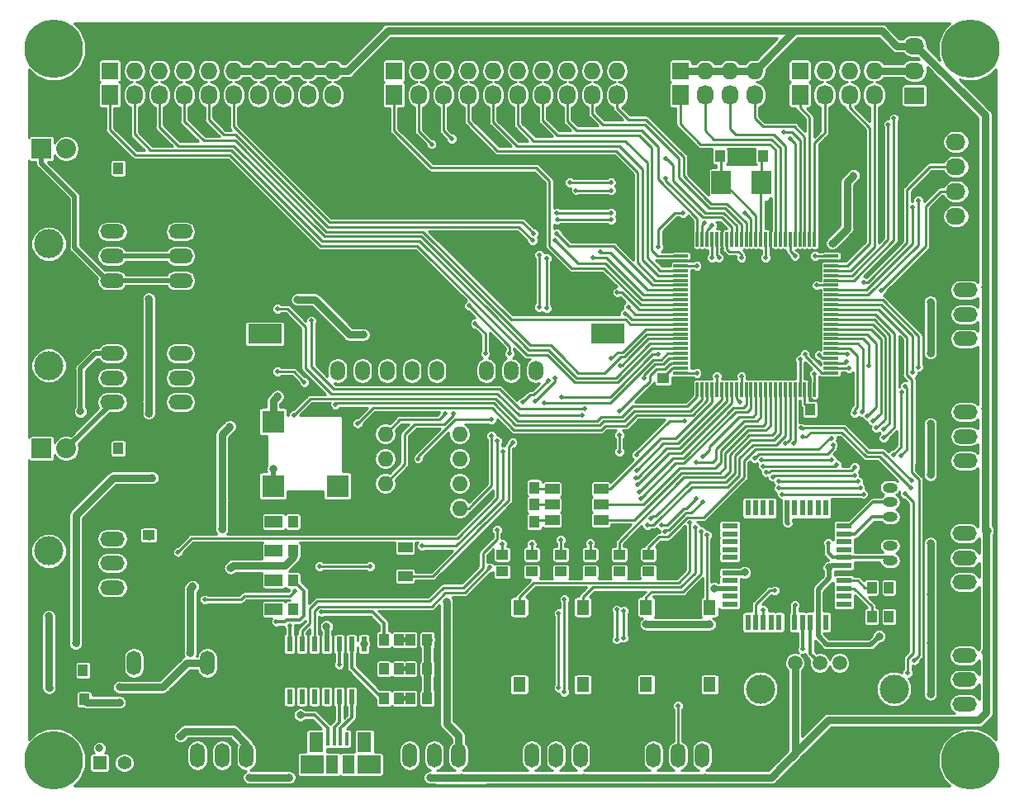
<source format=gbr>
G04 #@! TF.GenerationSoftware,KiCad,Pcbnew,(5.0.2)-1*
G04 #@! TF.CreationDate,2019-04-04T17:12:50+09:00*
G04 #@! TF.ProjectId,stm32f4_Centaurus,73746d33-3266-4345-9f43-656e74617572,rev?*
G04 #@! TF.SameCoordinates,Original*
G04 #@! TF.FileFunction,Copper,L1,Top*
G04 #@! TF.FilePolarity,Positive*
%FSLAX46Y46*%
G04 Gerber Fmt 4.6, Leading zero omitted, Abs format (unit mm)*
G04 Created by KiCad (PCBNEW (5.0.2)-1) date 2019/04/04 17:12:50*
%MOMM*%
%LPD*%
G01*
G04 APERTURE LIST*
G04 #@! TA.AperFunction,SMDPad,CuDef*
%ADD10R,1.300000X1.550000*%
G04 #@! TD*
G04 #@! TA.AperFunction,SMDPad,CuDef*
%ADD11R,0.560000X1.600000*%
G04 #@! TD*
G04 #@! TA.AperFunction,SMDPad,CuDef*
%ADD12R,1.600000X0.560000*%
G04 #@! TD*
G04 #@! TA.AperFunction,ComponentPad*
%ADD13O,1.727200X1.727200*%
G04 #@! TD*
G04 #@! TA.AperFunction,ComponentPad*
%ADD14R,1.727200X1.727200*%
G04 #@! TD*
G04 #@! TA.AperFunction,ComponentPad*
%ADD15O,2.500000X1.500000*%
G04 #@! TD*
G04 #@! TA.AperFunction,ComponentPad*
%ADD16C,1.501140*%
G04 #@! TD*
G04 #@! TA.AperFunction,ComponentPad*
%ADD17C,2.999740*%
G04 #@! TD*
G04 #@! TA.AperFunction,ComponentPad*
%ADD18O,1.500000X2.000000*%
G04 #@! TD*
G04 #@! TA.AperFunction,ComponentPad*
%ADD19R,3.500000X2.000000*%
G04 #@! TD*
G04 #@! TA.AperFunction,ComponentPad*
%ADD20C,3.000000*%
G04 #@! TD*
G04 #@! TA.AperFunction,ComponentPad*
%ADD21R,1.727200X2.032000*%
G04 #@! TD*
G04 #@! TA.AperFunction,ComponentPad*
%ADD22O,1.727200X2.032000*%
G04 #@! TD*
G04 #@! TA.AperFunction,ComponentPad*
%ADD23O,1.500000X2.500000*%
G04 #@! TD*
G04 #@! TA.AperFunction,SMDPad,CuDef*
%ADD24R,0.300000X1.500000*%
G04 #@! TD*
G04 #@! TA.AperFunction,SMDPad,CuDef*
%ADD25R,1.500000X0.300000*%
G04 #@! TD*
G04 #@! TA.AperFunction,SMDPad,CuDef*
%ADD26R,1.000000X1.200000*%
G04 #@! TD*
G04 #@! TA.AperFunction,SMDPad,CuDef*
%ADD27R,1.500000X1.100000*%
G04 #@! TD*
G04 #@! TA.AperFunction,ComponentPad*
%ADD28R,1.397000X1.397000*%
G04 #@! TD*
G04 #@! TA.AperFunction,ComponentPad*
%ADD29C,1.397000*%
G04 #@! TD*
G04 #@! TA.AperFunction,SMDPad,CuDef*
%ADD30R,1.175000X1.900000*%
G04 #@! TD*
G04 #@! TA.AperFunction,SMDPad,CuDef*
%ADD31R,2.375000X1.900000*%
G04 #@! TD*
G04 #@! TA.AperFunction,SMDPad,CuDef*
%ADD32R,1.475000X2.100000*%
G04 #@! TD*
G04 #@! TA.AperFunction,SMDPad,CuDef*
%ADD33R,0.450000X1.380000*%
G04 #@! TD*
G04 #@! TA.AperFunction,SMDPad,CuDef*
%ADD34R,1.200000X1.000000*%
G04 #@! TD*
G04 #@! TA.AperFunction,ComponentPad*
%ADD35R,2.032000X2.032000*%
G04 #@! TD*
G04 #@! TA.AperFunction,ComponentPad*
%ADD36O,2.032000X2.032000*%
G04 #@! TD*
G04 #@! TA.AperFunction,ComponentPad*
%ADD37O,2.032000X1.727200*%
G04 #@! TD*
G04 #@! TA.AperFunction,ComponentPad*
%ADD38R,2.032000X1.727200*%
G04 #@! TD*
G04 #@! TA.AperFunction,SMDPad,CuDef*
%ADD39R,2.000000X2.400000*%
G04 #@! TD*
G04 #@! TA.AperFunction,ComponentPad*
%ADD40O,1.524000X1.000000*%
G04 #@! TD*
G04 #@! TA.AperFunction,SMDPad,CuDef*
%ADD41R,0.600000X1.500000*%
G04 #@! TD*
G04 #@! TA.AperFunction,SMDPad,CuDef*
%ADD42R,2.300000X2.300000*%
G04 #@! TD*
G04 #@! TA.AperFunction,SMDPad,CuDef*
%ADD43R,1.500000X1.000000*%
G04 #@! TD*
G04 #@! TA.AperFunction,ComponentPad*
%ADD44O,1.600000X1.600000*%
G04 #@! TD*
G04 #@! TA.AperFunction,ViaPad*
%ADD45C,6.000000*%
G04 #@! TD*
G04 #@! TA.AperFunction,ViaPad*
%ADD46C,0.500000*%
G04 #@! TD*
G04 #@! TA.AperFunction,ViaPad*
%ADD47C,0.800000*%
G04 #@! TD*
G04 #@! TA.AperFunction,Conductor*
%ADD48C,0.350000*%
G04 #@! TD*
G04 #@! TA.AperFunction,Conductor*
%ADD49C,0.250000*%
G04 #@! TD*
G04 #@! TA.AperFunction,Conductor*
%ADD50C,0.800000*%
G04 #@! TD*
G04 #@! TA.AperFunction,Conductor*
%ADD51C,0.500000*%
G04 #@! TD*
G04 #@! TA.AperFunction,Conductor*
%ADD52C,0.254000*%
G04 #@! TD*
G04 APERTURE END LIST*
D10*
G04 #@! TO.P,SW4,2*
G04 #@! TO.N,/PD4*
X116750000Y-119275000D03*
G04 #@! TO.P,SW4,1*
G04 #@! TO.N,GND*
X112250000Y-119275000D03*
X112250000Y-127225000D03*
G04 #@! TO.P,SW4,2*
G04 #@! TO.N,/PD4*
X116750000Y-127225000D03*
G04 #@! TD*
D11*
G04 #@! TO.P,IC1,1*
G04 #@! TO.N,Net-(IC1-Pad1)*
X127170000Y-120810000D03*
G04 #@! TO.P,IC1,2*
G04 #@! TO.N,/USART2_RX*
X127970000Y-120810000D03*
G04 #@! TO.P,IC1,3*
G04 #@! TO.N,/USART2_TX*
X128770000Y-120810000D03*
G04 #@! TO.P,IC1,4*
G04 #@! TO.N,Net-(IC1-Pad4)*
X129570000Y-120810000D03*
G04 #@! TO.P,IC1,5*
G04 #@! TO.N,Net-(IC1-Pad5)*
X130370000Y-120810000D03*
G04 #@! TO.P,IC1,6*
G04 #@! TO.N,GND*
X131170000Y-120810000D03*
G04 #@! TO.P,IC1,7*
G04 #@! TO.N,Net-(C1-Pad1)*
X131970000Y-120810000D03*
G04 #@! TO.P,IC1,8*
G04 #@! TO.N,/D+*
X132770000Y-120810000D03*
G04 #@! TO.P,IC1,9*
G04 #@! TO.N,/D-*
X133570000Y-120810000D03*
G04 #@! TO.P,IC1,10*
G04 #@! TO.N,+3.3V*
X134370000Y-120810000D03*
G04 #@! TO.P,IC1,11*
G04 #@! TO.N,Net-(IC1-Pad11)*
X135170000Y-120810000D03*
D12*
G04 #@! TO.P,IC1,12*
G04 #@! TO.N,Net-(IC1-Pad12)*
X137020000Y-118960000D03*
G04 #@! TO.P,IC1,13*
G04 #@! TO.N,Net-(IC1-Pad13)*
X137020000Y-118160000D03*
G04 #@! TO.P,IC1,14*
G04 #@! TO.N,Net-(D1-Pad2)*
X137020000Y-117360000D03*
G04 #@! TO.P,IC1,15*
G04 #@! TO.N,Net-(D2-Pad2)*
X137020000Y-116560000D03*
G04 #@! TO.P,IC1,16*
G04 #@! TO.N,GND*
X137020000Y-115760000D03*
G04 #@! TO.P,IC1,17*
G04 #@! TO.N,+3.3V*
X137020000Y-114960000D03*
G04 #@! TO.P,IC1,18*
G04 #@! TO.N,/MCLR*
X137020000Y-114160000D03*
G04 #@! TO.P,IC1,19*
G04 #@! TO.N,Net-(IC1-Pad19)*
X137020000Y-113360000D03*
G04 #@! TO.P,IC1,20*
G04 #@! TO.N,Net-(IC1-Pad20)*
X137020000Y-112560000D03*
G04 #@! TO.P,IC1,21*
G04 #@! TO.N,/PGED1*
X137020000Y-111760000D03*
G04 #@! TO.P,IC1,22*
G04 #@! TO.N,/PGEC1*
X137020000Y-110960000D03*
D11*
G04 #@! TO.P,IC1,23*
G04 #@! TO.N,Net-(IC1-Pad23)*
X135170000Y-109110000D03*
G04 #@! TO.P,IC1,24*
G04 #@! TO.N,Net-(IC1-Pad24)*
X134370000Y-109110000D03*
G04 #@! TO.P,IC1,25*
G04 #@! TO.N,Net-(IC1-Pad25)*
X133570000Y-109110000D03*
G04 #@! TO.P,IC1,26*
G04 #@! TO.N,Net-(IC1-Pad26)*
X132770000Y-109110000D03*
G04 #@! TO.P,IC1,27*
G04 #@! TO.N,Net-(IC1-Pad27)*
X131970000Y-109110000D03*
G04 #@! TO.P,IC1,28*
G04 #@! TO.N,+3.3V*
X131170000Y-109110000D03*
G04 #@! TO.P,IC1,29*
G04 #@! TO.N,GND*
X130370000Y-109110000D03*
G04 #@! TO.P,IC1,30*
G04 #@! TO.N,Net-(IC1-Pad30)*
X129570000Y-109110000D03*
G04 #@! TO.P,IC1,31*
G04 #@! TO.N,Net-(IC1-Pad31)*
X128770000Y-109110000D03*
G04 #@! TO.P,IC1,32*
G04 #@! TO.N,Net-(IC1-Pad32)*
X127970000Y-109110000D03*
G04 #@! TO.P,IC1,33*
G04 #@! TO.N,Net-(IC1-Pad33)*
X127170000Y-109110000D03*
D12*
G04 #@! TO.P,IC1,34*
G04 #@! TO.N,Net-(IC1-Pad34)*
X125320000Y-110960000D03*
G04 #@! TO.P,IC1,35*
G04 #@! TO.N,Net-(IC1-Pad35)*
X125320000Y-111760000D03*
G04 #@! TO.P,IC1,36*
G04 #@! TO.N,Net-(IC1-Pad36)*
X125320000Y-112560000D03*
G04 #@! TO.P,IC1,37*
G04 #@! TO.N,Net-(IC1-Pad37)*
X125320000Y-113360000D03*
G04 #@! TO.P,IC1,38*
G04 #@! TO.N,Net-(IC1-Pad38)*
X125320000Y-114160000D03*
G04 #@! TO.P,IC1,39*
G04 #@! TO.N,GND*
X125320000Y-114960000D03*
G04 #@! TO.P,IC1,40*
G04 #@! TO.N,+3.3V*
X125320000Y-115760000D03*
G04 #@! TO.P,IC1,41*
G04 #@! TO.N,Net-(IC1-Pad41)*
X125320000Y-116560000D03*
G04 #@! TO.P,IC1,42*
G04 #@! TO.N,+5V*
X125320000Y-117360000D03*
G04 #@! TO.P,IC1,43*
G04 #@! TO.N,Net-(IC1-Pad43)*
X125320000Y-118160000D03*
G04 #@! TO.P,IC1,44*
G04 #@! TO.N,Net-(IC1-Pad44)*
X125320000Y-118960000D03*
G04 #@! TD*
D13*
G04 #@! TO.P,P31,8*
G04 #@! TO.N,GND*
X140120000Y-61710000D03*
G04 #@! TO.P,P31,7*
G04 #@! TO.N,Net-(JP5-Pad2)*
X140120000Y-64250000D03*
G04 #@! TO.P,P31,6*
G04 #@! TO.N,GND*
X137580000Y-61710000D03*
G04 #@! TO.P,P31,5*
G04 #@! TO.N,Net-(JP5-Pad2)*
X137580000Y-64250000D03*
G04 #@! TO.P,P31,4*
G04 #@! TO.N,GND*
X135040000Y-61710000D03*
G04 #@! TO.P,P31,3*
G04 #@! TO.N,Net-(JP5-Pad2)*
X135040000Y-64250000D03*
G04 #@! TO.P,P31,2*
G04 #@! TO.N,GND*
X132500000Y-61710000D03*
D14*
G04 #@! TO.P,P31,1*
G04 #@! TO.N,Net-(JP5-Pad2)*
X132500000Y-64250000D03*
G04 #@! TD*
D15*
G04 #@! TO.P,P7,1*
G04 #@! TO.N,GND*
X149420000Y-109210000D03*
G04 #@! TO.P,P7,2*
G04 #@! TO.N,+5V*
X149420000Y-111710000D03*
G04 #@! TO.P,P7,3*
G04 #@! TO.N,Net-(P7-Pad3)*
X149420000Y-114210000D03*
G04 #@! TO.P,P7,4*
G04 #@! TO.N,Net-(P7-Pad4)*
X149420000Y-116710000D03*
G04 #@! TD*
D16*
G04 #@! TO.P,P2,4*
G04 #@! TO.N,GND*
X139112860Y-124995760D03*
G04 #@! TO.P,P2,3*
G04 #@! TO.N,/D+*
X136572860Y-124995760D03*
G04 #@! TO.P,P2,2*
G04 #@! TO.N,/D-*
X134540860Y-124995760D03*
G04 #@! TO.P,P2,1*
G04 #@! TO.N,+5V*
X132000860Y-124995760D03*
D17*
G04 #@! TO.P,P2,5*
G04 #@! TO.N,Net-(P2-Pad5)*
X142160860Y-127662760D03*
X128444860Y-127662760D03*
G04 #@! TD*
D18*
G04 #@! TO.P,U7,1*
G04 #@! TO.N,Net-(U7-Pad1)*
X85090000Y-95035000D03*
G04 #@! TO.P,U7,2*
G04 #@! TO.N,Net-(C29-Pad1)*
X87630000Y-95035000D03*
G04 #@! TO.P,U7,3*
G04 #@! TO.N,Net-(C30-Pad1)*
X90170000Y-95035000D03*
G04 #@! TO.P,U7,4*
G04 #@! TO.N,Net-(C30-Pad2)*
X92710000Y-95035000D03*
G04 #@! TO.P,U7,5*
G04 #@! TO.N,+3.3V*
X95250000Y-95035000D03*
G04 #@! TO.P,U7,6*
G04 #@! TO.N,GND*
X97790000Y-95035000D03*
G04 #@! TO.P,U7,7*
G04 #@! TO.N,/I2C1_SDA*
X100330000Y-95035000D03*
G04 #@! TO.P,U7,8*
G04 #@! TO.N,/I2C1_SCL*
X102870000Y-95035000D03*
G04 #@! TO.P,U7,9*
G04 #@! TO.N,+3.3V*
X105410000Y-95035000D03*
D19*
G04 #@! TO.P,U7,10*
X77650000Y-91235000D03*
G04 #@! TO.P,U7,11*
G04 #@! TO.N,Net-(R43-Pad1)*
X112850000Y-91235000D03*
G04 #@! TD*
D15*
G04 #@! TO.P,P27,1*
G04 #@! TO.N,GND*
X62000000Y-109750000D03*
G04 #@! TO.P,P27,2*
G04 #@! TO.N,XA4_12V*
X62000000Y-112250000D03*
G04 #@! TO.P,P27,3*
G04 #@! TO.N,Net-(D26-Pad2)*
X62000000Y-114750000D03*
G04 #@! TO.P,P27,4*
G04 #@! TO.N,Net-(P27-Pad4)*
X62000000Y-117250000D03*
D20*
G04 #@! TO.P,P27,*
G04 #@! TO.N,*
X55500000Y-113500000D03*
G04 #@! TD*
D21*
G04 #@! TO.P,P23,1*
G04 #@! TO.N,/ADC12_IN9*
X90890000Y-66750000D03*
D22*
G04 #@! TO.P,P23,2*
G04 #@! TO.N,/ADC12_IN15*
X93430000Y-66750000D03*
G04 #@! TO.P,P23,3*
G04 #@! TO.N,/ADC12_IN14*
X95970000Y-66750000D03*
G04 #@! TO.P,P23,4*
G04 #@! TO.N,/ADC12_IN6*
X98510000Y-66750000D03*
G04 #@! TO.P,P23,5*
G04 #@! TO.N,/ADC12_IN5*
X101050000Y-66750000D03*
G04 #@! TO.P,P23,6*
G04 #@! TO.N,/ADC12_IN4*
X103590000Y-66750000D03*
G04 #@! TO.P,P23,7*
G04 #@! TO.N,/ADC12_IN3*
X106130000Y-66750000D03*
G04 #@! TO.P,P23,8*
G04 #@! TO.N,/ADC12_IN2*
X108670000Y-66750000D03*
G04 #@! TO.P,P23,9*
G04 #@! TO.N,/ADC12_IN11*
X111210000Y-66750000D03*
G04 #@! TO.P,P23,10*
G04 #@! TO.N,/ADC12_IN10*
X113750000Y-66750000D03*
G04 #@! TD*
D23*
G04 #@! TO.P,P16,1*
G04 #@! TO.N,GND*
X78250000Y-134500000D03*
G04 #@! TO.P,P16,2*
G04 #@! TO.N,+5V*
X75750000Y-134500000D03*
G04 #@! TO.P,P16,3*
G04 #@! TO.N,/USART1_TX*
X73250000Y-134500000D03*
G04 #@! TO.P,P16,4*
G04 #@! TO.N,/USART1_RX*
X70750000Y-134500000D03*
G04 #@! TD*
D24*
G04 #@! TO.P,U1,1*
G04 #@! TO.N,/PE2*
X134000000Y-81550000D03*
G04 #@! TO.P,U1,2*
G04 #@! TO.N,/PE3*
X133500000Y-81550000D03*
G04 #@! TO.P,U1,3*
G04 #@! TO.N,/PE4*
X133000000Y-81550000D03*
G04 #@! TO.P,U1,4*
G04 #@! TO.N,/TIM9_CH1*
X132500000Y-81550000D03*
G04 #@! TO.P,U1,5*
G04 #@! TO.N,/TIM9_CH2*
X132000000Y-81550000D03*
G04 #@! TO.P,U1,6*
G04 #@! TO.N,+3.3V*
X131500000Y-81550000D03*
G04 #@! TO.P,U1,7*
G04 #@! TO.N,/PC13*
X131000000Y-81550000D03*
G04 #@! TO.P,U1,8*
G04 #@! TO.N,/PC14*
X130500000Y-81550000D03*
G04 #@! TO.P,U1,9*
G04 #@! TO.N,/PC15*
X130000000Y-81550000D03*
G04 #@! TO.P,U1,10*
G04 #@! TO.N,GND*
X129500000Y-81550000D03*
G04 #@! TO.P,U1,11*
G04 #@! TO.N,+3.3V*
X129000000Y-81550000D03*
G04 #@! TO.P,U1,12*
G04 #@! TO.N,/OSC_IN*
X128500000Y-81550000D03*
G04 #@! TO.P,U1,13*
G04 #@! TO.N,/OSC_OUT*
X128000000Y-81550000D03*
G04 #@! TO.P,U1,14*
G04 #@! TO.N,/NRST*
X127500000Y-81550000D03*
G04 #@! TO.P,U1,15*
G04 #@! TO.N,/ADC12_IN10*
X127000000Y-81550000D03*
G04 #@! TO.P,U1,16*
G04 #@! TO.N,/ADC12_IN11*
X126500000Y-81550000D03*
G04 #@! TO.P,U1,17*
G04 #@! TO.N,/SPI2_MISO*
X126000000Y-81550000D03*
G04 #@! TO.P,U1,18*
G04 #@! TO.N,/SPI2_MOSI*
X125500000Y-81550000D03*
G04 #@! TO.P,U1,19*
G04 #@! TO.N,+3.3V*
X125000000Y-81550000D03*
G04 #@! TO.P,U1,20*
G04 #@! TO.N,GND*
X124500000Y-81550000D03*
G04 #@! TO.P,U1,21*
G04 #@! TO.N,+3.3V*
X124000000Y-81550000D03*
G04 #@! TO.P,U1,22*
X123500000Y-81550000D03*
G04 #@! TO.P,U1,23*
G04 #@! TO.N,/TIM5_CH1*
X123000000Y-81550000D03*
G04 #@! TO.P,U1,24*
G04 #@! TO.N,/TIM5_CH2*
X122500000Y-81550000D03*
G04 #@! TO.P,U1,25*
G04 #@! TO.N,/ADC12_IN2*
X122000000Y-81550000D03*
D25*
G04 #@! TO.P,U1,26*
G04 #@! TO.N,/ADC12_IN3*
X120300000Y-83250000D03*
G04 #@! TO.P,U1,27*
G04 #@! TO.N,GND*
X120300000Y-83750000D03*
G04 #@! TO.P,U1,28*
G04 #@! TO.N,+3.3V*
X120300000Y-84250000D03*
G04 #@! TO.P,U1,29*
G04 #@! TO.N,/ADC12_IN4*
X120300000Y-84750000D03*
G04 #@! TO.P,U1,30*
G04 #@! TO.N,/ADC12_IN5*
X120300000Y-85250000D03*
G04 #@! TO.P,U1,31*
G04 #@! TO.N,/ADC12_IN6*
X120300000Y-85750000D03*
G04 #@! TO.P,U1,32*
G04 #@! TO.N,/TIM8_CH1*
X120300000Y-86250000D03*
G04 #@! TO.P,U1,33*
G04 #@! TO.N,/ADC12_IN14*
X120300000Y-86750000D03*
G04 #@! TO.P,U1,34*
G04 #@! TO.N,/ADC12_IN15*
X120300000Y-87250000D03*
G04 #@! TO.P,U1,35*
G04 #@! TO.N,/TIM8_CH2*
X120300000Y-87750000D03*
G04 #@! TO.P,U1,36*
G04 #@! TO.N,/ADC12_IN9*
X120300000Y-88250000D03*
G04 #@! TO.P,U1,37*
G04 #@! TO.N,/PB2*
X120300000Y-88750000D03*
G04 #@! TO.P,U1,38*
G04 #@! TO.N,/PE7*
X120300000Y-89250000D03*
G04 #@! TO.P,U1,39*
G04 #@! TO.N,/PE8*
X120300000Y-89750000D03*
G04 #@! TO.P,U1,40*
G04 #@! TO.N,/TIM1_CH1*
X120300000Y-90250000D03*
G04 #@! TO.P,U1,41*
G04 #@! TO.N,/PE10*
X120300000Y-90750000D03*
G04 #@! TO.P,U1,42*
G04 #@! TO.N,/TIM1_CH2*
X120300000Y-91250000D03*
G04 #@! TO.P,U1,43*
G04 #@! TO.N,/PE12*
X120300000Y-91750000D03*
G04 #@! TO.P,U1,44*
G04 #@! TO.N,/TIM1_CH3*
X120300000Y-92250000D03*
G04 #@! TO.P,U1,45*
G04 #@! TO.N,/TIM1_CH4*
X120300000Y-92750000D03*
G04 #@! TO.P,U1,46*
G04 #@! TO.N,/PE15*
X120300000Y-93250000D03*
G04 #@! TO.P,U1,47*
G04 #@! TO.N,/SPI2_SCK*
X120300000Y-93750000D03*
G04 #@! TO.P,U1,48*
G04 #@! TO.N,/PB11*
X120300000Y-94250000D03*
G04 #@! TO.P,U1,49*
G04 #@! TO.N,Net-(C26-Pad1)*
X120300000Y-94750000D03*
G04 #@! TO.P,U1,50*
G04 #@! TO.N,+3.3V*
X120300000Y-95250000D03*
D24*
G04 #@! TO.P,U1,51*
G04 #@! TO.N,/CAN2_RX*
X122000000Y-96950000D03*
G04 #@! TO.P,U1,52*
G04 #@! TO.N,/CAN2_TX*
X122500000Y-96950000D03*
G04 #@! TO.P,U1,53*
G04 #@! TO.N,/TIM12_CH1*
X123000000Y-96950000D03*
G04 #@! TO.P,U1,54*
G04 #@! TO.N,/TIM12_CH2*
X123500000Y-96950000D03*
G04 #@! TO.P,U1,55*
G04 #@! TO.N,/USART3_TX*
X124000000Y-96950000D03*
G04 #@! TO.P,U1,56*
G04 #@! TO.N,/USART3_RX*
X124500000Y-96950000D03*
G04 #@! TO.P,U1,57*
G04 #@! TO.N,/PD10*
X125000000Y-96950000D03*
G04 #@! TO.P,U1,58*
G04 #@! TO.N,/PD11*
X125500000Y-96950000D03*
G04 #@! TO.P,U1,59*
G04 #@! TO.N,/TIM4_CH1*
X126000000Y-96950000D03*
G04 #@! TO.P,U1,60*
G04 #@! TO.N,/TIM4_CH2*
X126500000Y-96950000D03*
G04 #@! TO.P,U1,61*
G04 #@! TO.N,/PD14*
X127000000Y-96950000D03*
G04 #@! TO.P,U1,62*
G04 #@! TO.N,/PD15*
X127500000Y-96950000D03*
G04 #@! TO.P,U1,63*
G04 #@! TO.N,/USART6_TX*
X128000000Y-96950000D03*
G04 #@! TO.P,U1,64*
G04 #@! TO.N,/USART6_RX*
X128500000Y-96950000D03*
G04 #@! TO.P,U1,65*
G04 #@! TO.N,/TIM8_CH3*
X129000000Y-96950000D03*
G04 #@! TO.P,U1,66*
G04 #@! TO.N,/TIM8_CH4*
X129500000Y-96950000D03*
G04 #@! TO.P,U1,67*
G04 #@! TO.N,/PA8*
X130000000Y-96950000D03*
G04 #@! TO.P,U1,68*
G04 #@! TO.N,/USART1_TX*
X130500000Y-96950000D03*
G04 #@! TO.P,U1,69*
G04 #@! TO.N,/USART1_RX*
X131000000Y-96950000D03*
G04 #@! TO.P,U1,70*
G04 #@! TO.N,/CAN1_RX*
X131500000Y-96950000D03*
G04 #@! TO.P,U1,71*
G04 #@! TO.N,/CAN1_TX*
X132000000Y-96950000D03*
G04 #@! TO.P,U1,72*
G04 #@! TO.N,/SWDIO*
X132500000Y-96950000D03*
G04 #@! TO.P,U1,73*
G04 #@! TO.N,Net-(C27-Pad1)*
X133000000Y-96950000D03*
G04 #@! TO.P,U1,74*
G04 #@! TO.N,GND*
X133500000Y-96950000D03*
G04 #@! TO.P,U1,75*
G04 #@! TO.N,+3.3V*
X134000000Y-96950000D03*
D25*
G04 #@! TO.P,U1,76*
G04 #@! TO.N,/SWCLK*
X135700000Y-95250000D03*
G04 #@! TO.P,U1,77*
G04 #@! TO.N,/TIM2_CH1*
X135700000Y-94750000D03*
G04 #@! TO.P,U1,78*
G04 #@! TO.N,/UART4_TX*
X135700000Y-94250000D03*
G04 #@! TO.P,U1,79*
G04 #@! TO.N,/UART4_RX*
X135700000Y-93750000D03*
G04 #@! TO.P,U1,80*
G04 #@! TO.N,/UART5_TX*
X135700000Y-93250000D03*
G04 #@! TO.P,U1,81*
G04 #@! TO.N,/PD0*
X135700000Y-92750000D03*
G04 #@! TO.P,U1,82*
G04 #@! TO.N,/PD1*
X135700000Y-92250000D03*
G04 #@! TO.P,U1,83*
G04 #@! TO.N,/UART5_RX*
X135700000Y-91750000D03*
G04 #@! TO.P,U1,84*
G04 #@! TO.N,/PD3*
X135700000Y-91250000D03*
G04 #@! TO.P,U1,85*
G04 #@! TO.N,/PD4*
X135700000Y-90750000D03*
G04 #@! TO.P,U1,86*
G04 #@! TO.N,/USART2_TX*
X135700000Y-90250000D03*
G04 #@! TO.P,U1,87*
G04 #@! TO.N,/USART2_RX*
X135700000Y-89750000D03*
G04 #@! TO.P,U1,88*
G04 #@! TO.N,/PD7*
X135700000Y-89250000D03*
G04 #@! TO.P,U1,89*
G04 #@! TO.N,/TIM2_CH2*
X135700000Y-88750000D03*
G04 #@! TO.P,U1,90*
G04 #@! TO.N,/TIM3_CH1*
X135700000Y-88250000D03*
G04 #@! TO.P,U1,91*
G04 #@! TO.N,/TIM3_CH2*
X135700000Y-87750000D03*
G04 #@! TO.P,U1,92*
G04 #@! TO.N,/I2C1_SCL*
X135700000Y-87250000D03*
G04 #@! TO.P,U1,93*
G04 #@! TO.N,/I2C1_SDA*
X135700000Y-86750000D03*
G04 #@! TO.P,U1,94*
G04 #@! TO.N,Net-(R25-Pad1)*
X135700000Y-86250000D03*
G04 #@! TO.P,U1,95*
G04 #@! TO.N,/TIM10_CH1*
X135700000Y-85750000D03*
G04 #@! TO.P,U1,96*
G04 #@! TO.N,/TIM11_CH1*
X135700000Y-85250000D03*
G04 #@! TO.P,U1,97*
G04 #@! TO.N,/PE0*
X135700000Y-84750000D03*
G04 #@! TO.P,U1,98*
G04 #@! TO.N,/PE1*
X135700000Y-84250000D03*
G04 #@! TO.P,U1,99*
G04 #@! TO.N,GND*
X135700000Y-83750000D03*
G04 #@! TO.P,U1,100*
G04 #@! TO.N,+3.3V*
X135700000Y-83250000D03*
G04 #@! TD*
D26*
G04 #@! TO.P,R24,2*
G04 #@! TO.N,/GP2*
X89860000Y-122620000D03*
G04 #@! TO.P,R24,1*
G04 #@! TO.N,Net-(D5-Pad2)*
X91420000Y-122620000D03*
G04 #@! TD*
D27*
G04 #@! TO.P,LED1,1*
G04 #@! TO.N,/NRST*
X92040000Y-116100000D03*
G04 #@! TO.P,LED1,3*
G04 #@! TO.N,Net-(LED1-Pad3)*
X92040000Y-113100000D03*
G04 #@! TO.P,LED1,2*
G04 #@! TO.N,GND*
X86140000Y-116100000D03*
G04 #@! TO.P,LED1,4*
X86140000Y-113100000D03*
G04 #@! TD*
D28*
G04 #@! TO.P,SW1,1*
G04 #@! TO.N,Net-(D27-Pad2)*
X60710000Y-135250000D03*
D29*
G04 #@! TO.P,SW1,2*
G04 #@! TO.N,Net-(Q6-Pad1)*
X63250000Y-135250000D03*
G04 #@! TO.P,SW1,3*
G04 #@! TO.N,GND*
X65790000Y-135250000D03*
G04 #@! TD*
D26*
G04 #@! TO.P,D36,2*
G04 #@! TO.N,GND*
X64380000Y-74250000D03*
G04 #@! TO.P,D36,1*
G04 #@! TO.N,Net-(D36-Pad1)*
X62620000Y-74250000D03*
G04 #@! TD*
G04 #@! TO.P,D37,1*
G04 #@! TO.N,Net-(D37-Pad1)*
X62620000Y-103000000D03*
G04 #@! TO.P,D37,2*
G04 #@! TO.N,GND*
X64380000Y-103000000D03*
G04 #@! TD*
D30*
G04 #@! TO.P,P5,6*
G04 #@! TO.N,Net-(P5-Pad6)*
X86240000Y-135410000D03*
X84560000Y-135410000D03*
D31*
X88310000Y-135410000D03*
X82490000Y-135410000D03*
D32*
X87862500Y-133110000D03*
X82937500Y-133110000D03*
D33*
G04 #@! TO.P,P5,5*
G04 #@! TO.N,GND*
X86700000Y-132750000D03*
G04 #@! TO.P,P5,4*
G04 #@! TO.N,Net-(P5-Pad4)*
X86050000Y-132750000D03*
G04 #@! TO.P,P5,3*
G04 #@! TO.N,/D+_USB*
X85400000Y-132750000D03*
G04 #@! TO.P,P5,2*
G04 #@! TO.N,/D-_USB*
X84750000Y-132750000D03*
G04 #@! TO.P,P5,1*
G04 #@! TO.N,/BUS_5V*
X84100000Y-132750000D03*
G04 #@! TD*
D26*
G04 #@! TO.P,D13,1*
G04 #@! TO.N,Net-(D13-Pad1)*
X59000000Y-125750000D03*
G04 #@! TO.P,D13,2*
G04 #@! TO.N,GND*
X57240000Y-125750000D03*
G04 #@! TD*
G04 #@! TO.P,D16,2*
G04 #@! TO.N,GND*
X57370000Y-128750000D03*
G04 #@! TO.P,D16,1*
G04 #@! TO.N,Net-(D16-Pad1)*
X59130000Y-128750000D03*
G04 #@! TD*
G04 #@! TO.P,D17,1*
G04 #@! TO.N,Net-(D17-Pad1)*
X78130000Y-113500000D03*
G04 #@! TO.P,D17,2*
G04 #@! TO.N,GND*
X76370000Y-113500000D03*
G04 #@! TD*
G04 #@! TO.P,D18,2*
G04 #@! TO.N,GND*
X76370000Y-116500000D03*
G04 #@! TO.P,D18,1*
G04 #@! TO.N,Net-(D18-Pad1)*
X78130000Y-116500000D03*
G04 #@! TD*
D34*
G04 #@! TO.P,D19,1*
G04 #@! TO.N,/PD10*
X101988703Y-113870000D03*
G04 #@! TO.P,D19,2*
G04 #@! TO.N,Net-(D19-Pad2)*
X101988703Y-115630000D03*
G04 #@! TD*
D26*
G04 #@! TO.P,D30,2*
G04 #@! TO.N,GND*
X76370000Y-110500000D03*
G04 #@! TO.P,D30,1*
G04 #@! TO.N,Net-(D30-Pad1)*
X78130000Y-110500000D03*
G04 #@! TD*
D23*
G04 #@! TO.P,P10,1*
G04 #@! TO.N,GND*
X66750000Y-125000000D03*
G04 #@! TO.P,P10,2*
G04 #@! TO.N,XA2_12V*
X64250000Y-125000000D03*
G04 #@! TD*
G04 #@! TO.P,P17,2*
G04 #@! TO.N,XA2_5V*
X71750000Y-125000000D03*
G04 #@! TO.P,P17,1*
G04 #@! TO.N,GND*
X74250000Y-125000000D03*
G04 #@! TD*
D10*
G04 #@! TO.P,SW2,2*
G04 #@! TO.N,/PD3*
X110250000Y-127225000D03*
G04 #@! TO.P,SW2,1*
G04 #@! TO.N,GND*
X105750000Y-127225000D03*
X105750000Y-119275000D03*
G04 #@! TO.P,SW2,2*
G04 #@! TO.N,/PD3*
X110250000Y-119275000D03*
G04 #@! TD*
G04 #@! TO.P,SW3,2*
G04 #@! TO.N,/PD1*
X103750000Y-119275000D03*
G04 #@! TO.P,SW3,1*
G04 #@! TO.N,GND*
X99250000Y-119275000D03*
X99250000Y-127225000D03*
G04 #@! TO.P,SW3,2*
G04 #@! TO.N,/PD1*
X103750000Y-127225000D03*
G04 #@! TD*
G04 #@! TO.P,SW5,2*
G04 #@! TO.N,/PD7*
X123250000Y-127225000D03*
G04 #@! TO.P,SW5,1*
G04 #@! TO.N,GND*
X118750000Y-127225000D03*
X118750000Y-119275000D03*
G04 #@! TO.P,SW5,2*
G04 #@! TO.N,/PD7*
X123250000Y-119275000D03*
G04 #@! TD*
D35*
G04 #@! TO.P,JP1,1*
G04 #@! TO.N,/CAN0_L*
X54750000Y-72250000D03*
D36*
G04 #@! TO.P,JP1,2*
G04 #@! TO.N,Net-(JP1-Pad2)*
X57290000Y-72250000D03*
G04 #@! TD*
G04 #@! TO.P,JP2,2*
G04 #@! TO.N,/CAN1_L*
X57290000Y-103000000D03*
D35*
G04 #@! TO.P,JP2,1*
G04 #@! TO.N,Net-(JP2-Pad1)*
X54750000Y-103000000D03*
G04 #@! TD*
D37*
G04 #@! TO.P,P18,5*
G04 #@! TO.N,/NRST*
X148500000Y-79160000D03*
G04 #@! TO.P,P18,4*
G04 #@! TO.N,/SWDIO*
X148500000Y-76620000D03*
G04 #@! TO.P,P18,3*
G04 #@! TO.N,/SWCLK*
X148500000Y-74080000D03*
G04 #@! TO.P,P18,2*
G04 #@! TO.N,Net-(D40-Pad1)*
X148500000Y-71540000D03*
D38*
G04 #@! TO.P,P18,1*
G04 #@! TO.N,GND*
X148500000Y-69000000D03*
G04 #@! TD*
D22*
G04 #@! TO.P,P24,10*
G04 #@! TO.N,/TIM10_CH1*
X84610000Y-66750000D03*
G04 #@! TO.P,P24,9*
G04 #@! TO.N,/TIM11_CH1*
X82070000Y-66750000D03*
G04 #@! TO.P,P24,8*
G04 #@! TO.N,/TIM9_CH1*
X79530000Y-66750000D03*
G04 #@! TO.P,P24,7*
G04 #@! TO.N,/TIM9_CH2*
X76990000Y-66750000D03*
G04 #@! TO.P,P24,6*
G04 #@! TO.N,/TIM8_CH1*
X74450000Y-66750000D03*
G04 #@! TO.P,P24,5*
G04 #@! TO.N,/TIM8_CH2*
X71910000Y-66750000D03*
G04 #@! TO.P,P24,4*
G04 #@! TO.N,/TIM1_CH1*
X69370000Y-66750000D03*
G04 #@! TO.P,P24,3*
G04 #@! TO.N,/TIM1_CH2*
X66830000Y-66750000D03*
G04 #@! TO.P,P24,2*
G04 #@! TO.N,/TIM1_CH3*
X64290000Y-66750000D03*
D21*
G04 #@! TO.P,P24,1*
G04 #@! TO.N,/TIM1_CH4*
X61750000Y-66750000D03*
G04 #@! TD*
D13*
G04 #@! TO.P,P25,20*
G04 #@! TO.N,GND*
X113750000Y-61710000D03*
G04 #@! TO.P,P25,19*
G04 #@! TO.N,+3.3V*
X113750000Y-64250000D03*
G04 #@! TO.P,P25,18*
G04 #@! TO.N,GND*
X111210000Y-61710000D03*
G04 #@! TO.P,P25,17*
G04 #@! TO.N,+3.3V*
X111210000Y-64250000D03*
G04 #@! TO.P,P25,16*
G04 #@! TO.N,GND*
X108670000Y-61710000D03*
G04 #@! TO.P,P25,15*
G04 #@! TO.N,+3.3V*
X108670000Y-64250000D03*
G04 #@! TO.P,P25,14*
G04 #@! TO.N,GND*
X106130000Y-61710000D03*
G04 #@! TO.P,P25,13*
G04 #@! TO.N,+3.3V*
X106130000Y-64250000D03*
G04 #@! TO.P,P25,12*
G04 #@! TO.N,GND*
X103590000Y-61710000D03*
G04 #@! TO.P,P25,11*
G04 #@! TO.N,+3.3V*
X103590000Y-64250000D03*
G04 #@! TO.P,P25,10*
G04 #@! TO.N,GND*
X101050000Y-61710000D03*
G04 #@! TO.P,P25,9*
G04 #@! TO.N,+3.3V*
X101050000Y-64250000D03*
G04 #@! TO.P,P25,8*
G04 #@! TO.N,GND*
X98510000Y-61710000D03*
G04 #@! TO.P,P25,7*
G04 #@! TO.N,+3.3V*
X98510000Y-64250000D03*
G04 #@! TO.P,P25,6*
G04 #@! TO.N,GND*
X95970000Y-61710000D03*
G04 #@! TO.P,P25,5*
G04 #@! TO.N,+3.3V*
X95970000Y-64250000D03*
G04 #@! TO.P,P25,4*
G04 #@! TO.N,GND*
X93430000Y-61710000D03*
G04 #@! TO.P,P25,3*
G04 #@! TO.N,+3.3V*
X93430000Y-64250000D03*
G04 #@! TO.P,P25,2*
G04 #@! TO.N,GND*
X90890000Y-61710000D03*
D14*
G04 #@! TO.P,P25,1*
G04 #@! TO.N,+3.3V*
X90890000Y-64250000D03*
G04 #@! TD*
G04 #@! TO.P,P26,1*
G04 #@! TO.N,+5V*
X61750000Y-64250000D03*
D13*
G04 #@! TO.P,P26,2*
G04 #@! TO.N,GND*
X61750000Y-61710000D03*
G04 #@! TO.P,P26,3*
G04 #@! TO.N,+5V*
X64290000Y-64250000D03*
G04 #@! TO.P,P26,4*
G04 #@! TO.N,GND*
X64290000Y-61710000D03*
G04 #@! TO.P,P26,5*
G04 #@! TO.N,+5V*
X66830000Y-64250000D03*
G04 #@! TO.P,P26,6*
G04 #@! TO.N,GND*
X66830000Y-61710000D03*
G04 #@! TO.P,P26,7*
G04 #@! TO.N,+5V*
X69370000Y-64250000D03*
G04 #@! TO.P,P26,8*
G04 #@! TO.N,GND*
X69370000Y-61710000D03*
G04 #@! TO.P,P26,9*
G04 #@! TO.N,+5V*
X71910000Y-64250000D03*
G04 #@! TO.P,P26,10*
G04 #@! TO.N,GND*
X71910000Y-61710000D03*
G04 #@! TO.P,P26,11*
G04 #@! TO.N,+5V*
X74450000Y-64250000D03*
G04 #@! TO.P,P26,12*
G04 #@! TO.N,GND*
X74450000Y-61710000D03*
G04 #@! TO.P,P26,13*
G04 #@! TO.N,+5V*
X76990000Y-64250000D03*
G04 #@! TO.P,P26,14*
G04 #@! TO.N,GND*
X76990000Y-61710000D03*
G04 #@! TO.P,P26,15*
G04 #@! TO.N,+5V*
X79530000Y-64250000D03*
G04 #@! TO.P,P26,16*
G04 #@! TO.N,GND*
X79530000Y-61710000D03*
G04 #@! TO.P,P26,17*
G04 #@! TO.N,+5V*
X82070000Y-64250000D03*
G04 #@! TO.P,P26,18*
G04 #@! TO.N,GND*
X82070000Y-61710000D03*
G04 #@! TO.P,P26,19*
G04 #@! TO.N,+5V*
X84610000Y-64250000D03*
G04 #@! TO.P,P26,20*
G04 #@! TO.N,GND*
X84610000Y-61710000D03*
G04 #@! TD*
D15*
G04 #@! TO.P,P3,4*
G04 #@! TO.N,Net-(P3-Pad4)*
X149420000Y-129210000D03*
G04 #@! TO.P,P3,3*
G04 #@! TO.N,Net-(P3-Pad3)*
X149420000Y-126710000D03*
G04 #@! TO.P,P3,2*
G04 #@! TO.N,+5V*
X149420000Y-124210000D03*
G04 #@! TO.P,P3,1*
G04 #@! TO.N,GND*
X149420000Y-121710000D03*
G04 #@! TD*
G04 #@! TO.P,P4,1*
G04 #@! TO.N,GND*
X149500000Y-96750000D03*
G04 #@! TO.P,P4,2*
G04 #@! TO.N,+5V*
X149500000Y-99250000D03*
G04 #@! TO.P,P4,3*
G04 #@! TO.N,Net-(P4-Pad3)*
X149500000Y-101750000D03*
G04 #@! TO.P,P4,4*
G04 #@! TO.N,Net-(P4-Pad4)*
X149500000Y-104250000D03*
G04 #@! TD*
G04 #@! TO.P,P6,4*
G04 #@! TO.N,Net-(P6-Pad4)*
X149500000Y-91750000D03*
G04 #@! TO.P,P6,3*
G04 #@! TO.N,Net-(P6-Pad3)*
X149500000Y-89250000D03*
G04 #@! TO.P,P6,2*
G04 #@! TO.N,+5V*
X149500000Y-86750000D03*
G04 #@! TO.P,P6,1*
G04 #@! TO.N,GND*
X149500000Y-84250000D03*
G04 #@! TD*
D23*
G04 #@! TO.P,P8,4*
G04 #@! TO.N,/UART5_RX*
X117500000Y-134500000D03*
G04 #@! TO.P,P8,3*
G04 #@! TO.N,/UART5_TX*
X120000000Y-134500000D03*
G04 #@! TO.P,P8,2*
G04 #@! TO.N,+5V*
X122500000Y-134500000D03*
G04 #@! TO.P,P8,1*
G04 #@! TO.N,GND*
X125000000Y-134500000D03*
G04 #@! TD*
G04 #@! TO.P,P9,1*
G04 #@! TO.N,GND*
X112500000Y-134500000D03*
G04 #@! TO.P,P9,2*
G04 #@! TO.N,+5V*
X110000000Y-134500000D03*
G04 #@! TO.P,P9,3*
G04 #@! TO.N,/UART4_TX*
X107500000Y-134500000D03*
G04 #@! TO.P,P9,4*
G04 #@! TO.N,/UART4_RX*
X105000000Y-134500000D03*
G04 #@! TD*
D15*
G04 #@! TO.P,P11,1*
G04 #@! TO.N,GND*
X69000000Y-78250000D03*
G04 #@! TO.P,P11,2*
G04 #@! TO.N,CAN0_BUS_Vdd*
X69000000Y-80750000D03*
G04 #@! TO.P,P11,3*
G04 #@! TO.N,/CAN0_H*
X69000000Y-83250000D03*
G04 #@! TO.P,P11,4*
G04 #@! TO.N,/CAN0_L*
X69000000Y-85750000D03*
G04 #@! TD*
G04 #@! TO.P,P12,4*
G04 #@! TO.N,/CAN1_L*
X69000000Y-98250000D03*
G04 #@! TO.P,P12,3*
G04 #@! TO.N,/CAN1_H*
X69000000Y-95750000D03*
G04 #@! TO.P,P12,2*
G04 #@! TO.N,CAN1_BUS_Vdd*
X69000000Y-93250000D03*
G04 #@! TO.P,P12,1*
G04 #@! TO.N,GND*
X69000000Y-90750000D03*
G04 #@! TD*
D20*
G04 #@! TO.P,P13,*
G04 #@! TO.N,*
X55500000Y-82000000D03*
D15*
G04 #@! TO.P,P13,4*
G04 #@! TO.N,/CAN0_L*
X62000000Y-85750000D03*
G04 #@! TO.P,P13,3*
G04 #@! TO.N,/CAN0_H*
X62000000Y-83250000D03*
G04 #@! TO.P,P13,2*
G04 #@! TO.N,CAN0_BUS_Vdd*
X62000000Y-80750000D03*
G04 #@! TO.P,P13,1*
G04 #@! TO.N,GND*
X62000000Y-78250000D03*
G04 #@! TD*
G04 #@! TO.P,P14,1*
G04 #@! TO.N,GND*
X62000000Y-90750000D03*
G04 #@! TO.P,P14,2*
G04 #@! TO.N,CAN1_BUS_Vdd*
X62000000Y-93250000D03*
G04 #@! TO.P,P14,3*
G04 #@! TO.N,/CAN1_H*
X62000000Y-95750000D03*
G04 #@! TO.P,P14,4*
G04 #@! TO.N,/CAN1_L*
X62000000Y-98250000D03*
D20*
G04 #@! TO.P,P14,*
G04 #@! TO.N,*
X55500000Y-94500000D03*
G04 #@! TD*
D23*
G04 #@! TO.P,P15,4*
G04 #@! TO.N,/USART6_RX*
X92500000Y-134500000D03*
G04 #@! TO.P,P15,3*
G04 #@! TO.N,/USART6_TX*
X95000000Y-134500000D03*
G04 #@! TO.P,P15,2*
G04 #@! TO.N,+5V*
X97500000Y-134500000D03*
G04 #@! TO.P,P15,1*
G04 #@! TO.N,GND*
X100000000Y-134500000D03*
G04 #@! TD*
D21*
G04 #@! TO.P,P28,1*
G04 #@! TO.N,/PC15*
X120250000Y-66750000D03*
D22*
G04 #@! TO.P,P28,2*
G04 #@! TO.N,/PC14*
X122790000Y-66750000D03*
G04 #@! TO.P,P28,3*
G04 #@! TO.N,/PC13*
X125330000Y-66750000D03*
G04 #@! TO.P,P28,4*
G04 #@! TO.N,/PE4*
X127870000Y-66750000D03*
G04 #@! TD*
G04 #@! TO.P,P29,4*
G04 #@! TO.N,/PE0*
X140120000Y-66750000D03*
G04 #@! TO.P,P29,3*
G04 #@! TO.N,/PE1*
X137580000Y-66750000D03*
G04 #@! TO.P,P29,2*
G04 #@! TO.N,/PE2*
X135040000Y-66750000D03*
D21*
G04 #@! TO.P,P29,1*
G04 #@! TO.N,/PE3*
X132500000Y-66750000D03*
G04 #@! TD*
D14*
G04 #@! TO.P,P30,1*
G04 #@! TO.N,+5V*
X120250000Y-64250000D03*
D13*
G04 #@! TO.P,P30,2*
G04 #@! TO.N,GND*
X120250000Y-61710000D03*
G04 #@! TO.P,P30,3*
G04 #@! TO.N,+5V*
X122790000Y-64250000D03*
G04 #@! TO.P,P30,4*
G04 #@! TO.N,GND*
X122790000Y-61710000D03*
G04 #@! TO.P,P30,5*
G04 #@! TO.N,+5V*
X125330000Y-64250000D03*
G04 #@! TO.P,P30,6*
G04 #@! TO.N,GND*
X125330000Y-61710000D03*
G04 #@! TO.P,P30,7*
G04 #@! TO.N,+5V*
X127870000Y-64250000D03*
G04 #@! TO.P,P30,8*
G04 #@! TO.N,GND*
X127870000Y-61710000D03*
G04 #@! TD*
D39*
G04 #@! TO.P,X1,1*
G04 #@! TO.N,/OSC_OUT*
X124450000Y-75750000D03*
G04 #@! TO.P,X1,2*
G04 #@! TO.N,/OSC_IN*
X128550000Y-75750000D03*
G04 #@! TD*
D26*
G04 #@! TO.P,D1,2*
G04 #@! TO.N,Net-(D1-Pad2)*
X139870000Y-120250000D03*
G04 #@! TO.P,D1,1*
G04 #@! TO.N,Net-(D1-Pad1)*
X141630000Y-120250000D03*
G04 #@! TD*
G04 #@! TO.P,D2,1*
G04 #@! TO.N,Net-(D2-Pad1)*
X141630000Y-117250000D03*
G04 #@! TO.P,D2,2*
G04 #@! TO.N,Net-(D2-Pad2)*
X139870000Y-117250000D03*
G04 #@! TD*
G04 #@! TO.P,D3,2*
G04 #@! TO.N,Net-(D3-Pad2)*
X92540000Y-128620000D03*
G04 #@! TO.P,D3,1*
G04 #@! TO.N,+3.3V*
X94300000Y-128620000D03*
G04 #@! TD*
G04 #@! TO.P,D4,1*
G04 #@! TO.N,+3.3V*
X94300000Y-125620000D03*
G04 #@! TO.P,D4,2*
G04 #@! TO.N,Net-(D4-Pad2)*
X92540000Y-125620000D03*
G04 #@! TD*
G04 #@! TO.P,D5,1*
G04 #@! TO.N,+3.3V*
X94300000Y-122620000D03*
G04 #@! TO.P,D5,2*
G04 #@! TO.N,Net-(D5-Pad2)*
X92540000Y-122620000D03*
G04 #@! TD*
D34*
G04 #@! TO.P,D21,2*
G04 #@! TO.N,Net-(D21-Pad2)*
X105000000Y-115630000D03*
G04 #@! TO.P,D21,1*
G04 #@! TO.N,/PD11*
X105000000Y-113870000D03*
G04 #@! TD*
G04 #@! TO.P,D22,1*
G04 #@! TO.N,/PD14*
X108000000Y-113870000D03*
G04 #@! TO.P,D22,2*
G04 #@! TO.N,Net-(D22-Pad2)*
X108000000Y-115630000D03*
G04 #@! TD*
G04 #@! TO.P,D23,2*
G04 #@! TO.N,Net-(D23-Pad2)*
X114000000Y-115630000D03*
G04 #@! TO.P,D23,1*
G04 #@! TO.N,/PA8*
X114000000Y-113870000D03*
G04 #@! TD*
G04 #@! TO.P,D24,2*
G04 #@! TO.N,Net-(D24-Pad2)*
X111000000Y-115630000D03*
G04 #@! TO.P,D24,1*
G04 #@! TO.N,/PD15*
X111000000Y-113870000D03*
G04 #@! TD*
G04 #@! TO.P,D25,2*
G04 #@! TO.N,Net-(D25-Pad2)*
X117000000Y-115630000D03*
G04 #@! TO.P,D25,1*
G04 #@! TO.N,/PD0*
X117000000Y-113870000D03*
G04 #@! TD*
G04 #@! TO.P,D35,1*
G04 #@! TO.N,Net-(D35-Pad1)*
X65750000Y-111880000D03*
G04 #@! TO.P,D35,2*
G04 #@! TO.N,GND*
X65750000Y-110120000D03*
G04 #@! TD*
D40*
G04 #@! TO.P,P1,1*
G04 #@! TO.N,/MCLR*
X141750000Y-114500000D03*
G04 #@! TO.P,P1,2*
G04 #@! TO.N,Net-(D28-Pad1)*
X141750000Y-113000000D03*
G04 #@! TO.P,P1,3*
G04 #@! TO.N,GND*
X141750000Y-111500000D03*
G04 #@! TO.P,P1,4*
G04 #@! TO.N,/PGED1*
X141750000Y-110000000D03*
G04 #@! TO.P,P1,5*
G04 #@! TO.N,/PGEC1*
X141750000Y-108500000D03*
G04 #@! TO.P,P1,6*
G04 #@! TO.N,Net-(P1-Pad6)*
X141750000Y-107000000D03*
G04 #@! TD*
D41*
G04 #@! TO.P,U3,1*
G04 #@! TO.N,+3.3V*
X87810000Y-123050000D03*
G04 #@! TO.P,U3,2*
G04 #@! TO.N,/GP0*
X86540000Y-123050000D03*
G04 #@! TO.P,U3,3*
G04 #@! TO.N,/GP1*
X85270000Y-123050000D03*
G04 #@! TO.P,U3,4*
G04 #@! TO.N,Net-(R12-Pad1)*
X84000000Y-123050000D03*
G04 #@! TO.P,U3,5*
G04 #@! TO.N,/USART3_TX*
X82730000Y-123050000D03*
G04 #@! TO.P,U3,6*
G04 #@! TO.N,/USART3_RX*
X81460000Y-123050000D03*
G04 #@! TO.P,U3,7*
G04 #@! TO.N,/GP2*
X80190000Y-123050000D03*
G04 #@! TO.P,U3,8*
G04 #@! TO.N,Net-(U3-Pad8)*
X80190000Y-128450000D03*
G04 #@! TO.P,U3,9*
G04 #@! TO.N,Net-(U3-Pad9)*
X81460000Y-128450000D03*
G04 #@! TO.P,U3,10*
G04 #@! TO.N,Net-(U3-Pad10)*
X82730000Y-128450000D03*
G04 #@! TO.P,U3,11*
G04 #@! TO.N,+3.3V*
X84000000Y-128450000D03*
G04 #@! TO.P,U3,12*
G04 #@! TO.N,/D-_USB*
X85270000Y-128450000D03*
G04 #@! TO.P,U3,13*
G04 #@! TO.N,/D+_USB*
X86540000Y-128450000D03*
G04 #@! TO.P,U3,14*
G04 #@! TO.N,GND*
X87810000Y-128450000D03*
G04 #@! TD*
D42*
G04 #@! TO.P,SP1,3*
G04 #@! TO.N,N/C*
X85100000Y-106850000D03*
G04 #@! TO.P,SP1,2*
G04 #@! TO.N,Net-(D20-Pad1)*
X78500000Y-106850000D03*
G04 #@! TO.P,SP1,1*
G04 #@! TO.N,+3.3V*
X78500000Y-100250000D03*
G04 #@! TD*
D43*
G04 #@! TO.P,U8,6*
G04 #@! TO.N,Net-(R46-Pad2)*
X107100000Y-110350000D03*
G04 #@! TO.P,U8,5*
G04 #@! TO.N,Net-(R47-Pad2)*
X107100000Y-108750000D03*
G04 #@! TO.P,U8,4*
G04 #@! TO.N,Net-(R48-Pad2)*
X107100000Y-107150000D03*
G04 #@! TO.P,U8,3*
G04 #@! TO.N,/TIM12_CH2*
X112100000Y-107150000D03*
G04 #@! TO.P,U8,2*
G04 #@! TO.N,/TIM8_CH3*
X112100000Y-108750000D03*
G04 #@! TO.P,U8,1*
G04 #@! TO.N,/TIM8_CH4*
X112100000Y-110350000D03*
G04 #@! TD*
D26*
G04 #@! TO.P,C11,2*
G04 #@! TO.N,GND*
X126180000Y-73000000D03*
G04 #@! TO.P,C11,1*
G04 #@! TO.N,/OSC_OUT*
X124300000Y-73000000D03*
G04 #@! TD*
G04 #@! TO.P,C13,1*
G04 #@! TO.N,/OSC_IN*
X128700000Y-73000000D03*
G04 #@! TO.P,C13,2*
G04 #@! TO.N,GND*
X126820000Y-73000000D03*
G04 #@! TD*
D34*
G04 #@! TO.P,C26,2*
G04 #@! TO.N,GND*
X118500000Y-97680000D03*
G04 #@! TO.P,C26,1*
G04 #@! TO.N,Net-(C26-Pad1)*
X118500000Y-95800000D03*
G04 #@! TD*
D26*
G04 #@! TO.P,C27,1*
G04 #@! TO.N,Net-(C27-Pad1)*
X133550000Y-99000000D03*
G04 #@! TO.P,C27,2*
G04 #@! TO.N,GND*
X135430000Y-99000000D03*
G04 #@! TD*
G04 #@! TO.P,R22,1*
G04 #@! TO.N,Net-(D3-Pad2)*
X91420000Y-128620000D03*
G04 #@! TO.P,R22,2*
G04 #@! TO.N,/GP0*
X89860000Y-128620000D03*
G04 #@! TD*
G04 #@! TO.P,R23,1*
G04 #@! TO.N,Net-(D4-Pad2)*
X91420000Y-125620000D03*
G04 #@! TO.P,R23,2*
G04 #@! TO.N,/GP1*
X89860000Y-125620000D03*
G04 #@! TD*
G04 #@! TO.P,R37,2*
G04 #@! TO.N,/12V_TO_5V*
X80530000Y-113500000D03*
G04 #@! TO.P,R37,1*
G04 #@! TO.N,Net-(D17-Pad1)*
X78970000Y-113500000D03*
G04 #@! TD*
G04 #@! TO.P,R44,1*
G04 #@! TO.N,Net-(D18-Pad1)*
X78970000Y-116500000D03*
G04 #@! TO.P,R44,2*
G04 #@! TO.N,/BUS_5V*
X80530000Y-116500000D03*
G04 #@! TD*
G04 #@! TO.P,R46,1*
G04 #@! TO.N,GND*
X103720000Y-110500000D03*
G04 #@! TO.P,R46,2*
G04 #@! TO.N,Net-(R46-Pad2)*
X105280000Y-110500000D03*
G04 #@! TD*
G04 #@! TO.P,R47,2*
G04 #@! TO.N,Net-(R47-Pad2)*
X105280000Y-108750000D03*
G04 #@! TO.P,R47,1*
G04 #@! TO.N,GND*
X103720000Y-108750000D03*
G04 #@! TD*
G04 #@! TO.P,R48,1*
G04 #@! TO.N,GND*
X103720000Y-107000000D03*
G04 #@! TO.P,R48,2*
G04 #@! TO.N,Net-(R48-Pad2)*
X105280000Y-107000000D03*
G04 #@! TD*
G04 #@! TO.P,R65,1*
G04 #@! TO.N,Net-(D30-Pad1)*
X78970000Y-110500000D03*
G04 #@! TO.P,R65,2*
G04 #@! TO.N,+5V*
X80530000Y-110500000D03*
G04 #@! TD*
G04 #@! TO.P,D31,2*
G04 #@! TO.N,GND*
X76370000Y-119500000D03*
G04 #@! TO.P,D31,1*
G04 #@! TO.N,Net-(D31-Pad1)*
X78130000Y-119500000D03*
G04 #@! TD*
G04 #@! TO.P,R72,1*
G04 #@! TO.N,Net-(D31-Pad1)*
X78970000Y-119500000D03*
G04 #@! TO.P,R72,2*
G04 #@! TO.N,+3.3V*
X80530000Y-119500000D03*
G04 #@! TD*
D44*
G04 #@! TO.P,U12,8*
G04 #@! TO.N,+3.3V*
X97620000Y-101500000D03*
G04 #@! TO.P,U12,7*
G04 #@! TO.N,/PE7*
X97620000Y-104040000D03*
G04 #@! TO.P,U12,6*
G04 #@! TO.N,Net-(R63-Pad2)*
X97620000Y-106580000D03*
G04 #@! TO.P,U12,5*
G04 #@! TO.N,Net-(R64-Pad2)*
X97620000Y-109120000D03*
G04 #@! TO.P,U12,4*
G04 #@! TO.N,GND*
X90000000Y-109120000D03*
G04 #@! TO.P,U12,3*
G04 #@! TO.N,/PE10*
X90000000Y-106580000D03*
G04 #@! TO.P,U12,2*
G04 #@! TO.N,Net-(R62-Pad1)*
X90000000Y-104040000D03*
G04 #@! TO.P,U12,1*
G04 #@! TO.N,/PE8*
X90000000Y-101500000D03*
G04 #@! TD*
D37*
G04 #@! TO.P,JP5,3*
G04 #@! TO.N,+5V*
X144250000Y-61710000D03*
G04 #@! TO.P,JP5,2*
G04 #@! TO.N,Net-(JP5-Pad2)*
X144250000Y-64250000D03*
D38*
G04 #@! TO.P,JP5,1*
G04 #@! TO.N,+3.3V*
X144250000Y-66790000D03*
G04 #@! TD*
D45*
G04 #@! TO.N,*
X150000000Y-62000000D03*
X56000000Y-62000000D03*
X56000000Y-135000000D03*
X150000000Y-135000000D03*
D46*
G04 #@! TO.N,Net-(C1-Pad1)*
X132000000Y-119050000D03*
G04 #@! TO.N,GND*
X142850000Y-95050000D03*
X114000000Y-118250000D03*
X126820000Y-73000000D03*
X126180000Y-73000000D03*
D47*
X76000000Y-125250000D03*
X77750000Y-125250000D03*
X89250000Y-124000000D03*
X121500000Y-117750000D03*
X135590000Y-97630000D03*
X130370000Y-116220000D03*
X134310000Y-116220000D03*
X107500000Y-102000000D03*
X110500000Y-102000000D03*
X113000000Y-103750000D03*
X106000000Y-131500000D03*
X108500000Y-132750000D03*
X98750000Y-131750000D03*
X116250000Y-132750000D03*
X115000000Y-130250000D03*
X117000000Y-130250000D03*
X112500000Y-129250000D03*
X108500000Y-129250000D03*
X91750000Y-131000000D03*
X90750000Y-133250000D03*
X81250000Y-133500000D03*
X65500000Y-130250000D03*
X75250000Y-131000000D03*
X61500000Y-130500000D03*
X62750000Y-133000000D03*
X68250000Y-134250000D03*
X60250000Y-137250000D03*
X63500000Y-137250000D03*
X67000000Y-137250000D03*
X70500000Y-137250000D03*
X74000000Y-137250000D03*
X133250000Y-131250000D03*
X146250000Y-137000000D03*
X142750000Y-137000000D03*
X139250000Y-137000000D03*
X135750000Y-137000000D03*
X131750000Y-137000000D03*
X129000000Y-135500000D03*
X136000000Y-132000000D03*
X139750000Y-132000000D03*
X143250000Y-132000000D03*
X146500000Y-132000000D03*
X152000000Y-131500000D03*
X146500000Y-129750000D03*
X139750000Y-129500000D03*
X136000000Y-129500000D03*
X133250000Y-126500000D03*
X130750000Y-126500000D03*
X130750000Y-133750000D03*
X117750000Y-125000000D03*
X123000000Y-125000000D03*
X115500000Y-125000000D03*
X112500000Y-125000000D03*
X109250000Y-125000000D03*
X106750000Y-125000000D03*
X112500000Y-115750000D03*
X88250000Y-131000000D03*
X71750000Y-130000000D03*
X89000000Y-99750000D03*
X87000000Y-99250000D03*
X83500000Y-90000000D03*
X86750000Y-90000000D03*
X81000000Y-86250000D03*
X83500000Y-86250000D03*
X92400000Y-65500000D03*
X94700000Y-65500000D03*
X97200000Y-65500000D03*
X99700000Y-65500000D03*
X102300000Y-65500000D03*
X104900000Y-65500000D03*
X107400000Y-65500000D03*
X109950000Y-65500000D03*
X112500000Y-65500000D03*
X115150000Y-65500000D03*
X115150000Y-67600000D03*
X112500000Y-67900000D03*
X109950000Y-67900000D03*
X107400000Y-67900000D03*
X104900000Y-67900000D03*
X102300000Y-67900000D03*
X99800000Y-67900000D03*
X97200000Y-67900000D03*
X94700000Y-67900000D03*
X92400000Y-67900000D03*
X89100000Y-67900000D03*
X89100000Y-65500000D03*
X87750000Y-64250000D03*
X120250000Y-112000000D03*
X120250000Y-114000000D03*
X118500000Y-115750000D03*
X112500000Y-118250000D03*
X100250000Y-117000000D03*
X103500000Y-117000000D03*
X106500000Y-117750000D03*
X106500000Y-116000000D03*
X109250000Y-113000000D03*
X109500000Y-108500000D03*
X103500000Y-107500000D03*
X106500000Y-113000000D03*
X103500000Y-113000000D03*
X99000000Y-114250000D03*
X97750000Y-116250000D03*
X59500000Y-133250000D03*
X58250000Y-131500000D03*
X56000000Y-131000000D03*
X54000000Y-131500000D03*
X54000000Y-128500000D03*
X54000000Y-125500000D03*
X54000000Y-122500000D03*
X54000000Y-115250000D03*
X54000000Y-111500000D03*
X54000000Y-108000000D03*
X54000000Y-104750000D03*
X54000000Y-100500000D03*
X54000000Y-96750000D03*
X54000000Y-92250000D03*
X54000000Y-88750000D03*
X54000000Y-84750000D03*
X54000000Y-79750000D03*
X54000000Y-75250000D03*
X54000000Y-69500000D03*
X54000000Y-65500000D03*
X56500000Y-66000000D03*
X58750000Y-65500000D03*
X59750000Y-63500000D03*
X59500000Y-60250000D03*
X146500000Y-59750000D03*
X150250000Y-65750000D03*
X152000000Y-65500000D03*
X152000000Y-67750000D03*
X150250000Y-70500000D03*
X150250000Y-73000000D03*
X150250000Y-75250000D03*
X150250000Y-78000000D03*
X150250000Y-80500000D03*
X150250000Y-93750000D03*
X150250000Y-106500000D03*
X150250000Y-118750000D03*
G04 #@! TO.N,+3.3V*
X145890000Y-112710000D03*
X145890000Y-117960000D03*
X145890000Y-105710000D03*
X145890000Y-100460000D03*
X145890000Y-93210000D03*
X145890000Y-87960000D03*
X145890000Y-122960000D03*
X145890000Y-128210000D03*
X135490000Y-115210000D03*
X140635000Y-122250000D03*
D46*
X132000000Y-83250000D03*
X134070000Y-83250000D03*
X129000000Y-83430000D03*
X123500000Y-83430000D03*
X121930000Y-95250000D03*
X134000000Y-95320000D03*
D47*
X123250000Y-121030000D03*
X116750000Y-121030000D03*
X126850000Y-115710000D03*
D46*
X121930000Y-84250000D03*
X126500000Y-83430000D03*
X124210000Y-83430000D03*
D47*
X80995000Y-87725000D03*
X87750000Y-91320000D03*
D46*
X131250000Y-110640000D03*
D47*
X78950000Y-97635000D03*
X78500000Y-100250000D03*
X87810000Y-123050000D03*
X80530000Y-119500000D03*
D46*
X84000000Y-128450000D03*
D47*
X94440740Y-122594980D03*
X135830000Y-81950000D03*
X138000000Y-75000000D03*
G04 #@! TO.N,+5V*
X94590000Y-136750000D03*
X151500000Y-123930000D03*
X122820000Y-136750000D03*
X110320000Y-136750000D03*
X97820000Y-136750000D03*
X80140000Y-136750000D03*
X76070000Y-136750000D03*
X151750000Y-111430000D03*
X151500000Y-98930000D03*
X151500000Y-86430000D03*
X123720000Y-117360000D03*
X96290000Y-118700000D03*
X80530000Y-110500000D03*
X68998220Y-132500000D03*
D46*
G04 #@! TO.N,/NRST*
X126890000Y-78830000D03*
X120510000Y-78830000D03*
X118000000Y-82300000D03*
X92040000Y-116100000D03*
X118000000Y-93335000D03*
X103050000Y-102370000D03*
X108040914Y-97685913D03*
D47*
G04 #@! TO.N,Net-(C18-Pad1)*
X73250000Y-111250000D03*
X74050000Y-100750000D03*
G04 #@! TO.N,+12V*
X58250000Y-122998220D03*
X66115000Y-106000000D03*
G04 #@! TO.N,/BUS_5V*
X81280000Y-130330000D03*
D46*
X78820000Y-120740000D03*
G04 #@! TO.N,/USART1_TX*
X117250000Y-110210000D03*
X108360000Y-118460000D03*
X108350000Y-127940000D03*
G04 #@! TO.N,/USART1_RX*
X116860000Y-110840000D03*
X107770000Y-119890000D03*
X107770000Y-127540000D03*
G04 #@! TO.N,/D+*
X132770000Y-123550000D03*
G04 #@! TO.N,/MCLR*
X135390000Y-112710000D03*
G04 #@! TO.N,/USART3_TX*
X100720000Y-115200000D03*
X115743413Y-103623413D03*
X120700000Y-100170000D03*
X124000000Y-95580000D03*
G04 #@! TO.N,/USART3_RX*
X115738449Y-105298378D03*
X101460000Y-111370000D03*
G04 #@! TO.N,/UART5_TX*
X142096587Y-103633413D03*
X120000000Y-129400000D03*
X137358414Y-93325000D03*
X142915000Y-97203782D03*
X130340490Y-107073498D03*
X138680000Y-107060000D03*
G04 #@! TO.N,/UART5_RX*
X142850000Y-103720000D03*
X143270000Y-96587650D03*
X139550000Y-94470000D03*
X130690000Y-107680000D03*
X139020000Y-107680000D03*
G04 #@! TO.N,Net-(R25-Pad1)*
X134220000Y-86250000D03*
D47*
G04 #@! TO.N,Net-(D20-Pad1)*
X78500000Y-105135000D03*
D46*
G04 #@! TO.N,Net-(LED1-Pad3)*
X92040000Y-113100000D03*
G04 #@! TO.N,/SWCLK*
X133010000Y-93290000D03*
X139090000Y-85950000D03*
G04 #@! TO.N,/SWDIO*
X132504999Y-93865001D03*
X140870000Y-86770000D03*
G04 #@! TO.N,/TIM2_CH2*
X144240000Y-124710000D03*
G04 #@! TO.N,/TIM2_CH1*
X143270000Y-107620000D03*
X143570000Y-126000000D03*
X137545000Y-94750000D03*
G04 #@! TO.N,/TIM3_CH2*
X144670000Y-94640000D03*
G04 #@! TO.N,/TIM3_CH1*
X144070000Y-95180000D03*
D47*
G04 #@! TO.N,Net-(R12-Pad1)*
X83970000Y-121250000D03*
D46*
G04 #@! TO.N,/TIM4_CH2*
X143930000Y-106280000D03*
X126500000Y-95570000D03*
X132661587Y-100898413D03*
G04 #@! TO.N,/TIM4_CH1*
X143880000Y-107070000D03*
X132770000Y-101820000D03*
X126380000Y-98235000D03*
G04 #@! TO.N,/TIM5_CH2*
X122730000Y-79890000D03*
G04 #@! TO.N,/TIM5_CH1*
X123490000Y-80140000D03*
G04 #@! TO.N,/GP1*
X89860000Y-125620000D03*
X85270000Y-125150000D03*
G04 #@! TO.N,/GP2*
X83470000Y-119770000D03*
X80190000Y-121200000D03*
G04 #@! TO.N,/I2C1_SDA*
X100250000Y-93280000D03*
X99210000Y-90170000D03*
X144085000Y-78250000D03*
X113150000Y-79530003D03*
X107610000Y-79530000D03*
G04 #@! TO.N,/TIM10_CH1*
X142140000Y-69140000D03*
G04 #@! TO.N,/I2C1_SCL*
X102750000Y-93280000D03*
X98580000Y-88370000D03*
X144660000Y-77590000D03*
X113160000Y-78830000D03*
X107550000Y-78830000D03*
G04 #@! TO.N,/TIM8_CH1*
X107560000Y-80950000D03*
X105181587Y-80928413D03*
G04 #@! TO.N,/ADC12_IN14*
X96790000Y-71215000D03*
X112035023Y-82835000D03*
G04 #@! TO.N,/ADC12_IN15*
X94750000Y-71790000D03*
X111270000Y-83410000D03*
G04 #@! TO.N,/TIM8_CH2*
X107410000Y-81660000D03*
X105100000Y-81660000D03*
G04 #@! TO.N,/TIM12_CH1*
X87180000Y-100410000D03*
G04 #@! TO.N,/TIM11_CH1*
X141550000Y-69750000D03*
G04 #@! TO.N,/CAN1_RX*
X78950000Y-88655000D03*
X131020000Y-102500000D03*
X110170000Y-99599037D03*
G04 #@! TO.N,/CAN1_TX*
X82440000Y-89890000D03*
X131886587Y-102446587D03*
X110440963Y-98950000D03*
G04 #@! TO.N,/CAN2_TX*
X81690000Y-96180000D03*
X78950000Y-95095000D03*
X84900000Y-98475000D03*
G04 #@! TO.N,/CAN2_RX*
X80640000Y-99570000D03*
G04 #@! TO.N,/PD11*
X105000000Y-112800000D03*
X115870000Y-106720000D03*
G04 #@! TO.N,/TIM9_CH2*
X131500000Y-71240000D03*
G04 #@! TO.N,/TIM9_CH1*
X130840000Y-70580000D03*
G04 #@! TO.N,/PD3*
X121800000Y-111070000D03*
X139430000Y-99670000D03*
X128534724Y-104120488D03*
X135760000Y-104120000D03*
X110250000Y-119470000D03*
G04 #@! TO.N,/PD10*
X101990000Y-112790000D03*
X115730000Y-106000000D03*
G04 #@! TO.N,/PD14*
X108000000Y-112360000D03*
X116040000Y-107450000D03*
G04 #@! TO.N,/PD15*
X111000000Y-112730000D03*
X116190000Y-108140000D03*
G04 #@! TO.N,/PD4*
X122380000Y-111510000D03*
X140014999Y-100190000D03*
X128707053Y-104798947D03*
X136300000Y-104640000D03*
X116750000Y-119470000D03*
G04 #@! TO.N,/PD7*
X122980000Y-111890000D03*
X141095000Y-101910000D03*
X141095000Y-101910000D03*
X129030000Y-105420000D03*
X138131177Y-104935650D03*
X123250000Y-119470000D03*
G04 #@! TO.N,/SPI2_MISO*
X118780000Y-73250000D03*
G04 #@! TO.N,/SPI2_MOSI*
X118780000Y-75250000D03*
G04 #@! TO.N,/PB2*
X113780000Y-87000000D03*
G04 #@! TO.N,/PE7*
X114900000Y-88520000D03*
G04 #@! TO.N,/PE8*
X114591551Y-89148380D03*
X96145913Y-99405913D03*
G04 #@! TO.N,/PE10*
X96960000Y-99405000D03*
X113140000Y-93780000D03*
G04 #@! TO.N,/PE12*
X93780000Y-113000000D03*
X114108413Y-94498413D03*
X102074999Y-103300000D03*
G04 #@! TO.N,/PE15*
X68740000Y-113620000D03*
X101500000Y-102240001D03*
X106290000Y-98290000D03*
G04 #@! TO.N,/SPI2_SCK*
X116550000Y-95810000D03*
G04 #@! TO.N,/PB11*
X71470000Y-118500000D03*
X80700000Y-117650000D03*
X83260000Y-115090000D03*
X114000000Y-103324999D03*
X114000000Y-99195000D03*
X88460000Y-115090000D03*
X114000000Y-101598573D03*
G04 #@! TO.N,/USART6_TX*
X122540000Y-108460000D03*
X118690000Y-111490000D03*
X114440000Y-119670000D03*
X114440000Y-122420000D03*
X122542277Y-103840000D03*
G04 #@! TO.N,/USART6_RX*
X121910000Y-108110000D03*
X121907996Y-104415000D03*
X118310000Y-110870000D03*
X113710000Y-119520000D03*
X113710000Y-122590000D03*
G04 #@! TO.N,/USART2_TX*
X140340000Y-100900000D03*
X128761587Y-119561587D03*
G04 #@! TO.N,/USART2_RX*
X141070000Y-101000000D03*
X129936587Y-117566587D03*
G04 #@! TO.N,Net-(R62-Pad1)*
X113128413Y-75718413D03*
X108911587Y-75718413D03*
X105780000Y-83130000D03*
X105770000Y-88480000D03*
X106703413Y-96003413D03*
X100900000Y-100040000D03*
X93370000Y-104040000D03*
X104090000Y-98260000D03*
G04 #@! TO.N,Net-(R64-Pad2)*
X113140000Y-76520000D03*
X109550000Y-76520000D03*
X106540000Y-83490000D03*
X106540000Y-88620000D03*
X100880000Y-101690000D03*
X105360000Y-98160000D03*
X107400000Y-95780000D03*
G04 #@! TO.N,Net-(D19-Pad2)*
X101988703Y-115630000D03*
G04 #@! TO.N,Net-(D21-Pad2)*
X105000000Y-115630000D03*
G04 #@! TO.N,Net-(D22-Pad2)*
X108000000Y-115630000D03*
G04 #@! TO.N,Net-(D23-Pad2)*
X114000000Y-115630000D03*
G04 #@! TO.N,Net-(D24-Pad2)*
X111000000Y-115630000D03*
G04 #@! TO.N,Net-(D25-Pad2)*
X117000000Y-115630000D03*
G04 #@! TO.N,/PD0*
X138120000Y-99370000D03*
X135788413Y-101928413D03*
G04 #@! TO.N,/PD1*
X121220000Y-110630000D03*
X135900000Y-102630000D03*
X138855000Y-99255741D03*
X127843981Y-103997843D03*
X103750000Y-119470000D03*
D47*
G04 #@! TO.N,/12V_TO_5V*
X74140001Y-115250000D03*
G04 #@! TO.N,CAN1_BUS_Vdd*
X58740000Y-99190000D03*
G04 #@! TO.N,/CAN_BUS_12V*
X65750000Y-87635000D03*
X65750000Y-99385000D03*
G04 #@! TO.N,Net-(D35-Pad1)*
X65810000Y-112000000D03*
G04 #@! TO.N,Net-(D36-Pad1)*
X62530000Y-74250000D03*
G04 #@! TO.N,Net-(D37-Pad1)*
X62620000Y-103000000D03*
D46*
G04 #@! TO.N,/UART4_TX*
X137307569Y-94063350D03*
X130360000Y-106370000D03*
X138490000Y-106370000D03*
G04 #@! TO.N,/UART4_RX*
X134470000Y-93430000D03*
X129764719Y-105910210D03*
X138100000Y-105770000D03*
D47*
G04 #@! TO.N,/XA_12V*
X55540000Y-127555000D03*
X55500000Y-120180000D03*
G04 #@! TO.N,Net-(D10-Pad2)*
X70250000Y-117135000D03*
X70000760Y-123950000D03*
G04 #@! TO.N,XA2_5V*
X62750000Y-127470000D03*
D46*
G04 #@! TO.N,Net-(D13-Pad1)*
X59000000Y-125750000D03*
D47*
G04 #@! TO.N,Net-(D16-Pad1)*
X62750000Y-129030000D03*
D46*
X61250000Y-129030000D03*
D47*
G04 #@! TO.N,Net-(D27-Pad2)*
X60700000Y-133741500D03*
D46*
G04 #@! TO.N,Net-(D1-Pad1)*
X141630000Y-120250000D03*
G04 #@! TO.N,Net-(D2-Pad1)*
X141630000Y-117250000D03*
G04 #@! TD*
D48*
G04 #@! TO.N,Net-(C1-Pad1)*
X131970000Y-119080000D02*
X132000000Y-119050000D01*
X131970000Y-120810000D02*
X131970000Y-119080000D01*
D49*
G04 #@! TO.N,GND*
X133500000Y-97950000D02*
X133510000Y-97960000D01*
X133500000Y-96950000D02*
X133500000Y-97950000D01*
X133524999Y-97960001D02*
X133604998Y-98040000D01*
X133510000Y-97960000D02*
X133524999Y-97960001D01*
X133604998Y-98040000D02*
X133860000Y-98040000D01*
X133500000Y-96950000D02*
X133500000Y-95780000D01*
X133500000Y-95780000D02*
X133260000Y-95540000D01*
X133260000Y-95540000D02*
X133260000Y-95050000D01*
X121300000Y-83750000D02*
X121480000Y-83570000D01*
X120300000Y-83750000D02*
X121300000Y-83750000D01*
X121480000Y-83570000D02*
X121880000Y-83570000D01*
D50*
G04 #@! TO.N,+3.3V*
X145890000Y-117960000D02*
X145890000Y-112710000D01*
X145890000Y-105710000D02*
X145890000Y-100460000D01*
X145890000Y-93210000D02*
X145890000Y-87960000D01*
X145890000Y-128210000D02*
X145890000Y-122960000D01*
X145890000Y-122960000D02*
X145890000Y-121550000D01*
D51*
X135740000Y-114960000D02*
X135490000Y-115210000D01*
X137020000Y-114960000D02*
X135740000Y-114960000D01*
D50*
X145890000Y-119200000D02*
X145890000Y-117960000D01*
X145890000Y-121550000D02*
X145890000Y-119200000D01*
D51*
X140635000Y-122250000D02*
X140630000Y-122250000D01*
X140630000Y-122250000D02*
X139780000Y-123100000D01*
X139780000Y-123100000D02*
X135280000Y-123100000D01*
X134370000Y-122190000D02*
X134370000Y-120810000D01*
X135280000Y-123100000D02*
X134370000Y-122190000D01*
X134370000Y-119510000D02*
X134370000Y-120810000D01*
X134370000Y-117430000D02*
X134370000Y-119510000D01*
X135490000Y-116310000D02*
X134370000Y-117430000D01*
X135490000Y-115210000D02*
X135490000Y-116310000D01*
D49*
X131500000Y-82750000D02*
X132000000Y-83250000D01*
X131500000Y-81550000D02*
X131500000Y-82750000D01*
X135700000Y-83250000D02*
X134070000Y-83250000D01*
X129000000Y-81550000D02*
X129000000Y-83430000D01*
X123500000Y-81550000D02*
X123500000Y-83430000D01*
X120300000Y-95250000D02*
X121930000Y-95250000D01*
X134000000Y-96950000D02*
X134000000Y-95320000D01*
D50*
X116750000Y-121030000D02*
X123250000Y-121030000D01*
D51*
X126800000Y-115760000D02*
X126850000Y-115710000D01*
X125320000Y-115760000D02*
X126800000Y-115760000D01*
D49*
X120300000Y-84250000D02*
X121930000Y-84250000D01*
X125000000Y-82550000D02*
X125240000Y-82790000D01*
X125000000Y-81550000D02*
X125000000Y-82550000D01*
X125240000Y-82790000D02*
X126180000Y-82790000D01*
X126500000Y-83110000D02*
X126500000Y-83430000D01*
X126180000Y-82790000D02*
X126500000Y-83110000D01*
X124000000Y-81550000D02*
X124000000Y-83180000D01*
X124210000Y-83390000D02*
X124210000Y-83430000D01*
X124000000Y-83180000D02*
X124210000Y-83390000D01*
D51*
X131170000Y-110560000D02*
X131250000Y-110640000D01*
X131170000Y-109110000D02*
X131170000Y-110560000D01*
D50*
X82395000Y-87725000D02*
X80995000Y-87725000D01*
X82755000Y-87725000D02*
X82395000Y-87725000D01*
X86350000Y-91320000D02*
X82755000Y-87725000D01*
X87750000Y-91320000D02*
X86350000Y-91320000D01*
X78500000Y-98100000D02*
X78960000Y-97640000D01*
X78500000Y-100250000D02*
X78500000Y-98100000D01*
X78950000Y-97635000D02*
X78955000Y-97640000D01*
X78955000Y-97640000D02*
X78960000Y-97640000D01*
X94300000Y-122735720D02*
X94440740Y-122594980D01*
X94300000Y-125620000D02*
X94300000Y-122735720D01*
X94300000Y-128620000D02*
X94300000Y-125620000D01*
X135830000Y-81950000D02*
X137350000Y-80430000D01*
X137350000Y-75650000D02*
X137350000Y-75750000D01*
X138000000Y-75000000D02*
X137350000Y-75650000D01*
X137350000Y-80430000D02*
X137350000Y-75750000D01*
G04 #@! TO.N,+5V*
X84610000Y-64250000D02*
X82070000Y-64250000D01*
X82070000Y-64250000D02*
X79530000Y-64250000D01*
X79530000Y-64250000D02*
X76990000Y-64250000D01*
X76990000Y-64250000D02*
X74450000Y-64250000D01*
X76070000Y-136750000D02*
X80140000Y-136750000D01*
D51*
X125320000Y-117360000D02*
X123720000Y-117360000D01*
D50*
X100257530Y-136762470D02*
X95168155Y-136762470D01*
X100270000Y-136750000D02*
X100257530Y-136762470D01*
X129550000Y-136750000D02*
X100270000Y-136750000D01*
X95155685Y-136750000D02*
X94590000Y-136750000D01*
X95168155Y-136762470D02*
X95155685Y-136750000D01*
X132000860Y-134299140D02*
X130790000Y-135510000D01*
X132000860Y-124995760D02*
X132000860Y-134299140D01*
X130790000Y-135510000D02*
X129550000Y-136750000D01*
X96290000Y-118700000D02*
X96290000Y-129540000D01*
X69498220Y-132000000D02*
X68998220Y-132500000D01*
X74420000Y-132000000D02*
X69498220Y-132000000D01*
X75750000Y-133330000D02*
X74420000Y-132000000D01*
X75750000Y-134500000D02*
X75750000Y-133330000D01*
X96290000Y-131240000D02*
X96290000Y-129540000D01*
X97500000Y-132450000D02*
X96290000Y-131240000D01*
X97500000Y-134500000D02*
X97500000Y-132450000D01*
X86183870Y-64250000D02*
X84610000Y-64250000D01*
X90263870Y-60170000D02*
X86183870Y-64250000D01*
X142434000Y-61710000D02*
X140894000Y-60170000D01*
X144250000Y-61710000D02*
X142434000Y-61710000D01*
X150850000Y-130870000D02*
X135430000Y-130870000D01*
X144250000Y-61710000D02*
X144402400Y-61710000D01*
X135430000Y-130870000D02*
X130790000Y-135510000D01*
X144402400Y-61710000D02*
X151500000Y-68807600D01*
X151500000Y-68807600D02*
X151500000Y-111480000D01*
X151500000Y-111480000D02*
X151612010Y-111592010D01*
X151612010Y-111592010D02*
X151612010Y-130107990D01*
X151612010Y-130107990D02*
X150850000Y-130870000D01*
X131950000Y-60170000D02*
X127870000Y-64250000D01*
X133750000Y-60170000D02*
X131950000Y-60170000D01*
X133750000Y-60170000D02*
X90263870Y-60170000D01*
X140894000Y-60170000D02*
X133750000Y-60170000D01*
X127870000Y-64250000D02*
X125330000Y-64250000D01*
X125330000Y-64250000D02*
X122790000Y-64250000D01*
X122790000Y-64250000D02*
X120250000Y-64250000D01*
D49*
G04 #@! TO.N,/OSC_OUT*
X124660000Y-75750000D02*
X124450000Y-75750000D01*
X128000000Y-81550000D02*
X128000000Y-79090000D01*
X128000000Y-79090000D02*
X124660000Y-75750000D01*
X124450000Y-73400000D02*
X124050000Y-73000000D01*
X124450000Y-75750000D02*
X124450000Y-73400000D01*
G04 #@! TO.N,/NRST*
X127500000Y-79440000D02*
X126890000Y-78830000D01*
X127500000Y-79570000D02*
X127500000Y-79440000D01*
X127500000Y-81550000D02*
X127500000Y-79570000D01*
X92040000Y-116100000D02*
X94850000Y-116100000D01*
X100070000Y-110880000D02*
X100280010Y-110669990D01*
X94850000Y-116100000D02*
X100070000Y-110880000D01*
X117401410Y-93335000D02*
X118000000Y-93335000D01*
X116880009Y-93856401D02*
X117401410Y-93335000D01*
X116880009Y-93866401D02*
X116880009Y-93856401D01*
X114056410Y-96690000D02*
X116880009Y-93866401D01*
X100070000Y-110880000D02*
X102400000Y-108550000D01*
X102400000Y-108550000D02*
X102590000Y-108360000D01*
X102590000Y-108360000D02*
X102650000Y-108300000D01*
X102650000Y-108300000D02*
X102650000Y-102770000D01*
X102650000Y-102770000D02*
X103050000Y-102370000D01*
X108394467Y-97685913D02*
X108398554Y-97690000D01*
X108040914Y-97685913D02*
X108394467Y-97685913D01*
X113056410Y-97690000D02*
X114056410Y-96690000D01*
X108398554Y-97690000D02*
X113056410Y-97690000D01*
X118000000Y-82300000D02*
X118000000Y-80530000D01*
X119700000Y-78830000D02*
X118000000Y-80530000D01*
X120510000Y-78830000D02*
X119700000Y-78830000D01*
G04 #@! TO.N,/OSC_IN*
X128500000Y-75800000D02*
X128550000Y-75750000D01*
X128500000Y-81550000D02*
X128500000Y-75800000D01*
X128550000Y-73400000D02*
X128950000Y-73000000D01*
X128550000Y-75750000D02*
X128550000Y-73400000D01*
D50*
G04 #@! TO.N,Net-(C18-Pad1)*
X73250000Y-108350000D02*
X73260000Y-108340000D01*
X73250000Y-111250000D02*
X73250000Y-108350000D01*
X73250000Y-108350000D02*
X73250000Y-101550000D01*
X73250000Y-101550000D02*
X74050000Y-100750000D01*
G04 #@! TO.N,+12V*
X58250000Y-121798170D02*
X58260000Y-121788170D01*
X58250000Y-122998220D02*
X58250000Y-121798170D01*
X58260000Y-121788170D02*
X58260000Y-109840000D01*
X58260000Y-109840000D02*
X62100000Y-106000000D01*
X62100000Y-106000000D02*
X66115000Y-106000000D01*
D49*
G04 #@! TO.N,Net-(D1-Pad2)*
X138070000Y-117360000D02*
X137020000Y-117360000D01*
X139870000Y-119160000D02*
X138070000Y-117360000D01*
X139870000Y-120250000D02*
X139870000Y-119160000D01*
G04 #@! TO.N,Net-(D2-Pad2)*
X138070000Y-116560000D02*
X137020000Y-116560000D01*
X138430000Y-116560000D02*
X138070000Y-116560000D01*
X139120000Y-117250000D02*
X138430000Y-116560000D01*
X139870000Y-117250000D02*
X139120000Y-117250000D01*
D48*
G04 #@! TO.N,/BUS_5V*
X81845685Y-130330000D02*
X81280000Y-130330000D01*
X82720000Y-130330000D02*
X81845685Y-130330000D01*
X84100000Y-131710000D02*
X82720000Y-130330000D01*
X84100000Y-132750000D02*
X84100000Y-131710000D01*
X79690000Y-120740000D02*
X78820000Y-120740000D01*
X79855001Y-120574999D02*
X79690000Y-120740000D01*
X81205001Y-120574999D02*
X79855001Y-120574999D01*
X81650000Y-120130000D02*
X81205001Y-120574999D01*
X80530000Y-116500000D02*
X81650000Y-117620000D01*
X81650000Y-117620000D02*
X81650000Y-120130000D01*
D49*
G04 #@! TO.N,/USART1_TX*
X121240000Y-106440000D02*
X117730000Y-109950000D01*
X124930000Y-106440000D02*
X121240000Y-106440000D01*
X130500000Y-101470000D02*
X129840000Y-102130000D01*
X130500000Y-96950000D02*
X130500000Y-101470000D01*
X129840000Y-102130000D02*
X127470000Y-102130000D01*
X127470000Y-102130000D02*
X125840000Y-103760000D01*
X125840000Y-103760000D02*
X125840000Y-105530000D01*
X125840000Y-105530000D02*
X124930000Y-106440000D01*
X117730000Y-109950000D02*
X117510000Y-109950000D01*
X117510000Y-109950000D02*
X117250000Y-110210000D01*
X108360000Y-120151002D02*
X108350000Y-120161002D01*
X108360000Y-118460000D02*
X108360000Y-120151002D01*
X108350000Y-120161002D02*
X108350000Y-127940000D01*
G04 #@! TO.N,/USART1_RX*
X121420000Y-106930000D02*
X117890000Y-110460000D01*
X131000000Y-96950000D02*
X131000000Y-101670000D01*
X125130000Y-106930000D02*
X121420000Y-106930000D01*
X130060000Y-102610000D02*
X127730000Y-102610000D01*
X127730000Y-102610000D02*
X126310000Y-104030000D01*
X126310000Y-104030000D02*
X126310000Y-105750000D01*
X126310000Y-105750000D02*
X125130000Y-106930000D01*
X117890000Y-110460000D02*
X117680000Y-110670000D01*
X117680000Y-110670000D02*
X117510000Y-110840000D01*
X117510000Y-110840000D02*
X116860000Y-110840000D01*
X107770000Y-119890000D02*
X107770000Y-127540000D01*
X131000000Y-101670000D02*
X130060000Y-102610000D01*
D48*
G04 #@! TO.N,/D+*
X132770000Y-122530000D02*
X132770000Y-120810000D01*
X132770000Y-123550000D02*
X132770000Y-122530000D01*
G04 #@! TO.N,/D-*
X133570000Y-124024900D02*
X133570000Y-120810000D01*
X134540860Y-124995760D02*
X133570000Y-124024900D01*
G04 #@! TO.N,/MCLR*
X135390000Y-113680000D02*
X135390000Y-112710000D01*
X135870000Y-114160000D02*
X135390000Y-113680000D01*
X137020000Y-114160000D02*
X135870000Y-114160000D01*
X141410000Y-114160000D02*
X141750000Y-114500000D01*
X137020000Y-114160000D02*
X141410000Y-114160000D01*
G04 #@! TO.N,/PGED1*
X139930000Y-110000000D02*
X140340000Y-110000000D01*
X138170000Y-111760000D02*
X139930000Y-110000000D01*
X137020000Y-111760000D02*
X138170000Y-111760000D01*
X140340000Y-110000000D02*
X141750000Y-110000000D01*
G04 #@! TO.N,/PGEC1*
X137540000Y-110960000D02*
X140010000Y-108490000D01*
X137020000Y-110960000D02*
X137540000Y-110960000D01*
X140020000Y-108500000D02*
X141750000Y-108500000D01*
X140010000Y-108490000D02*
X140020000Y-108500000D01*
D49*
G04 #@! TO.N,/USART3_TX*
X82730000Y-119658998D02*
X83198998Y-119190000D01*
X83198998Y-119190000D02*
X94774682Y-119190000D01*
X82730000Y-123050000D02*
X82730000Y-119658998D01*
X96174682Y-117790000D02*
X98130000Y-117790000D01*
X94774682Y-119190000D02*
X96174682Y-117790000D01*
X98130000Y-117790000D02*
X100720000Y-115200000D01*
X124000000Y-96950000D02*
X124000000Y-95580000D01*
X120700000Y-100170000D02*
X119140000Y-100170000D01*
X119140000Y-100170000D02*
X115700000Y-103610000D01*
G04 #@! TO.N,/USART3_RX*
X83000000Y-118680000D02*
X94560000Y-118680000D01*
X94560000Y-118680000D02*
X95990000Y-117250000D01*
X99990000Y-113760000D02*
X101460000Y-112290000D01*
X95990000Y-117250000D02*
X98000000Y-117250000D01*
X99990000Y-115260000D02*
X99990000Y-113760000D01*
X98000000Y-117250000D02*
X99990000Y-115260000D01*
X124500000Y-96950000D02*
X124500000Y-98010000D01*
X124500000Y-98010000D02*
X122820000Y-99690000D01*
X122820000Y-99690000D02*
X122500000Y-100010000D01*
X122500000Y-100010000D02*
X120000000Y-102510000D01*
X120000000Y-102510000D02*
X118526827Y-102510000D01*
X118526827Y-102510000D02*
X115738449Y-105298378D01*
X101460000Y-111600000D02*
X101460000Y-111370000D01*
X101460000Y-112290000D02*
X101460000Y-111600000D01*
X81460000Y-123050000D02*
X81460000Y-121710000D01*
X82240000Y-120930000D02*
X82240000Y-119440000D01*
X81460000Y-121710000D02*
X82240000Y-120930000D01*
X82240000Y-119440000D02*
X83000000Y-118680000D01*
G04 #@! TO.N,/TIM8_CH4*
X112350000Y-110350000D02*
X112100000Y-110350000D01*
X115510000Y-110350000D02*
X112100000Y-110350000D01*
X124320000Y-105480000D02*
X120380000Y-105480000D01*
X129500000Y-96950000D02*
X129500000Y-100650000D01*
X129010000Y-101140000D02*
X127187180Y-101140000D01*
X129500000Y-100650000D02*
X129010000Y-101140000D01*
X127187180Y-101140000D02*
X124867180Y-103460000D01*
X124867180Y-103460000D02*
X124867180Y-104932820D01*
X120380000Y-105480000D02*
X115510000Y-110350000D01*
X124867180Y-104932820D02*
X124320000Y-105480000D01*
G04 #@! TO.N,/UART5_TX*
X120000000Y-134500000D02*
X120000000Y-129400000D01*
X142740000Y-102990000D02*
X142096587Y-103633413D01*
X142864991Y-102865009D02*
X142740000Y-102990000D01*
X142864991Y-97478544D02*
X142864991Y-97174983D01*
X142864991Y-97174983D02*
X142866189Y-97173785D01*
X137283414Y-93250000D02*
X137358414Y-93325000D01*
X135900000Y-93250000D02*
X137283414Y-93250000D01*
X142864991Y-97253791D02*
X142915000Y-97203782D01*
X142864991Y-97640000D02*
X142864991Y-97253791D01*
X142864991Y-97640000D02*
X142864991Y-102865009D01*
X142864991Y-97478544D02*
X142864991Y-97640000D01*
X130694043Y-107073498D02*
X130697541Y-107070000D01*
X130340490Y-107073498D02*
X130694043Y-107073498D01*
X130697541Y-107070000D02*
X138670000Y-107070000D01*
X138670000Y-107070000D02*
X138680000Y-107060000D01*
G04 #@! TO.N,/UART5_RX*
X142850000Y-103720000D02*
X143490000Y-103080000D01*
X143490000Y-96807650D02*
X143362819Y-96680469D01*
X143490000Y-103080000D02*
X143490000Y-96807650D01*
X135900000Y-91750000D02*
X138400000Y-91750000D01*
X143270000Y-96587650D02*
X143362819Y-96680469D01*
X139000000Y-91750000D02*
X138400000Y-91750000D01*
X139550000Y-94470000D02*
X139550000Y-92300000D01*
X139550000Y-92300000D02*
X139000000Y-91750000D01*
X130690000Y-107680000D02*
X131043553Y-107680000D01*
X131043553Y-107680000D02*
X139020000Y-107680000D01*
G04 #@! TO.N,Net-(R25-Pad1)*
X135700000Y-86250000D02*
X134220000Y-86250000D01*
G04 #@! TO.N,Net-(C26-Pad1)*
X118500000Y-95660000D02*
X118500000Y-95800000D01*
X120300000Y-94750000D02*
X119410000Y-94750000D01*
X119410000Y-94750000D02*
X118500000Y-95660000D01*
G04 #@! TO.N,Net-(C27-Pad1)*
X133000000Y-98450000D02*
X133550000Y-99000000D01*
X133000000Y-96950000D02*
X133000000Y-98450000D01*
D51*
G04 #@! TO.N,Net-(D18-Pad1)*
X78970000Y-116500000D02*
X78130000Y-116500000D01*
G04 #@! TO.N,Net-(D20-Pad1)*
X78500000Y-106850000D02*
X78500000Y-105135000D01*
G04 #@! TO.N,/CAN0_H*
X67250000Y-83250000D02*
X62000000Y-83250000D01*
X69000000Y-83250000D02*
X67250000Y-83250000D01*
D48*
G04 #@! TO.N,/D-_USB*
X84750000Y-132750000D02*
X84750001Y-131582169D01*
X85270000Y-131062170D02*
X85270000Y-128450000D01*
X84750001Y-131582169D02*
X85270000Y-131062170D01*
G04 #@! TO.N,/D+_USB*
X86540000Y-129550000D02*
X86540000Y-128450000D01*
X86540000Y-130570000D02*
X86540000Y-129550000D01*
X85400000Y-131710000D02*
X86540000Y-130570000D01*
X85400000Y-132750000D02*
X85400000Y-131710000D01*
D51*
G04 #@! TO.N,/CAN0_L*
X63750000Y-85750000D02*
X69000000Y-85750000D01*
X62000000Y-85750000D02*
X63750000Y-85750000D01*
X61500000Y-85750000D02*
X58150000Y-82400000D01*
X62000000Y-85750000D02*
X61500000Y-85750000D01*
X54750000Y-73766000D02*
X54750000Y-72250000D01*
X58150000Y-77166000D02*
X54750000Y-73766000D01*
X58150000Y-82400000D02*
X58150000Y-77166000D01*
G04 #@! TO.N,/CAN1_L*
X62000000Y-98290000D02*
X62000000Y-98250000D01*
X57290000Y-103000000D02*
X62000000Y-98290000D01*
D49*
G04 #@! TO.N,/SWCLK*
X135700000Y-95250000D02*
X134781002Y-95250000D01*
X133518998Y-93988998D02*
X133010000Y-93480000D01*
X133520000Y-93988998D02*
X133518998Y-93988998D01*
X133520000Y-93988998D02*
X133251002Y-93720000D01*
X134781002Y-95250000D02*
X133520000Y-93988998D01*
X133010000Y-93480000D02*
X133010000Y-93290000D01*
X145850000Y-74080000D02*
X148500000Y-74080000D01*
X139443553Y-85950000D02*
X139613553Y-85780000D01*
X139613553Y-85780000D02*
X139613553Y-85776447D01*
X139090000Y-85950000D02*
X139443553Y-85950000D01*
X139613553Y-85776447D02*
X143480000Y-81910000D01*
X143480000Y-81910000D02*
X143480000Y-76450000D01*
X143480000Y-76450000D02*
X145850000Y-74080000D01*
G04 #@! TO.N,/SWDIO*
X132500000Y-95340000D02*
X132500000Y-94400000D01*
X132500000Y-96950000D02*
X132500000Y-95340000D01*
X132500000Y-95340000D02*
X132500000Y-93921863D01*
X140870000Y-86770000D02*
X145370000Y-82270000D01*
X145370000Y-82270000D02*
X145370000Y-78170000D01*
X146920000Y-76620000D02*
X148500000Y-76620000D01*
X145370000Y-78170000D02*
X146920000Y-76620000D01*
G04 #@! TO.N,/TIM2_CH2*
X144710000Y-111560000D02*
X144710000Y-111170000D01*
X144489999Y-124460001D02*
X144710000Y-124240000D01*
X144240000Y-124710000D02*
X144489999Y-124460001D01*
X144710000Y-124240000D02*
X144710000Y-111560000D01*
X144710000Y-110600000D02*
X144710000Y-111560000D01*
X144710000Y-106200000D02*
X144710000Y-110600000D01*
X143980000Y-105470000D02*
X144710000Y-106200000D01*
X143980000Y-104511002D02*
X143980000Y-105470000D01*
X135900000Y-88750000D02*
X140570000Y-88750000D01*
X140570000Y-88750000D02*
X143450000Y-91630000D01*
X143450000Y-91630000D02*
X143450000Y-95410000D01*
X143450000Y-95410000D02*
X144000000Y-95960000D01*
X144000000Y-95960000D02*
X144000000Y-104491002D01*
X144000000Y-104491002D02*
X143980000Y-104511002D01*
G04 #@! TO.N,/TIM2_CH1*
X144120000Y-108470000D02*
X143580000Y-107930000D01*
X144120000Y-108470000D02*
X143270000Y-107620000D01*
X143570000Y-124530000D02*
X143570000Y-126000000D01*
X144120000Y-123980000D02*
X143570000Y-124530000D01*
X144120000Y-108470000D02*
X144120000Y-123980000D01*
X135910000Y-94740000D02*
X135900000Y-94750000D01*
X135900000Y-94750000D02*
X137545000Y-94750000D01*
G04 #@! TO.N,/TIM3_CH2*
X140976410Y-87750000D02*
X135900000Y-87750000D01*
X144670000Y-91443590D02*
X140976410Y-87750000D01*
X144670000Y-94640000D02*
X144670000Y-91443590D01*
G04 #@! TO.N,/TIM3_CH1*
X140840000Y-88250000D02*
X135900000Y-88250000D01*
X144070000Y-95180000D02*
X144070000Y-91480000D01*
X144070000Y-91480000D02*
X140840000Y-88250000D01*
D48*
G04 #@! TO.N,Net-(R12-Pad1)*
X83970000Y-123020000D02*
X84000000Y-123050000D01*
X84000000Y-121280000D02*
X83970000Y-121250000D01*
D51*
X84000000Y-123050000D02*
X84000000Y-121280000D01*
D49*
G04 #@! TO.N,/TIM4_CH2*
X141020000Y-103370000D02*
X140680000Y-103370000D01*
X143930000Y-106280000D02*
X141020000Y-103370000D01*
X126500000Y-96950000D02*
X126500000Y-95570000D01*
X132783174Y-101020000D02*
X132776587Y-101013413D01*
X132661587Y-100898413D02*
X136478413Y-100898413D01*
X136478413Y-100898413D02*
X137008413Y-100898413D01*
X139480000Y-103370000D02*
X139810000Y-103370000D01*
X137008413Y-100898413D02*
X139480000Y-103370000D01*
X140680000Y-103370000D02*
X139810000Y-103370000D01*
G04 #@! TO.N,/TIM4_CH1*
X126000000Y-97855000D02*
X126380000Y-98235000D01*
X126000000Y-96950000D02*
X126000000Y-97855000D01*
X140630010Y-103820010D02*
X143880000Y-107070000D01*
X139280010Y-103820010D02*
X140630010Y-103820010D01*
X136808423Y-101348423D02*
X139280010Y-103820010D01*
X133631577Y-101348423D02*
X136808423Y-101348423D01*
X133160000Y-101820000D02*
X133631577Y-101348423D01*
X132770000Y-101820000D02*
X133160000Y-101820000D01*
G04 #@! TO.N,/TIM5_CH2*
X122500000Y-81550000D02*
X122500000Y-80120000D01*
X122500000Y-80120000D02*
X122730000Y-79890000D01*
G04 #@! TO.N,/TIM5_CH1*
X123000000Y-81550000D02*
X123000000Y-80630000D01*
X123000000Y-80630000D02*
X123490000Y-80140000D01*
D48*
G04 #@! TO.N,/GP0*
X86540000Y-123050000D02*
X86540000Y-125270000D01*
X89860000Y-128620000D02*
X89680000Y-128620000D01*
X86540000Y-125480000D02*
X86540000Y-125270000D01*
X89680000Y-128620000D02*
X86540000Y-125480000D01*
G04 #@! TO.N,/GP1*
X85270000Y-123050000D02*
X85270000Y-124150000D01*
X85270000Y-124150000D02*
X85270000Y-125150000D01*
G04 #@! TO.N,/GP2*
X89860000Y-122620000D02*
X89860000Y-121690000D01*
X89860000Y-121870000D02*
X89860000Y-121690000D01*
X83470000Y-119770000D02*
X88710000Y-119770000D01*
X89860000Y-121690000D02*
X89860000Y-120920000D01*
X89860000Y-120920000D02*
X89120000Y-120180000D01*
X88710000Y-119770000D02*
X89120000Y-120180000D01*
X80190000Y-123050000D02*
X80190000Y-121200000D01*
D49*
G04 #@! TO.N,/I2C1_SDA*
X99459999Y-90419999D02*
X100250000Y-91210000D01*
X99210000Y-90170000D02*
X99459999Y-90419999D01*
X100250000Y-93280000D02*
X100250000Y-91210000D01*
X108220003Y-79530003D02*
X108220000Y-79530000D01*
X113150000Y-79530003D02*
X108220003Y-79530003D01*
X107610000Y-79530000D02*
X108220000Y-79530000D01*
X144085000Y-81880000D02*
X144085000Y-78250000D01*
X144085000Y-81973998D02*
X144085000Y-81880000D01*
X139308998Y-86750000D02*
X144085000Y-81973998D01*
X135700000Y-86750000D02*
X139308998Y-86750000D01*
G04 #@! TO.N,/TIM10_CH1*
X135700000Y-85750000D02*
X137400000Y-85750000D01*
X142140000Y-81660000D02*
X142140000Y-69140000D01*
X138050000Y-85750000D02*
X142140000Y-81660000D01*
X137400000Y-85750000D02*
X138050000Y-85750000D01*
G04 #@! TO.N,/I2C1_SCL*
X98580000Y-88370000D02*
X98829999Y-88619999D01*
X102750000Y-92530000D02*
X102750000Y-93280000D01*
X98839999Y-88619999D02*
X102750000Y-92530000D01*
X98829999Y-88619999D02*
X98839999Y-88619999D01*
X107550000Y-78830000D02*
X108770000Y-78830000D01*
X113160000Y-78830000D02*
X108770000Y-78830000D01*
X108770000Y-78830000D02*
X108350000Y-78830000D01*
X144660000Y-81950000D02*
X144660000Y-77590000D01*
X144660000Y-82110000D02*
X144660000Y-81950000D01*
X139520000Y-87250000D02*
X144660000Y-82110000D01*
X135700000Y-87250000D02*
X139520000Y-87250000D01*
G04 #@! TO.N,/ADC12_IN10*
X127000000Y-79860770D02*
X127000000Y-81550000D01*
X125029230Y-77890000D02*
X127000000Y-79860770D01*
X123420000Y-77890000D02*
X125029230Y-77890000D01*
X123010000Y-77480000D02*
X123420000Y-77890000D01*
X113750000Y-68090000D02*
X114920000Y-69260000D01*
X113750000Y-66750000D02*
X113750000Y-68090000D01*
X114920000Y-69260000D02*
X116736410Y-69260000D01*
X116736410Y-69260000D02*
X120580000Y-73103590D01*
X123000000Y-77480000D02*
X123010000Y-77480000D01*
X120580000Y-73103590D02*
X120580000Y-75060000D01*
X120580000Y-75060000D02*
X123000000Y-77480000D01*
G04 #@! TO.N,/ADC12_IN11*
X126500000Y-79997180D02*
X126500000Y-81550000D01*
X124842830Y-78340010D02*
X126500000Y-79997180D01*
X123210010Y-78340010D02*
X124842830Y-78340010D01*
X111210000Y-68660000D02*
X112310000Y-69760000D01*
X111210000Y-66750000D02*
X111210000Y-68660000D01*
X112310000Y-69760000D02*
X116600000Y-69760000D01*
X116600000Y-69760000D02*
X120080000Y-73240000D01*
X120080000Y-73240000D02*
X120080000Y-75210000D01*
X120080000Y-75210000D02*
X123210010Y-78340010D01*
G04 #@! TO.N,/ADC12_IN2*
X108670000Y-69440000D02*
X108670000Y-66750000D01*
X116260000Y-70340000D02*
X109570000Y-70340000D01*
X109570000Y-70340000D02*
X108670000Y-69440000D01*
X117960000Y-72040000D02*
X116260000Y-70340000D01*
X117960000Y-75410000D02*
X117960000Y-75280000D01*
X122000000Y-79450000D02*
X117960000Y-75410000D01*
X122000000Y-81550000D02*
X122000000Y-79450000D01*
X117960000Y-75280000D02*
X117960000Y-72040000D01*
G04 #@! TO.N,/ADC12_IN3*
X120300000Y-83250000D02*
X119300000Y-83250000D01*
X119300000Y-83250000D02*
X117940000Y-83250000D01*
X117940000Y-83250000D02*
X117910000Y-83220000D01*
X117910000Y-83220000D02*
X117320000Y-82630000D01*
X106130000Y-69360000D02*
X106130000Y-66750000D01*
X107630000Y-70860000D02*
X106130000Y-69360000D01*
X115990000Y-70860000D02*
X107630000Y-70860000D01*
X117310000Y-72180000D02*
X115990000Y-70860000D01*
X117910000Y-83220000D02*
X117310000Y-82620000D01*
X117310000Y-82620000D02*
X117310000Y-72180000D01*
G04 #@! TO.N,/ADC12_IN4*
X120300000Y-84750000D02*
X118180000Y-84750000D01*
X118180000Y-84750000D02*
X116850000Y-83420000D01*
X116850000Y-83420000D02*
X116850000Y-73700000D01*
X116850000Y-73700000D02*
X114590000Y-71440000D01*
X114590000Y-71440000D02*
X105220000Y-71440000D01*
X103590000Y-69810000D02*
X103590000Y-66750000D01*
X105220000Y-71440000D02*
X103590000Y-69810000D01*
G04 #@! TO.N,/TIM8_CH1*
X74450000Y-66902400D02*
X74450000Y-66750000D01*
X105181587Y-80928413D02*
X104733172Y-80480000D01*
X104730000Y-80480000D02*
X104040000Y-79790000D01*
X104040000Y-79790000D02*
X84300000Y-79790000D01*
X104733172Y-80480000D02*
X104730000Y-80480000D01*
X84300000Y-79790000D02*
X74450000Y-69940000D01*
X74450000Y-69940000D02*
X74450000Y-66902400D01*
X107809999Y-81199999D02*
X107560000Y-80950000D01*
X108869999Y-82259999D02*
X107809999Y-81199999D01*
X113379999Y-82259999D02*
X108869999Y-82259999D01*
X117370000Y-86250000D02*
X113379999Y-82259999D01*
X120300000Y-86250000D02*
X117370000Y-86250000D01*
G04 #@! TO.N,/ADC12_IN14*
X96025000Y-70450000D02*
X96790000Y-71215000D01*
X95970000Y-70395000D02*
X96025000Y-70450000D01*
X95970000Y-69860000D02*
X95970000Y-70395000D01*
X95970000Y-66750000D02*
X95970000Y-69860000D01*
X116920000Y-86750000D02*
X120300000Y-86750000D01*
X112110023Y-82910000D02*
X112035023Y-82835000D01*
X113080000Y-82910000D02*
X112110023Y-82910000D01*
X113080000Y-82910000D02*
X116920000Y-86750000D01*
G04 #@! TO.N,/ADC12_IN15*
X114760000Y-85550000D02*
X113560000Y-84350000D01*
X116460000Y-87250000D02*
X114760000Y-85550000D01*
X116710000Y-87250000D02*
X116460000Y-87250000D01*
X119360000Y-87250000D02*
X116710000Y-87250000D01*
X93430000Y-70470000D02*
X94750000Y-71790000D01*
X93430000Y-66750000D02*
X93430000Y-70470000D01*
X112606398Y-83410000D02*
X113553199Y-84356801D01*
X120300000Y-87250000D02*
X119360000Y-87250000D01*
X112150000Y-83410000D02*
X112606398Y-83410000D01*
X112150000Y-83410000D02*
X111270000Y-83410000D01*
G04 #@! TO.N,/TIM8_CH2*
X112560000Y-84000000D02*
X111690000Y-84000000D01*
X116310000Y-87750000D02*
X112560000Y-84000000D01*
X120100000Y-87750000D02*
X116310000Y-87750000D01*
X111850000Y-84000000D02*
X111690000Y-84000000D01*
X84092820Y-80270000D02*
X103710000Y-80270000D01*
X105100000Y-81660000D02*
X103710000Y-80270000D01*
X71910000Y-66750000D02*
X71910000Y-69250000D01*
X73460000Y-70800000D02*
X74622820Y-70800000D01*
X71910000Y-69250000D02*
X73460000Y-70800000D01*
X74622820Y-70800000D02*
X84092820Y-80270000D01*
X108510000Y-82760000D02*
X107410000Y-81660000D01*
X111690000Y-84000000D02*
X109750000Y-84000000D01*
X109750000Y-84000000D02*
X108510000Y-82760000D01*
G04 #@! TO.N,/ADC12_IN9*
X90890000Y-70370000D02*
X90890000Y-66750000D01*
X105480000Y-74210000D02*
X94730000Y-74210000D01*
X120300000Y-88250000D02*
X116173590Y-88250000D01*
X112423590Y-84500000D02*
X109131002Y-84500000D01*
X109131002Y-84500000D02*
X106834999Y-82203997D01*
X94730000Y-74210000D02*
X90890000Y-70370000D01*
X106834999Y-82203997D02*
X106834999Y-75564999D01*
X116173590Y-88250000D02*
X112423590Y-84500000D01*
X106834999Y-75564999D02*
X105480000Y-74210000D01*
G04 #@! TO.N,/TIM1_CH1*
X69370000Y-69410000D02*
X69370000Y-66750000D01*
X74616410Y-71430000D02*
X71390000Y-71430000D01*
X115140000Y-90250000D02*
X114640000Y-89750000D01*
X114640000Y-89750000D02*
X102870000Y-89750000D01*
X102870000Y-89750000D02*
X93890000Y-80770000D01*
X71390000Y-71430000D02*
X69370000Y-69410000D01*
X120300000Y-90250000D02*
X115140000Y-90250000D01*
X93890000Y-80770000D02*
X83956410Y-80770000D01*
X83956410Y-80770000D02*
X74616410Y-71430000D01*
G04 #@! TO.N,/TIM1_CH2*
X101206410Y-88770000D02*
X93666410Y-81230000D01*
X102326419Y-89879991D02*
X102326410Y-89880000D01*
X108120000Y-93580000D02*
X108120000Y-93570000D01*
X102326410Y-89880000D02*
X101216410Y-88770000D01*
X109780000Y-95240000D02*
X108120000Y-93580000D01*
X104826428Y-92380000D02*
X102326419Y-89879991D01*
X120100000Y-91250000D02*
X116830000Y-91250000D01*
X74500000Y-71950000D02*
X68780000Y-71950000D01*
X112500000Y-95240000D02*
X109780000Y-95240000D01*
X116830000Y-91250000D02*
X114510000Y-93570000D01*
X101216410Y-88770000D02*
X101206410Y-88770000D01*
X106930000Y-92380000D02*
X104826428Y-92380000D01*
X114510000Y-93570000D02*
X114170000Y-93570000D01*
X114170000Y-93570000D02*
X112500000Y-95240000D01*
X108120000Y-93570000D02*
X106930000Y-92380000D01*
X93666410Y-81230000D02*
X83780000Y-81230000D01*
X83780000Y-81230000D02*
X74500000Y-71950000D01*
X68780000Y-71950000D02*
X66830000Y-70000000D01*
X66830000Y-70000000D02*
X66830000Y-66750000D01*
G04 #@! TO.N,/TIM1_CH3*
X65950000Y-72420000D02*
X64290000Y-70760000D01*
X104693590Y-92883590D02*
X101100000Y-89290000D01*
X93500000Y-81700000D02*
X83486410Y-81700000D01*
X101100000Y-89290000D02*
X101090000Y-89290000D01*
X101090000Y-89290000D02*
X93500000Y-81700000D01*
X83486410Y-81700000D02*
X74206410Y-72420000D01*
X113680000Y-95740000D02*
X109616410Y-95740000D01*
X109616410Y-95740000D02*
X106760000Y-92883590D01*
X117170000Y-92250000D02*
X113680000Y-95740000D01*
X74206410Y-72420000D02*
X65950000Y-72420000D01*
X64290000Y-70760000D02*
X64290000Y-66750000D01*
X120300000Y-92250000D02*
X117170000Y-92250000D01*
X106760000Y-92883590D02*
X104693590Y-92883590D01*
G04 #@! TO.N,/TIM1_CH4*
X113840000Y-96220000D02*
X115549990Y-94510010D01*
X105530000Y-93420000D02*
X106660000Y-93420000D01*
X115549990Y-94510010D02*
X115559990Y-94510010D01*
X115559990Y-94510010D02*
X117310000Y-92760000D01*
X105530000Y-93420000D02*
X105940000Y-93420000D01*
X93290000Y-82200000D02*
X104510000Y-93420000D01*
X117310000Y-92760000D02*
X119380000Y-92760000D01*
X104510000Y-93420000D02*
X105530000Y-93420000D01*
X83350000Y-82200000D02*
X93290000Y-82200000D01*
X74040000Y-72890000D02*
X83350000Y-82200000D01*
X109460000Y-96220000D02*
X113840000Y-96220000D01*
X61750000Y-66750000D02*
X61750000Y-70290000D01*
X61750000Y-70290000D02*
X64350000Y-72890000D01*
X106660000Y-93420000D02*
X109460000Y-96220000D01*
X64350000Y-72890000D02*
X74040000Y-72890000D01*
X119380000Y-92760000D02*
X119390000Y-92750000D01*
X119390000Y-92750000D02*
X120300000Y-92750000D01*
G04 #@! TO.N,/TIM12_CH1*
X123000000Y-98086410D02*
X123000000Y-96950000D01*
X121496410Y-99590000D02*
X123000000Y-98086410D01*
X120970000Y-99590000D02*
X120428998Y-99590000D01*
X120970000Y-99590000D02*
X121496410Y-99590000D01*
X120790000Y-99590000D02*
X120310000Y-99590000D01*
X120790000Y-99590000D02*
X120970000Y-99590000D01*
X107339990Y-101080010D02*
X103180010Y-101080010D01*
X103180010Y-101080010D02*
X100930000Y-98830000D01*
X120790000Y-99590000D02*
X115790020Y-99590000D01*
X100930000Y-98830000D02*
X88760000Y-98830000D01*
X88760000Y-98830000D02*
X87180000Y-100410000D01*
X115790020Y-99590000D02*
X114710000Y-100670020D01*
X107340000Y-101080000D02*
X107339990Y-101080010D01*
X112160020Y-101080000D02*
X107340000Y-101080000D01*
X112570000Y-100670020D02*
X112160020Y-101080000D01*
X114710000Y-100670020D02*
X112570000Y-100670020D01*
G04 #@! TO.N,/TIM12_CH2*
X123500000Y-98222820D02*
X123500000Y-96950000D01*
X119762820Y-101960000D02*
X123500000Y-98222820D01*
X118220000Y-101960000D02*
X119762820Y-101960000D01*
X112100000Y-107150000D02*
X113030000Y-107150000D01*
X113030000Y-107150000D02*
X118220000Y-101960000D01*
G04 #@! TO.N,/TIM8_CH3*
X116420000Y-108750000D02*
X112100000Y-108750000D01*
X123830000Y-104990000D02*
X120180000Y-104990000D01*
X120180000Y-104990000D02*
X116420000Y-108750000D01*
X129000000Y-100400000D02*
X128730000Y-100670000D01*
X129000000Y-96950000D02*
X129000000Y-100400000D01*
X128730000Y-100670000D02*
X126970000Y-100670000D01*
X126970000Y-100670000D02*
X124390000Y-103250000D01*
X124390000Y-103250000D02*
X124390000Y-104430000D01*
X124390000Y-104430000D02*
X123830000Y-104990000D01*
G04 #@! TO.N,/TIM11_CH1*
X135700000Y-85250000D02*
X136700000Y-85250000D01*
X136700000Y-85250000D02*
X137430000Y-85250000D01*
X141550000Y-81536410D02*
X141550000Y-69750000D01*
X137836410Y-85250000D02*
X141550000Y-81536410D01*
X137430000Y-85250000D02*
X137836410Y-85250000D01*
G04 #@! TO.N,/CAN1_RX*
X131500000Y-96950000D02*
X131500000Y-99280000D01*
X131500000Y-99280000D02*
X131500000Y-100327957D01*
X100530000Y-97380000D02*
X100520000Y-97390000D01*
X131500000Y-102020000D02*
X131230000Y-102290000D01*
X131500000Y-101780000D02*
X131500000Y-102020000D01*
X131500000Y-100327957D02*
X131500000Y-101780000D01*
X131230000Y-102290000D02*
X131020000Y-102500000D01*
X100520000Y-97390000D02*
X100240000Y-97390000D01*
X110169999Y-99599036D02*
X110170000Y-99599037D01*
X109816447Y-99599037D02*
X110170000Y-99599037D01*
X103719036Y-99599036D02*
X109816447Y-99599037D01*
X100240000Y-97390000D02*
X101510000Y-97390000D01*
X101510000Y-97390000D02*
X103719036Y-99599036D01*
X79975000Y-88655000D02*
X78950000Y-88655000D01*
X81810000Y-90490000D02*
X79975000Y-88655000D01*
X81810000Y-94740000D02*
X81810000Y-90490000D01*
X84460000Y-97390000D02*
X81810000Y-94740000D01*
X100240000Y-97390000D02*
X84460000Y-97390000D01*
G04 #@! TO.N,/CAN1_TX*
X132000000Y-96950000D02*
X132000000Y-97950000D01*
X132000000Y-97950000D02*
X132000000Y-98570000D01*
X132000000Y-98790000D02*
X132000000Y-99943174D01*
X132000000Y-98570000D02*
X132000000Y-98790000D01*
X132000000Y-102330000D02*
X132010000Y-102340000D01*
X132000000Y-101140000D02*
X132000000Y-101420000D01*
X132000000Y-99943174D02*
X132000000Y-101140000D01*
X132000000Y-102333174D02*
X131886587Y-102446587D01*
X132000000Y-101880000D02*
X132000000Y-102333174D01*
X132000000Y-101880000D02*
X132000000Y-102330000D01*
X132000000Y-101680000D02*
X132000000Y-102333174D01*
X132000000Y-101680000D02*
X132000000Y-101880000D01*
X132000000Y-101140000D02*
X132000000Y-101680000D01*
X82440000Y-94230000D02*
X82440000Y-89890000D01*
X82440000Y-94630000D02*
X82440000Y-94230000D01*
X84720000Y-96910000D02*
X82440000Y-94630000D01*
X101740000Y-96910000D02*
X84720000Y-96910000D01*
X103780000Y-98950000D02*
X101740000Y-96910000D01*
X110440963Y-98950000D02*
X103780000Y-98950000D01*
G04 #@! TO.N,/CAN2_TX*
X81440001Y-95930001D02*
X81690000Y-96180000D01*
X80605000Y-95095000D02*
X81440001Y-95930001D01*
X78950000Y-95095000D02*
X80605000Y-95095000D01*
X106860000Y-100630000D02*
X103366410Y-100630000D01*
X114470000Y-100220010D02*
X112360000Y-100220010D01*
X122500000Y-97950000D02*
X121320000Y-99130000D01*
X103366410Y-100630000D02*
X101096410Y-98360000D01*
X85015000Y-98360000D02*
X84900000Y-98475000D01*
X101096410Y-98360000D02*
X85015000Y-98360000D01*
X112360000Y-100220010D02*
X111955964Y-100624046D01*
X121320000Y-99130000D02*
X115560010Y-99130000D01*
X122500000Y-96950000D02*
X122500000Y-97950000D01*
X115560010Y-99130000D02*
X114470000Y-100220010D01*
X106865953Y-100624047D02*
X106860000Y-100630000D01*
X111955964Y-100624046D02*
X106865953Y-100624047D01*
G04 #@! TO.N,/CAN2_RX*
X122000000Y-96950000D02*
X122000000Y-97390000D01*
X91940000Y-97900000D02*
X91950000Y-97890000D01*
X91950000Y-97890000D02*
X101300000Y-97890000D01*
X103584037Y-100174037D02*
X102630000Y-99220000D01*
X104370000Y-100174037D02*
X103584037Y-100174037D01*
X102630000Y-99220000D02*
X102930000Y-99520000D01*
X101300000Y-97890000D02*
X102630000Y-99220000D01*
X103657627Y-100174037D02*
X104370000Y-100174037D01*
X122000000Y-97630000D02*
X120960000Y-98670000D01*
X114276002Y-99770000D02*
X112140000Y-99770000D01*
X112140000Y-99770000D02*
X111735963Y-100174037D01*
X111735963Y-100174037D02*
X104370000Y-100174037D01*
X120960000Y-98670000D02*
X115376002Y-98670000D01*
X115376002Y-98670000D02*
X114276002Y-99770000D01*
X122000000Y-96950000D02*
X122000000Y-97630000D01*
X80889999Y-99320001D02*
X80899999Y-99320001D01*
X80640000Y-99570000D02*
X80889999Y-99320001D01*
X82320000Y-97900000D02*
X83290000Y-97900000D01*
X80899999Y-99320001D02*
X82320000Y-97900000D01*
X83290000Y-97900000D02*
X91940000Y-97900000D01*
G04 #@! TO.N,/PC15*
X120250000Y-69110000D02*
X120250000Y-66750000D01*
X120250000Y-69720000D02*
X120250000Y-69110000D01*
X122330000Y-71800000D02*
X120250000Y-69720000D01*
X129435002Y-71800000D02*
X122330000Y-71800000D01*
X130000000Y-81550000D02*
X130000000Y-72364998D01*
X130000000Y-72364998D02*
X129435002Y-71800000D01*
G04 #@! TO.N,/PC13*
X131000000Y-72806410D02*
X131000000Y-74040000D01*
X125330000Y-66750000D02*
X125330000Y-67136410D01*
X131000000Y-81350000D02*
X131000000Y-74040000D01*
X125330000Y-66750000D02*
X125330000Y-66902400D01*
X125330000Y-68016000D02*
X125330000Y-66750000D01*
X125330000Y-70180000D02*
X125330000Y-68016000D01*
X125940000Y-70790000D02*
X125330000Y-70180000D01*
X129830000Y-70790000D02*
X125940000Y-70790000D01*
X131000000Y-74040000D02*
X131000000Y-71960000D01*
X131000000Y-71960000D02*
X129830000Y-70790000D01*
G04 #@! TO.N,/PD11*
X105000000Y-113870000D02*
X105000000Y-112800000D01*
X125500000Y-98330000D02*
X123120000Y-100710000D01*
X125500000Y-96950000D02*
X125500000Y-98330000D01*
X123120000Y-100710000D02*
X122670000Y-101160000D01*
X122670000Y-101160000D02*
X120340000Y-103490000D01*
X120340000Y-103490000D02*
X119100000Y-103490000D01*
X119100000Y-103490000D02*
X115870000Y-106720000D01*
G04 #@! TO.N,/TIM9_CH2*
X132000000Y-71740000D02*
X131500000Y-71240000D01*
X132000000Y-81350000D02*
X132000000Y-71740000D01*
G04 #@! TO.N,/TIM9_CH1*
X132500000Y-81350000D02*
X132500000Y-72340000D01*
X132500000Y-72340000D02*
X132500000Y-71380000D01*
X131700000Y-70580000D02*
X130840000Y-70580000D01*
X132500000Y-71380000D02*
X131700000Y-70580000D01*
G04 #@! TO.N,/PD3*
X110250000Y-118250000D02*
X110650000Y-117850000D01*
X110250000Y-119275000D02*
X110250000Y-118250000D01*
X110650000Y-117850000D02*
X111010000Y-117490000D01*
X111010000Y-117490000D02*
X111260000Y-117240000D01*
X111260000Y-117240000D02*
X120280000Y-117240000D01*
X120280000Y-117240000D02*
X121800000Y-115720000D01*
X121800000Y-115720000D02*
X121800000Y-111070000D01*
X138630000Y-91250000D02*
X135900000Y-91250000D01*
X139410000Y-91250000D02*
X138630000Y-91250000D01*
X140360000Y-92200000D02*
X139410000Y-91250000D01*
X140360000Y-98740000D02*
X140360000Y-92200000D01*
X139430000Y-99670000D02*
X140360000Y-98740000D01*
X128888277Y-104120488D02*
X128888765Y-104120000D01*
X128534724Y-104120488D02*
X128888277Y-104120488D01*
X128888765Y-104120000D02*
X135760000Y-104120000D01*
G04 #@! TO.N,/PD10*
X101988703Y-112791297D02*
X101990000Y-112790000D01*
X101988703Y-113990000D02*
X101988703Y-112791297D01*
X125000000Y-96950000D02*
X125000000Y-97950000D01*
X125000000Y-97950000D02*
X125000000Y-98170000D01*
X125000000Y-98170000D02*
X122990000Y-100180000D01*
X122990000Y-100180000D02*
X122250000Y-100920000D01*
X122250000Y-100920000D02*
X120180000Y-102990000D01*
X120180000Y-102990000D02*
X118860000Y-102990000D01*
X118860000Y-102990000D02*
X115850000Y-106000000D01*
X115850000Y-106000000D02*
X115730000Y-106000000D01*
G04 #@! TO.N,/PD14*
X108000000Y-113300000D02*
X108000000Y-112360000D01*
X108000000Y-113870000D02*
X108000000Y-113300000D01*
X127000000Y-96950000D02*
X127000000Y-97950000D01*
X127000000Y-97950000D02*
X127000000Y-98500000D01*
X127000000Y-98500000D02*
X126690000Y-98810000D01*
X125722588Y-98810000D02*
X120562588Y-103970000D01*
X126690000Y-98810000D02*
X125722588Y-98810000D01*
X120562588Y-103970000D02*
X119520000Y-103970000D01*
X119520000Y-103970000D02*
X116040000Y-107450000D01*
G04 #@! TO.N,/PD15*
X111000000Y-113870000D02*
X111000000Y-112730000D01*
X127500000Y-98510000D02*
X127500000Y-96950000D01*
X127500000Y-98510000D02*
X127500000Y-98930000D01*
X127500000Y-98930000D02*
X127160000Y-99270000D01*
X127160000Y-99270000D02*
X126060000Y-99270000D01*
X120629008Y-104539990D02*
X119890010Y-104539990D01*
X126060000Y-99270000D02*
X125898998Y-99270000D01*
X125898998Y-99270000D02*
X120629008Y-104539990D01*
X119890010Y-104539990D02*
X119790010Y-104539990D01*
X119790010Y-104539990D02*
X116190000Y-108140000D01*
G04 #@! TO.N,/PD4*
X116750000Y-119275000D02*
X116750000Y-118250000D01*
X116750000Y-118250000D02*
X117300000Y-117700000D01*
X117300000Y-117700000D02*
X120500000Y-117700000D01*
X120500000Y-117700000D02*
X122380000Y-115820000D01*
X122380000Y-115820000D02*
X122380000Y-111510000D01*
X138766410Y-90750000D02*
X135900000Y-90750000D01*
X140610000Y-99594999D02*
X140615001Y-99594999D01*
X140014999Y-100190000D02*
X140610000Y-99594999D01*
X140615001Y-99594999D02*
X140810000Y-99400000D01*
X140810000Y-99400000D02*
X140810000Y-91760000D01*
X140810000Y-91760000D02*
X139800000Y-90750000D01*
X139800000Y-90750000D02*
X138766410Y-90750000D01*
X129060606Y-104798947D02*
X129061659Y-104800000D01*
X128707053Y-104798947D02*
X129060606Y-104798947D01*
X129061659Y-104800000D02*
X136140000Y-104800000D01*
X136140000Y-104800000D02*
X136300000Y-104640000D01*
G04 #@! TO.N,/PD7*
X122980000Y-119005000D02*
X123250000Y-119275000D01*
X122980000Y-112050000D02*
X122980000Y-111890000D01*
X122980000Y-112050000D02*
X122980000Y-119005000D01*
X141344999Y-101660001D02*
X141344999Y-101655001D01*
X141095000Y-101910000D02*
X141344999Y-101660001D01*
X141344999Y-101655001D02*
X141730000Y-101270000D01*
X141730000Y-101270000D02*
X141730000Y-101260000D01*
X140280000Y-89250000D02*
X135900000Y-89250000D01*
X142210000Y-91180000D02*
X140280000Y-89250000D01*
X141730000Y-101270000D02*
X142210000Y-100790000D01*
X142210000Y-100790000D02*
X142210000Y-91180000D01*
X129403927Y-105420000D02*
X129533927Y-105290000D01*
X129030000Y-105420000D02*
X129403927Y-105420000D01*
X129533927Y-105290000D02*
X137776827Y-105290000D01*
X137776827Y-105290000D02*
X138131177Y-104935650D01*
G04 #@! TO.N,/PE0*
X137700000Y-84750000D02*
X135900000Y-84750000D01*
X140120000Y-82330000D02*
X139750000Y-82700000D01*
X140120000Y-66750000D02*
X140120000Y-82330000D01*
X139750000Y-82700000D02*
X137700000Y-84750000D01*
G04 #@! TO.N,/PE1*
X137400000Y-84250000D02*
X135900000Y-84250000D01*
X139650000Y-70086000D02*
X139650000Y-82000000D01*
X137580000Y-68016000D02*
X139650000Y-70086000D01*
X137580000Y-66750000D02*
X137580000Y-68016000D01*
X139650000Y-82000000D02*
X137400000Y-84250000D01*
G04 #@! TO.N,/PC14*
X122790000Y-68980000D02*
X122790000Y-66750000D01*
X122790000Y-70390000D02*
X122790000Y-68980000D01*
X123680000Y-71280000D02*
X122790000Y-70390000D01*
X129620000Y-71280000D02*
X123680000Y-71280000D01*
X130500000Y-81550000D02*
X130500000Y-72160000D01*
X130500000Y-72160000D02*
X129620000Y-71280000D01*
G04 #@! TO.N,/PE2*
X134000000Y-81350000D02*
X134000000Y-71640000D01*
X135040000Y-70600000D02*
X134750000Y-70890000D01*
X135040000Y-66750000D02*
X135040000Y-70600000D01*
X134000000Y-71640000D02*
X134750000Y-70890000D01*
G04 #@! TO.N,/PE3*
X133500000Y-81350000D02*
X133500000Y-71330000D01*
X133500000Y-69016000D02*
X133500000Y-71330000D01*
X132500000Y-68016000D02*
X133500000Y-69016000D01*
X132500000Y-66750000D02*
X132500000Y-68016000D01*
G04 #@! TO.N,/PE4*
X133000000Y-71020000D02*
X133000000Y-81350000D01*
X131930000Y-69950000D02*
X133000000Y-71020000D01*
X128730000Y-69950000D02*
X131930000Y-69950000D01*
X127870000Y-69090000D02*
X128730000Y-69950000D01*
X127870000Y-66750000D02*
X127870000Y-69090000D01*
G04 #@! TO.N,/SPI2_MISO*
X119490000Y-73950000D02*
X118790000Y-73250000D01*
X119490000Y-75520000D02*
X119490000Y-73950000D01*
X122800000Y-78830000D02*
X119490000Y-75520000D01*
X124696410Y-78830000D02*
X122800000Y-78830000D01*
X126000000Y-80133590D02*
X124696410Y-78830000D01*
X118790000Y-73250000D02*
X118780000Y-73250000D01*
X126000000Y-81550000D02*
X126000000Y-80133590D01*
G04 #@! TO.N,/SPI2_MOSI*
X125500000Y-81550000D02*
X125500000Y-80830000D01*
X125500000Y-80830000D02*
X125475001Y-80805001D01*
X125475001Y-80245001D02*
X124540000Y-79310000D01*
X124540000Y-79310000D02*
X122550000Y-79310000D01*
X118780000Y-75540000D02*
X118780000Y-75250000D01*
X125475001Y-80805001D02*
X125475001Y-80245001D01*
X122550000Y-79310000D02*
X118780000Y-75540000D01*
G04 #@! TO.N,/ADC12_IN5*
X117960000Y-85250000D02*
X116370000Y-83660000D01*
X120300000Y-85250000D02*
X117960000Y-85250000D01*
X116370000Y-83660000D02*
X116370000Y-74340000D01*
X116370000Y-74340000D02*
X113980000Y-71950000D01*
X113980000Y-71950000D02*
X103490000Y-71950000D01*
X101050000Y-69510000D02*
X101050000Y-66750000D01*
X103490000Y-71950000D02*
X101050000Y-69510000D01*
G04 #@! TO.N,/ADC12_IN6*
X120300000Y-85750000D02*
X117680000Y-85750000D01*
X117680000Y-85750000D02*
X115850000Y-83920000D01*
X115850000Y-83920000D02*
X115850000Y-74660000D01*
X115850000Y-74660000D02*
X113660000Y-72470000D01*
X113660000Y-72470000D02*
X101510000Y-72470000D01*
X98510000Y-69470000D02*
X98510000Y-66750000D01*
X101510000Y-72470000D02*
X98510000Y-69470000D01*
G04 #@! TO.N,/PB2*
X116130000Y-88750000D02*
X120300000Y-88750000D01*
X116000000Y-88750000D02*
X116130000Y-88750000D01*
X113780000Y-87000000D02*
X114250000Y-87000000D01*
X114250000Y-87000000D02*
X116000000Y-88750000D01*
G04 #@! TO.N,/PE7*
X120300000Y-89250000D02*
X119300000Y-89250000D01*
X119300000Y-89250000D02*
X117450000Y-89250000D01*
X117450000Y-89250000D02*
X116855262Y-89250000D01*
X116855262Y-89250000D02*
X115950000Y-89250000D01*
X115950000Y-89250000D02*
X115630000Y-89250000D01*
X115630000Y-89250000D02*
X114900000Y-88520000D01*
G04 #@! TO.N,/PE8*
X120300000Y-89750000D02*
X119300000Y-89750000D01*
X119300000Y-89750000D02*
X119000000Y-89750000D01*
X119000000Y-89750000D02*
X118600000Y-89750000D01*
X118600000Y-89750000D02*
X117300000Y-89750000D01*
X117300000Y-89750000D02*
X117300000Y-89750000D01*
X114674790Y-89148380D02*
X114591551Y-89148380D01*
X117300000Y-89750000D02*
X115276410Y-89750000D01*
X115276410Y-89750000D02*
X114674790Y-89148380D01*
X91458174Y-100041826D02*
X90000000Y-101500000D01*
X95510000Y-100041826D02*
X91458174Y-100041826D01*
X95510000Y-100041826D02*
X96145913Y-99405913D01*
G04 #@! TO.N,/PE10*
X119460000Y-90750000D02*
X120300000Y-90750000D01*
X116680000Y-90750000D02*
X119460000Y-90750000D01*
X114311308Y-93118692D02*
X116680000Y-90750000D01*
X113801308Y-93118692D02*
X114311308Y-93118692D01*
X113140000Y-93780000D02*
X113801308Y-93118692D01*
X96960000Y-99620000D02*
X96960000Y-99405000D01*
X96088164Y-100491836D02*
X96960000Y-99620000D01*
X93028164Y-100491836D02*
X96088164Y-100491836D01*
X91970000Y-101550000D02*
X93028164Y-100491836D01*
X91970000Y-104610000D02*
X91970000Y-101550000D01*
X90000000Y-106580000D02*
X91970000Y-104610000D01*
G04 #@! TO.N,/PE12*
X97260000Y-113000000D02*
X93780000Y-113000000D01*
X99830000Y-110430000D02*
X97260000Y-113000000D01*
X117570000Y-91750000D02*
X120100000Y-91750000D01*
X116980000Y-91750000D02*
X117570000Y-91750000D01*
X115120000Y-93610000D02*
X116980000Y-91750000D01*
X115120000Y-93610000D02*
X115120000Y-93620000D01*
X99830000Y-110430000D02*
X101800000Y-108460000D01*
X101800000Y-108460000D02*
X102090000Y-108170000D01*
X102090000Y-108170000D02*
X102075000Y-108155000D01*
X114231587Y-94498413D02*
X114108413Y-94498413D01*
X115120000Y-93610000D02*
X114231587Y-94498413D01*
X102075000Y-103520000D02*
X102075000Y-103465000D01*
X102075000Y-108155000D02*
X102075000Y-103520000D01*
X102075000Y-103520000D02*
X102075000Y-103300001D01*
X102075000Y-103300001D02*
X102074999Y-103300000D01*
G04 #@! TO.N,/PE15*
X120300000Y-93250000D02*
X119300000Y-93250000D01*
X118936002Y-93250000D02*
X118276002Y-93910000D01*
X119300000Y-93250000D02*
X118936002Y-93250000D01*
X118276002Y-93910000D02*
X117480000Y-93910000D01*
X114249990Y-97140010D02*
X114242810Y-97140010D01*
X117480000Y-93910000D02*
X114249990Y-97140010D01*
X114090000Y-97300000D02*
X114249990Y-97140010D01*
X113100000Y-98290000D02*
X113000000Y-98290000D01*
X114090000Y-97300000D02*
X113100000Y-98290000D01*
X106290000Y-98290000D02*
X113000000Y-98290000D01*
X101499999Y-102240002D02*
X101500000Y-102240001D01*
X101499999Y-108059999D02*
X101499999Y-102240002D01*
X101510000Y-108070000D02*
X101499999Y-108059999D01*
X97380000Y-112200000D02*
X101510000Y-108070000D01*
X68740000Y-113620000D02*
X70160000Y-112200000D01*
X70160000Y-112200000D02*
X97380000Y-112200000D01*
G04 #@! TO.N,/SPI2_SCK*
X120300000Y-93750000D02*
X119072412Y-93750000D01*
X119072412Y-93750000D02*
X118452412Y-94370000D01*
X118452412Y-94370000D02*
X117660000Y-94370000D01*
X117610000Y-94420000D02*
X117606410Y-94420000D01*
X117660000Y-94370000D02*
X117610000Y-94420000D01*
X117656410Y-94370000D02*
X117660000Y-94370000D01*
X116550000Y-95810000D02*
X116550000Y-95476410D01*
X116550000Y-95476410D02*
X117656410Y-94370000D01*
G04 #@! TO.N,/PB11*
X71470000Y-118500000D02*
X75190000Y-118500000D01*
X75190000Y-118500000D02*
X75580000Y-118110000D01*
X119250010Y-94299990D02*
X119190010Y-94299990D01*
X120300000Y-94250000D02*
X119300000Y-94250000D01*
X119300000Y-94250000D02*
X119250010Y-94299990D01*
X118669991Y-94820009D02*
X118149991Y-94820009D01*
X119190010Y-94299990D02*
X118669991Y-94820009D01*
X118149991Y-94820009D02*
X118149982Y-94820000D01*
X75580000Y-118110000D02*
X80240000Y-118110000D01*
X80240000Y-118110000D02*
X80700000Y-117650000D01*
X83260000Y-115090000D02*
X88460000Y-115090000D01*
X118149991Y-94820009D02*
X117842811Y-94820009D01*
X114005000Y-99195000D02*
X114000000Y-99195000D01*
X116671002Y-96540000D02*
X116660000Y-96540000D01*
X117130000Y-96081002D02*
X116671002Y-96540000D01*
X117842811Y-94820009D02*
X117130000Y-95532820D01*
X116660000Y-96540000D02*
X114005000Y-99195000D01*
X117130000Y-95532820D02*
X117130000Y-96000000D01*
X117130000Y-96000000D02*
X117130000Y-96081002D01*
X114000000Y-102150000D02*
X114000000Y-101598573D01*
X114000000Y-102150000D02*
X114000000Y-103324999D01*
G04 #@! TO.N,/USART6_TX*
X128000000Y-96950000D02*
X128000000Y-98830000D01*
X128000000Y-98830000D02*
X128000000Y-99430000D01*
X128000000Y-99430000D02*
X127700000Y-99730000D01*
X127700000Y-99730000D02*
X126290000Y-99730000D01*
X126290000Y-99730000D02*
X123250000Y-102770000D01*
X114440000Y-119670000D02*
X114440000Y-122420000D01*
X122792276Y-103587724D02*
X123250000Y-103130000D01*
X122792276Y-103590001D02*
X122792276Y-103587724D01*
X122542277Y-103840000D02*
X122792276Y-103590001D01*
X123250000Y-103130000D02*
X123250000Y-102770000D01*
X119070009Y-111326401D02*
X118853599Y-111326401D01*
X122540000Y-108460000D02*
X121400010Y-109599990D01*
X118853599Y-111326401D02*
X118690000Y-111490000D01*
X120796418Y-109599990D02*
X120676408Y-109720000D01*
X121400010Y-109599990D02*
X120796418Y-109599990D01*
X120676408Y-109720000D02*
X119070009Y-111326401D01*
G04 #@! TO.N,/USART6_RX*
X122535000Y-104415000D02*
X121907996Y-104415000D01*
X123545000Y-104415000D02*
X122535000Y-104415000D01*
X128500000Y-99800000D02*
X128110000Y-100190000D01*
X128500000Y-96950000D02*
X128500000Y-99800000D01*
X128110000Y-100190000D02*
X126760000Y-100190000D01*
X126760000Y-100190000D02*
X123920000Y-103030000D01*
X123920000Y-103030000D02*
X123920000Y-104040000D01*
X123920000Y-104040000D02*
X123545000Y-104415000D01*
X113710000Y-119520000D02*
X113710000Y-122590000D01*
X120890000Y-109130000D02*
X120629998Y-109130000D01*
X121910000Y-108110000D02*
X121660001Y-108359999D01*
X118890000Y-110870000D02*
X118310000Y-110870000D01*
X120629998Y-109130000D02*
X119210000Y-110549998D01*
X119210000Y-110549998D02*
X119210000Y-110550000D01*
X119210000Y-110550000D02*
X118890000Y-110870000D01*
X121660001Y-108359999D02*
X120890000Y-109130000D01*
G04 #@! TO.N,/USART2_TX*
X141090000Y-100150000D02*
X141090000Y-100140000D01*
X140340000Y-100900000D02*
X141090000Y-100150000D01*
X141090000Y-100140000D02*
X141270000Y-99960000D01*
X141270000Y-99960000D02*
X141270000Y-91540000D01*
X141270000Y-91540000D02*
X139980000Y-90250000D01*
X139020000Y-90250000D02*
X135900000Y-90250000D01*
X139980000Y-90250000D02*
X139020000Y-90250000D01*
X128770000Y-119570000D02*
X128761587Y-119561587D01*
X128770000Y-120810000D02*
X128770000Y-119570000D01*
G04 #@! TO.N,/USART2_RX*
X139162818Y-89750000D02*
X135900000Y-89750000D01*
X140130000Y-89750000D02*
X139162818Y-89750000D01*
X141720000Y-91340000D02*
X140130000Y-89750000D01*
X141070000Y-101000000D02*
X141720000Y-100350000D01*
X141720000Y-100350000D02*
X141720000Y-91340000D01*
X129403413Y-117566587D02*
X127970000Y-119000000D01*
X129936587Y-117566587D02*
X129403413Y-117566587D01*
X127970000Y-119000000D02*
X127970000Y-120810000D01*
G04 #@! TO.N,Net-(R62-Pad1)*
X113128413Y-75718413D02*
X108911587Y-75718413D01*
X105780000Y-83130000D02*
X105780000Y-88470000D01*
X105780000Y-88470000D02*
X105770000Y-88480000D01*
X106703413Y-96003413D02*
X105196826Y-97510000D01*
X105196826Y-97510000D02*
X104840000Y-97510000D01*
X93370000Y-103846410D02*
X93370000Y-104040000D01*
X100900000Y-100040000D02*
X97176410Y-100040000D01*
X97176410Y-100040000D02*
X93370000Y-103846410D01*
X104840000Y-97510000D02*
X104090000Y-98260000D01*
G04 #@! TO.N,Net-(R64-Pad2)*
X113140000Y-76520000D02*
X112786447Y-76520000D01*
X112786447Y-76520000D02*
X109550000Y-76520000D01*
X106540000Y-83490000D02*
X106540000Y-88620000D01*
X99050000Y-108620000D02*
X100880000Y-106790000D01*
X105360000Y-98160000D02*
X107400000Y-96120000D01*
X107400000Y-96120000D02*
X107400000Y-95780000D01*
X98550000Y-109120000D02*
X97620000Y-109120000D01*
X99050000Y-108620000D02*
X98550000Y-109120000D01*
X100880000Y-106790000D02*
X100880000Y-101690000D01*
G04 #@! TO.N,/PA8*
X114000000Y-112610000D02*
X114000000Y-113870000D01*
X120630000Y-105980000D02*
X114000000Y-112610000D01*
X124720000Y-105980000D02*
X120630000Y-105980000D01*
X130000000Y-101270000D02*
X129630000Y-101640000D01*
X129630000Y-101640000D02*
X127323590Y-101640000D01*
X127323590Y-101640000D02*
X125343590Y-103620000D01*
X130000000Y-96950000D02*
X130000000Y-101270000D01*
X125343590Y-103620000D02*
X125343590Y-105356410D01*
X125343590Y-105356410D02*
X124720000Y-105980000D01*
G04 #@! TO.N,Net-(D21-Pad2)*
X105000000Y-115870000D02*
X105000000Y-115500000D01*
G04 #@! TO.N,Net-(D22-Pad2)*
X108000000Y-115870000D02*
X108000000Y-115520000D01*
G04 #@! TO.N,Net-(D23-Pad2)*
X114000000Y-115870000D02*
X114000000Y-115510000D01*
G04 #@! TO.N,Net-(D24-Pad2)*
X111000000Y-115870000D02*
X111000000Y-115550000D01*
G04 #@! TO.N,Net-(R46-Pad2)*
X105430000Y-110350000D02*
X105280000Y-110500000D01*
X107100000Y-110350000D02*
X105430000Y-110350000D01*
G04 #@! TO.N,Net-(R47-Pad2)*
X107100000Y-108750000D02*
X105280000Y-108750000D01*
G04 #@! TO.N,Net-(R48-Pad2)*
X105430000Y-107150000D02*
X105280000Y-107000000D01*
X107100000Y-107150000D02*
X105430000Y-107150000D01*
G04 #@! TO.N,/PD0*
X138120000Y-99016447D02*
X138120000Y-99370000D01*
X135900000Y-92750000D02*
X137630000Y-92750000D01*
X138120000Y-99016447D02*
X138370000Y-98766447D01*
X138370000Y-93490000D02*
X137630000Y-92750000D01*
X138370000Y-98766447D02*
X138370000Y-93490000D01*
X117000000Y-113120000D02*
X117000000Y-113870000D01*
X118047182Y-112072818D02*
X117000000Y-113120000D01*
X118960000Y-112072818D02*
X118047182Y-112072818D01*
X120982818Y-110050000D02*
X118960000Y-112072818D01*
X122646410Y-110050000D02*
X120982818Y-110050000D01*
X126780000Y-105916410D02*
X122646410Y-110050000D01*
X126780000Y-104230000D02*
X126780000Y-105916410D01*
X135560000Y-101930000D02*
X134410000Y-103080000D01*
X127930000Y-103080000D02*
X126780000Y-104230000D01*
X135786826Y-101930000D02*
X135560000Y-101930000D01*
X134410000Y-103080000D02*
X127930000Y-103080000D01*
X135788413Y-101928413D02*
X135786826Y-101930000D01*
G04 #@! TO.N,/PD1*
X103750000Y-118250000D02*
X105230000Y-116770000D01*
X103750000Y-119275000D02*
X103750000Y-118250000D01*
X105230000Y-116770000D02*
X120060000Y-116770000D01*
X120060000Y-116770000D02*
X121220000Y-115610000D01*
X121220000Y-115610000D02*
X121220000Y-110630000D01*
X127843981Y-103997843D02*
X128311824Y-103530000D01*
X135353553Y-103530000D02*
X135210000Y-103530000D01*
X135900000Y-102983553D02*
X135353553Y-103530000D01*
X135900000Y-102630000D02*
X135900000Y-102983553D01*
X128311824Y-103530000D02*
X135210000Y-103530000D01*
X138440000Y-92250000D02*
X135900000Y-92250000D01*
X138974999Y-92784999D02*
X138440000Y-92250000D01*
X138974999Y-99125001D02*
X138974999Y-92784999D01*
X138855000Y-99255741D02*
X138855000Y-99245000D01*
X138855000Y-99245000D02*
X138974999Y-99125001D01*
D51*
G04 #@! TO.N,Net-(D3-Pad2)*
X91420000Y-128620000D02*
X92540000Y-128620000D01*
G04 #@! TO.N,Net-(D4-Pad2)*
X92540000Y-125620000D02*
X91420000Y-125620000D01*
G04 #@! TO.N,Net-(D5-Pad2)*
X91420000Y-122620000D02*
X92540000Y-122620000D01*
D50*
G04 #@! TO.N,/12V_TO_5V*
X74140001Y-115249999D02*
X74140001Y-115250000D01*
X74380000Y-115010000D02*
X74140001Y-115249999D01*
X79690000Y-115010000D02*
X74380000Y-115010000D01*
X80530000Y-113500000D02*
X80530000Y-114170000D01*
X80530000Y-114170000D02*
X79690000Y-115010000D01*
G04 #@! TO.N,CAN0_BUS_Vdd*
X62000000Y-80750000D02*
X61240000Y-80750000D01*
D51*
G04 #@! TO.N,CAN1_BUS_Vdd*
X60250000Y-93250000D02*
X58740000Y-94760000D01*
X62000000Y-93250000D02*
X60250000Y-93250000D01*
X58740000Y-94760000D02*
X58740000Y-99190000D01*
D50*
G04 #@! TO.N,/CAN_BUS_12V*
X65750000Y-98130000D02*
X65760000Y-98120000D01*
X65750000Y-99385000D02*
X65750000Y-98130000D01*
X65750000Y-98110000D02*
X65750000Y-87635000D01*
X65760000Y-98120000D02*
X65750000Y-98110000D01*
D49*
G04 #@! TO.N,/UART4_TX*
X137120919Y-94250000D02*
X135900000Y-94250000D01*
X137307569Y-94063350D02*
X137120919Y-94250000D01*
X130360000Y-106370000D02*
X138490000Y-106370000D01*
G04 #@! TO.N,/UART4_RX*
X135900000Y-93750000D02*
X134790000Y-93750000D01*
X134790000Y-93750000D02*
X134470000Y-93430000D01*
X129764719Y-105910210D02*
X129764719Y-105835281D01*
X129764719Y-105835281D02*
X129830000Y-105770000D01*
X129830000Y-105770000D02*
X138100000Y-105770000D01*
D50*
G04 #@! TO.N,/XA_12V*
X55500000Y-127515000D02*
X55540000Y-127555000D01*
X55500000Y-120970000D02*
X55500000Y-127515000D01*
X55500000Y-120180000D02*
X55500000Y-120970000D01*
G04 #@! TO.N,Net-(D10-Pad2)*
X70000760Y-117384240D02*
X70250000Y-117135000D01*
X70000760Y-123950000D02*
X70000760Y-117384240D01*
G04 #@! TO.N,XA2_5V*
X69650000Y-125000000D02*
X71750000Y-125000000D01*
X62750000Y-127470000D02*
X67180000Y-127470000D01*
X67180000Y-127470000D02*
X69650000Y-125000000D01*
G04 #@! TO.N,Net-(D16-Pad1)*
X59410000Y-129030000D02*
X59130000Y-128750000D01*
X62750000Y-129030000D02*
X61250000Y-129030000D01*
X61250000Y-129030000D02*
X59410000Y-129030000D01*
D51*
G04 #@! TO.N,Net-(D17-Pad1)*
X78130000Y-113500000D02*
X78970000Y-113500000D01*
G04 #@! TO.N,Net-(D30-Pad1)*
X78970000Y-110500000D02*
X78130000Y-110500000D01*
G04 #@! TO.N,Net-(D31-Pad1)*
X78970000Y-119500000D02*
X78130000Y-119500000D01*
D49*
G04 #@! TO.N,Net-(R43-Pad1)*
X113080000Y-91000000D02*
X112720000Y-91360000D01*
D50*
G04 #@! TO.N,Net-(JP5-Pad2)*
X144250000Y-64250000D02*
X140120000Y-64250000D01*
G04 #@! TD*
D52*
G04 #@! TO.N,GND*
G36*
X147179505Y-60115406D02*
X146673000Y-61338219D01*
X146673000Y-62661781D01*
X146878546Y-63158014D01*
X145585500Y-61864968D01*
X145616325Y-61710000D01*
X145523920Y-61245451D01*
X145260775Y-60851625D01*
X144866949Y-60588480D01*
X144519662Y-60519400D01*
X143980338Y-60519400D01*
X143633051Y-60588480D01*
X143239225Y-60851625D01*
X143151443Y-60983000D01*
X142735133Y-60983000D01*
X141458696Y-59706564D01*
X141418137Y-59645863D01*
X141177661Y-59485182D01*
X140965599Y-59443000D01*
X140965595Y-59443000D01*
X140894000Y-59428759D01*
X140822405Y-59443000D01*
X132021593Y-59443000D01*
X131949999Y-59428759D01*
X131878405Y-59443000D01*
X90335463Y-59443000D01*
X90263869Y-59428759D01*
X90192275Y-59443000D01*
X90192271Y-59443000D01*
X89980209Y-59485182D01*
X89739733Y-59645863D01*
X89699176Y-59706561D01*
X85882738Y-63523000D01*
X85556157Y-63523000D01*
X85468375Y-63391625D01*
X85074549Y-63128480D01*
X84727262Y-63059400D01*
X84492738Y-63059400D01*
X84145451Y-63128480D01*
X83751625Y-63391625D01*
X83663843Y-63523000D01*
X83016157Y-63523000D01*
X82928375Y-63391625D01*
X82534549Y-63128480D01*
X82187262Y-63059400D01*
X81952738Y-63059400D01*
X81605451Y-63128480D01*
X81211625Y-63391625D01*
X81123843Y-63523000D01*
X80476157Y-63523000D01*
X80388375Y-63391625D01*
X79994549Y-63128480D01*
X79647262Y-63059400D01*
X79412738Y-63059400D01*
X79065451Y-63128480D01*
X78671625Y-63391625D01*
X78583843Y-63523000D01*
X77936157Y-63523000D01*
X77848375Y-63391625D01*
X77454549Y-63128480D01*
X77107262Y-63059400D01*
X76872738Y-63059400D01*
X76525451Y-63128480D01*
X76131625Y-63391625D01*
X76043843Y-63523000D01*
X75396157Y-63523000D01*
X75308375Y-63391625D01*
X74914549Y-63128480D01*
X74567262Y-63059400D01*
X74332738Y-63059400D01*
X73985451Y-63128480D01*
X73591625Y-63391625D01*
X73328480Y-63785451D01*
X73236075Y-64250000D01*
X73328480Y-64714549D01*
X73591625Y-65108375D01*
X73985451Y-65371520D01*
X74248279Y-65423800D01*
X73985451Y-65476080D01*
X73591625Y-65739225D01*
X73328480Y-66133052D01*
X73259400Y-66480339D01*
X73259400Y-67019662D01*
X73328480Y-67366949D01*
X73591626Y-67760775D01*
X73985452Y-68023920D01*
X73998001Y-68026416D01*
X73998000Y-69895482D01*
X73989145Y-69940000D01*
X74009935Y-70044518D01*
X74024225Y-70116361D01*
X74124126Y-70265874D01*
X74161869Y-70291093D01*
X74218776Y-70348000D01*
X73647225Y-70348000D01*
X72362000Y-69062776D01*
X72362000Y-68026416D01*
X72374549Y-68023920D01*
X72768375Y-67760775D01*
X73031520Y-67366948D01*
X73100600Y-67019661D01*
X73100600Y-66480338D01*
X73031520Y-66133051D01*
X72768375Y-65739225D01*
X72374548Y-65476080D01*
X72111721Y-65423800D01*
X72374549Y-65371520D01*
X72768375Y-65108375D01*
X73031520Y-64714549D01*
X73123925Y-64250000D01*
X73031520Y-63785451D01*
X72768375Y-63391625D01*
X72374549Y-63128480D01*
X72027262Y-63059400D01*
X71792738Y-63059400D01*
X71445451Y-63128480D01*
X71051625Y-63391625D01*
X70788480Y-63785451D01*
X70696075Y-64250000D01*
X70788480Y-64714549D01*
X71051625Y-65108375D01*
X71445451Y-65371520D01*
X71708279Y-65423800D01*
X71445451Y-65476080D01*
X71051625Y-65739225D01*
X70788480Y-66133052D01*
X70719400Y-66480339D01*
X70719400Y-67019662D01*
X70788480Y-67366949D01*
X71051626Y-67760775D01*
X71445452Y-68023920D01*
X71458001Y-68026416D01*
X71458001Y-69205478D01*
X71449145Y-69250000D01*
X71484225Y-69426361D01*
X71557725Y-69536361D01*
X71584127Y-69575874D01*
X71621867Y-69601091D01*
X72998775Y-70978000D01*
X71577224Y-70978000D01*
X69822000Y-69222776D01*
X69822000Y-68026416D01*
X69834549Y-68023920D01*
X70228375Y-67760775D01*
X70491520Y-67366948D01*
X70560600Y-67019661D01*
X70560600Y-66480338D01*
X70491520Y-66133051D01*
X70228375Y-65739225D01*
X69834548Y-65476080D01*
X69571721Y-65423800D01*
X69834549Y-65371520D01*
X70228375Y-65108375D01*
X70491520Y-64714549D01*
X70583925Y-64250000D01*
X70491520Y-63785451D01*
X70228375Y-63391625D01*
X69834549Y-63128480D01*
X69487262Y-63059400D01*
X69252738Y-63059400D01*
X68905451Y-63128480D01*
X68511625Y-63391625D01*
X68248480Y-63785451D01*
X68156075Y-64250000D01*
X68248480Y-64714549D01*
X68511625Y-65108375D01*
X68905451Y-65371520D01*
X69168279Y-65423800D01*
X68905451Y-65476080D01*
X68511625Y-65739225D01*
X68248480Y-66133052D01*
X68179400Y-66480339D01*
X68179400Y-67019662D01*
X68248480Y-67366949D01*
X68511626Y-67760775D01*
X68905452Y-68023920D01*
X68918001Y-68026416D01*
X68918000Y-69365482D01*
X68909145Y-69410000D01*
X68937891Y-69554517D01*
X68944225Y-69586361D01*
X69044126Y-69735874D01*
X69081869Y-69761093D01*
X70818776Y-71498000D01*
X68967224Y-71498000D01*
X67282000Y-69812776D01*
X67282000Y-68026416D01*
X67294549Y-68023920D01*
X67688375Y-67760775D01*
X67951520Y-67366948D01*
X68020600Y-67019661D01*
X68020600Y-66480338D01*
X67951520Y-66133051D01*
X67688375Y-65739225D01*
X67294548Y-65476080D01*
X67031721Y-65423800D01*
X67294549Y-65371520D01*
X67688375Y-65108375D01*
X67951520Y-64714549D01*
X68043925Y-64250000D01*
X67951520Y-63785451D01*
X67688375Y-63391625D01*
X67294549Y-63128480D01*
X66947262Y-63059400D01*
X66712738Y-63059400D01*
X66365451Y-63128480D01*
X65971625Y-63391625D01*
X65708480Y-63785451D01*
X65616075Y-64250000D01*
X65708480Y-64714549D01*
X65971625Y-65108375D01*
X66365451Y-65371520D01*
X66628279Y-65423800D01*
X66365451Y-65476080D01*
X65971625Y-65739225D01*
X65708480Y-66133052D01*
X65639400Y-66480339D01*
X65639400Y-67019662D01*
X65708480Y-67366949D01*
X65971626Y-67760775D01*
X66365452Y-68023920D01*
X66378001Y-68026416D01*
X66378000Y-69955482D01*
X66369145Y-70000000D01*
X66394280Y-70126362D01*
X66404225Y-70176361D01*
X66504126Y-70325874D01*
X66541869Y-70351093D01*
X68158776Y-71968000D01*
X66137224Y-71968000D01*
X64742000Y-70572776D01*
X64742000Y-68026416D01*
X64754549Y-68023920D01*
X65148375Y-67760775D01*
X65411520Y-67366948D01*
X65480600Y-67019661D01*
X65480600Y-66480338D01*
X65411520Y-66133051D01*
X65148375Y-65739225D01*
X64754548Y-65476080D01*
X64491721Y-65423800D01*
X64754549Y-65371520D01*
X65148375Y-65108375D01*
X65411520Y-64714549D01*
X65503925Y-64250000D01*
X65411520Y-63785451D01*
X65148375Y-63391625D01*
X64754549Y-63128480D01*
X64407262Y-63059400D01*
X64172738Y-63059400D01*
X63825451Y-63128480D01*
X63431625Y-63391625D01*
X63168480Y-63785451D01*
X63076075Y-64250000D01*
X63168480Y-64714549D01*
X63431625Y-65108375D01*
X63825451Y-65371520D01*
X64088279Y-65423800D01*
X63825451Y-65476080D01*
X63431625Y-65739225D01*
X63168480Y-66133052D01*
X63099400Y-66480339D01*
X63099400Y-67019662D01*
X63168480Y-67366949D01*
X63431626Y-67760775D01*
X63825452Y-68023920D01*
X63838001Y-68026416D01*
X63838000Y-70715482D01*
X63829145Y-70760000D01*
X63845782Y-70843639D01*
X63864225Y-70936361D01*
X63964126Y-71085874D01*
X64001869Y-71111093D01*
X65328776Y-72438000D01*
X64537225Y-72438000D01*
X62202000Y-70102776D01*
X62202000Y-68099406D01*
X62613600Y-68099406D01*
X62741189Y-68074027D01*
X62849354Y-68001754D01*
X62921627Y-67893589D01*
X62947006Y-67766000D01*
X62947006Y-65734000D01*
X62921627Y-65606411D01*
X62849354Y-65498246D01*
X62741189Y-65425973D01*
X62730265Y-65423800D01*
X62741189Y-65421627D01*
X62849354Y-65349354D01*
X62921627Y-65241189D01*
X62947006Y-65113600D01*
X62947006Y-63386400D01*
X62921627Y-63258811D01*
X62849354Y-63150646D01*
X62741189Y-63078373D01*
X62613600Y-63052994D01*
X60886400Y-63052994D01*
X60758811Y-63078373D01*
X60650646Y-63150646D01*
X60578373Y-63258811D01*
X60552994Y-63386400D01*
X60552994Y-65113600D01*
X60578373Y-65241189D01*
X60650646Y-65349354D01*
X60758811Y-65421627D01*
X60769735Y-65423800D01*
X60758811Y-65425973D01*
X60650646Y-65498246D01*
X60578373Y-65606411D01*
X60552994Y-65734000D01*
X60552994Y-67766000D01*
X60578373Y-67893589D01*
X60650646Y-68001754D01*
X60758811Y-68074027D01*
X60886400Y-68099406D01*
X61298000Y-68099406D01*
X61298001Y-70245478D01*
X61289145Y-70290000D01*
X61324225Y-70466361D01*
X61391043Y-70566361D01*
X61424127Y-70615874D01*
X61461867Y-70641091D01*
X63998908Y-73178133D01*
X64024126Y-73215874D01*
X64173638Y-73315775D01*
X64305482Y-73342000D01*
X64305483Y-73342000D01*
X64349999Y-73350855D01*
X64394516Y-73342000D01*
X73852776Y-73342000D01*
X82998908Y-82488133D01*
X83024126Y-82525874D01*
X83173638Y-82625775D01*
X83305482Y-82652000D01*
X83305483Y-82652000D01*
X83349999Y-82660855D01*
X83394516Y-82652000D01*
X93102776Y-82652000D01*
X98308637Y-87857862D01*
X98253156Y-87880843D01*
X98090843Y-88043156D01*
X98003000Y-88255228D01*
X98003000Y-88484772D01*
X98090843Y-88696844D01*
X98253156Y-88859157D01*
X98465228Y-88947000D01*
X98505812Y-88947000D01*
X98572005Y-88991229D01*
X99173776Y-89593000D01*
X99095228Y-89593000D01*
X98883156Y-89680843D01*
X98720843Y-89843156D01*
X98633000Y-90055228D01*
X98633000Y-90284772D01*
X98720843Y-90496844D01*
X98883156Y-90659157D01*
X99095228Y-90747000D01*
X99147776Y-90747000D01*
X99798001Y-91397226D01*
X99798000Y-92915999D01*
X99760843Y-92953156D01*
X99673000Y-93165228D01*
X99673000Y-93394772D01*
X99760843Y-93606844D01*
X99922047Y-93768048D01*
X99909776Y-93770489D01*
X99553527Y-94008527D01*
X99315489Y-94364777D01*
X99253000Y-94678929D01*
X99253000Y-95391072D01*
X99315489Y-95705224D01*
X99553528Y-96061473D01*
X99909777Y-96299511D01*
X100330000Y-96383099D01*
X100750224Y-96299511D01*
X101106473Y-96061473D01*
X101344511Y-95705223D01*
X101407000Y-95391071D01*
X101407000Y-94678928D01*
X101344511Y-94364776D01*
X101106473Y-94008527D01*
X100750223Y-93770489D01*
X100604499Y-93741502D01*
X100739157Y-93606844D01*
X100827000Y-93394772D01*
X100827000Y-93165228D01*
X100739157Y-92953156D01*
X100702000Y-92915999D01*
X100702000Y-91254517D01*
X100710855Y-91209999D01*
X100691011Y-91110235D01*
X102298000Y-92717224D01*
X102298001Y-92915998D01*
X102260843Y-92953156D01*
X102173000Y-93165228D01*
X102173000Y-93394772D01*
X102260843Y-93606844D01*
X102423156Y-93769157D01*
X102440820Y-93776473D01*
X102093527Y-94008527D01*
X101855489Y-94364777D01*
X101793000Y-94678929D01*
X101793000Y-95391072D01*
X101855489Y-95705224D01*
X102093528Y-96061473D01*
X102449777Y-96299511D01*
X102870000Y-96383099D01*
X103290224Y-96299511D01*
X103646473Y-96061473D01*
X103884511Y-95705223D01*
X103947000Y-95391071D01*
X103947000Y-94678928D01*
X103884511Y-94364776D01*
X103646473Y-94008527D01*
X103290223Y-93770489D01*
X103111135Y-93734866D01*
X103239157Y-93606844D01*
X103327000Y-93394772D01*
X103327000Y-93165228D01*
X103239157Y-92953156D01*
X103202000Y-92915999D01*
X103202000Y-92751225D01*
X104158908Y-93708133D01*
X104184126Y-93745874D01*
X104301386Y-93824225D01*
X104333638Y-93845775D01*
X104509999Y-93880855D01*
X104554517Y-93872000D01*
X104837854Y-93872000D01*
X104633527Y-94008527D01*
X104395489Y-94364777D01*
X104333000Y-94678929D01*
X104333000Y-95391072D01*
X104395489Y-95705224D01*
X104633528Y-96061473D01*
X104989777Y-96299511D01*
X105410000Y-96383099D01*
X105752662Y-96314939D01*
X105009602Y-97058000D01*
X104884517Y-97058000D01*
X104839999Y-97049145D01*
X104700931Y-97076807D01*
X104663638Y-97084225D01*
X104514126Y-97184126D01*
X104488908Y-97221867D01*
X104027776Y-97683000D01*
X103975228Y-97683000D01*
X103763156Y-97770843D01*
X103600843Y-97933156D01*
X103542715Y-98073490D01*
X102091093Y-96621869D01*
X102065874Y-96584126D01*
X101916362Y-96484225D01*
X101784518Y-96458000D01*
X101740000Y-96449145D01*
X101695482Y-96458000D01*
X84907225Y-96458000D01*
X84768342Y-96319117D01*
X85090000Y-96383099D01*
X85510224Y-96299511D01*
X85866473Y-96061473D01*
X86104511Y-95705223D01*
X86167000Y-95391071D01*
X86167000Y-94678929D01*
X86553000Y-94678929D01*
X86553000Y-95391072D01*
X86615489Y-95705224D01*
X86853528Y-96061473D01*
X87209777Y-96299511D01*
X87630000Y-96383099D01*
X88050224Y-96299511D01*
X88406473Y-96061473D01*
X88644511Y-95705223D01*
X88707000Y-95391071D01*
X88707000Y-94678929D01*
X89093000Y-94678929D01*
X89093000Y-95391072D01*
X89155489Y-95705224D01*
X89393528Y-96061473D01*
X89749777Y-96299511D01*
X90170000Y-96383099D01*
X90590224Y-96299511D01*
X90946473Y-96061473D01*
X91184511Y-95705223D01*
X91247000Y-95391071D01*
X91247000Y-94678929D01*
X91633000Y-94678929D01*
X91633000Y-95391072D01*
X91695489Y-95705224D01*
X91933528Y-96061473D01*
X92289777Y-96299511D01*
X92710000Y-96383099D01*
X93130224Y-96299511D01*
X93486473Y-96061473D01*
X93724511Y-95705223D01*
X93787000Y-95391071D01*
X93787000Y-94678929D01*
X94173000Y-94678929D01*
X94173000Y-95391072D01*
X94235489Y-95705224D01*
X94473528Y-96061473D01*
X94829777Y-96299511D01*
X95250000Y-96383099D01*
X95670224Y-96299511D01*
X96026473Y-96061473D01*
X96264511Y-95705223D01*
X96327000Y-95391071D01*
X96327000Y-94678928D01*
X96264511Y-94364776D01*
X96026473Y-94008527D01*
X95670223Y-93770489D01*
X95250000Y-93686901D01*
X94829776Y-93770489D01*
X94473527Y-94008527D01*
X94235489Y-94364777D01*
X94173000Y-94678929D01*
X93787000Y-94678929D01*
X93787000Y-94678928D01*
X93724511Y-94364776D01*
X93486473Y-94008527D01*
X93130223Y-93770489D01*
X92710000Y-93686901D01*
X92289776Y-93770489D01*
X91933527Y-94008527D01*
X91695489Y-94364777D01*
X91633000Y-94678929D01*
X91247000Y-94678929D01*
X91247000Y-94678928D01*
X91184511Y-94364776D01*
X90946473Y-94008527D01*
X90590223Y-93770489D01*
X90170000Y-93686901D01*
X89749776Y-93770489D01*
X89393527Y-94008527D01*
X89155489Y-94364777D01*
X89093000Y-94678929D01*
X88707000Y-94678929D01*
X88707000Y-94678928D01*
X88644511Y-94364776D01*
X88406473Y-94008527D01*
X88050223Y-93770489D01*
X87630000Y-93686901D01*
X87209776Y-93770489D01*
X86853527Y-94008527D01*
X86615489Y-94364777D01*
X86553000Y-94678929D01*
X86167000Y-94678929D01*
X86167000Y-94678928D01*
X86104511Y-94364776D01*
X85866473Y-94008527D01*
X85510223Y-93770489D01*
X85090000Y-93686901D01*
X84669776Y-93770489D01*
X84313527Y-94008527D01*
X84075489Y-94364777D01*
X84013000Y-94678929D01*
X84013000Y-95391072D01*
X84055883Y-95606658D01*
X82892000Y-94442776D01*
X82892000Y-90254001D01*
X82929157Y-90216844D01*
X83017000Y-90004772D01*
X83017000Y-89775228D01*
X82929157Y-89563156D01*
X82766844Y-89400843D01*
X82554772Y-89313000D01*
X82325228Y-89313000D01*
X82113156Y-89400843D01*
X81950843Y-89563156D01*
X81863000Y-89775228D01*
X81863000Y-89903775D01*
X80326093Y-88366869D01*
X80300874Y-88329126D01*
X80151362Y-88229225D01*
X80019518Y-88203000D01*
X79975000Y-88194145D01*
X79930482Y-88203000D01*
X79314001Y-88203000D01*
X79276844Y-88165843D01*
X79064772Y-88078000D01*
X78835228Y-88078000D01*
X78623156Y-88165843D01*
X78460843Y-88328156D01*
X78373000Y-88540228D01*
X78373000Y-88769772D01*
X78460843Y-88981844D01*
X78623156Y-89144157D01*
X78835228Y-89232000D01*
X79064772Y-89232000D01*
X79276844Y-89144157D01*
X79314001Y-89107000D01*
X79787776Y-89107000D01*
X81358001Y-90677226D01*
X81358000Y-94695482D01*
X81349145Y-94740000D01*
X81379822Y-94894225D01*
X81384225Y-94916361D01*
X81484126Y-95065874D01*
X81521869Y-95091093D01*
X83878775Y-97448000D01*
X82364518Y-97448000D01*
X82320000Y-97439145D01*
X82275482Y-97448000D01*
X82143638Y-97474225D01*
X81994126Y-97574126D01*
X81968909Y-97611867D01*
X80632005Y-98948771D01*
X80565812Y-98993000D01*
X80525228Y-98993000D01*
X80313156Y-99080843D01*
X80150843Y-99243156D01*
X80063000Y-99455228D01*
X80063000Y-99623000D01*
X79983406Y-99623000D01*
X79983406Y-99100000D01*
X79958027Y-98972411D01*
X79885754Y-98864246D01*
X79777589Y-98791973D01*
X79650000Y-98766594D01*
X79227000Y-98766594D01*
X79227000Y-98401132D01*
X79423436Y-98204696D01*
X79484137Y-98164137D01*
X79554897Y-98058237D01*
X79566321Y-98046813D01*
X79572503Y-98031888D01*
X79644818Y-97923661D01*
X79670212Y-97795996D01*
X79677000Y-97779609D01*
X79677000Y-97761872D01*
X79701242Y-97640000D01*
X79677000Y-97518128D01*
X79677000Y-97490391D01*
X79666385Y-97464765D01*
X79644818Y-97356339D01*
X79583401Y-97264422D01*
X79566321Y-97223187D01*
X79534761Y-97191627D01*
X79484137Y-97115863D01*
X79408373Y-97065239D01*
X79361813Y-97018679D01*
X79300980Y-96993481D01*
X79243661Y-96955182D01*
X79240076Y-96954469D01*
X79233660Y-96950182D01*
X79162065Y-96935941D01*
X79094609Y-96908000D01*
X79021595Y-96908000D01*
X78950000Y-96893759D01*
X78878405Y-96908000D01*
X78805391Y-96908000D01*
X78737935Y-96935941D01*
X78666340Y-96950182D01*
X78605644Y-96990737D01*
X78538187Y-97018679D01*
X78486558Y-97070308D01*
X78425863Y-97110863D01*
X78385308Y-97171558D01*
X78333679Y-97223187D01*
X78323071Y-97248797D01*
X78036562Y-97535306D01*
X77975864Y-97575863D01*
X77935307Y-97636561D01*
X77935306Y-97636562D01*
X77815182Y-97816340D01*
X77758759Y-98100000D01*
X77773001Y-98171600D01*
X77773001Y-98766594D01*
X77350000Y-98766594D01*
X77222411Y-98791973D01*
X77114246Y-98864246D01*
X77041973Y-98972411D01*
X77016594Y-99100000D01*
X77016594Y-101400000D01*
X77041973Y-101527589D01*
X77114246Y-101635754D01*
X77222411Y-101708027D01*
X77350000Y-101733406D01*
X77873000Y-101733406D01*
X77873000Y-104748969D01*
X77773000Y-104990391D01*
X77773000Y-105279609D01*
X77809030Y-105366594D01*
X77350000Y-105366594D01*
X77222411Y-105391973D01*
X77114246Y-105464246D01*
X77041973Y-105572411D01*
X77016594Y-105700000D01*
X77016594Y-108000000D01*
X77041973Y-108127589D01*
X77114246Y-108235754D01*
X77222411Y-108308027D01*
X77350000Y-108333406D01*
X79650000Y-108333406D01*
X79777589Y-108308027D01*
X79885754Y-108235754D01*
X79958027Y-108127589D01*
X79983406Y-108000000D01*
X79983406Y-107377000D01*
X83616594Y-107377000D01*
X83616594Y-108000000D01*
X83641973Y-108127589D01*
X83714246Y-108235754D01*
X83822411Y-108308027D01*
X83950000Y-108333406D01*
X86250000Y-108333406D01*
X86377589Y-108308027D01*
X86485754Y-108235754D01*
X86558027Y-108127589D01*
X86583406Y-108000000D01*
X86583406Y-105700000D01*
X86558027Y-105572411D01*
X86485754Y-105464246D01*
X86377589Y-105391973D01*
X86250000Y-105366594D01*
X85627000Y-105366594D01*
X85627000Y-104040000D01*
X88850921Y-104040000D01*
X88938389Y-104479733D01*
X89187478Y-104852522D01*
X89560267Y-105101611D01*
X89889001Y-105167000D01*
X90110999Y-105167000D01*
X90439733Y-105101611D01*
X90812522Y-104852522D01*
X91061611Y-104479733D01*
X91149079Y-104040000D01*
X91061611Y-103600267D01*
X90812522Y-103227478D01*
X90439733Y-102978389D01*
X90110999Y-102913000D01*
X89889001Y-102913000D01*
X89560267Y-102978389D01*
X89187478Y-103227478D01*
X88938389Y-103600267D01*
X88850921Y-104040000D01*
X85627000Y-104040000D01*
X85627000Y-99750000D01*
X85617333Y-99701399D01*
X85589803Y-99660197D01*
X85548601Y-99632667D01*
X85500000Y-99623000D01*
X81241158Y-99623000D01*
X81251092Y-99608132D01*
X82507225Y-98352000D01*
X84326408Y-98352000D01*
X84323000Y-98360228D01*
X84323000Y-98589772D01*
X84410843Y-98801844D01*
X84573156Y-98964157D01*
X84785228Y-99052000D01*
X85014772Y-99052000D01*
X85226844Y-98964157D01*
X85379001Y-98812000D01*
X88138776Y-98812000D01*
X87117776Y-99833000D01*
X87065228Y-99833000D01*
X86853156Y-99920843D01*
X86690843Y-100083156D01*
X86603000Y-100295228D01*
X86603000Y-100524772D01*
X86690843Y-100736844D01*
X86853156Y-100899157D01*
X87065228Y-100987000D01*
X87294772Y-100987000D01*
X87506844Y-100899157D01*
X87669157Y-100736844D01*
X87757000Y-100524772D01*
X87757000Y-100472224D01*
X88947224Y-99282000D01*
X95572699Y-99282000D01*
X95568913Y-99291141D01*
X95568913Y-99343688D01*
X95322776Y-99589826D01*
X91502690Y-99589826D01*
X91458173Y-99580971D01*
X91413657Y-99589826D01*
X91413656Y-99589826D01*
X91281812Y-99616051D01*
X91132300Y-99715952D01*
X91107081Y-99753695D01*
X90425265Y-100435511D01*
X90110999Y-100373000D01*
X89889001Y-100373000D01*
X89560267Y-100438389D01*
X89187478Y-100687478D01*
X88938389Y-101060267D01*
X88850921Y-101500000D01*
X88938389Y-101939733D01*
X89187478Y-102312522D01*
X89560267Y-102561611D01*
X89889001Y-102627000D01*
X90110999Y-102627000D01*
X90439733Y-102561611D01*
X90812522Y-102312522D01*
X91061611Y-101939733D01*
X91149079Y-101500000D01*
X91064489Y-101074735D01*
X91645398Y-100493826D01*
X92386949Y-100493826D01*
X91681867Y-101198909D01*
X91644127Y-101224126D01*
X91618910Y-101261866D01*
X91618909Y-101261867D01*
X91544225Y-101373639D01*
X91509145Y-101550000D01*
X91518001Y-101594522D01*
X91518000Y-104422775D01*
X90425265Y-105515511D01*
X90110999Y-105453000D01*
X89889001Y-105453000D01*
X89560267Y-105518389D01*
X89187478Y-105767478D01*
X88938389Y-106140267D01*
X88850921Y-106580000D01*
X88938389Y-107019733D01*
X89187478Y-107392522D01*
X89560267Y-107641611D01*
X89889001Y-107707000D01*
X90110999Y-107707000D01*
X90439733Y-107641611D01*
X90812522Y-107392522D01*
X91061611Y-107019733D01*
X91149079Y-106580000D01*
X96470921Y-106580000D01*
X96558389Y-107019733D01*
X96807478Y-107392522D01*
X97180267Y-107641611D01*
X97509001Y-107707000D01*
X97730999Y-107707000D01*
X98059733Y-107641611D01*
X98432522Y-107392522D01*
X98681611Y-107019733D01*
X98769079Y-106580000D01*
X98681611Y-106140267D01*
X98432522Y-105767478D01*
X98059733Y-105518389D01*
X97730999Y-105453000D01*
X97509001Y-105453000D01*
X97180267Y-105518389D01*
X96807478Y-105767478D01*
X96558389Y-106140267D01*
X96470921Y-106580000D01*
X91149079Y-106580000D01*
X91064489Y-106154735D01*
X92258134Y-104961091D01*
X92295874Y-104935874D01*
X92395775Y-104786362D01*
X92422000Y-104654518D01*
X92422000Y-104654517D01*
X92430855Y-104610000D01*
X92422000Y-104565482D01*
X92422000Y-101737224D01*
X93215389Y-100943836D01*
X95633349Y-100943836D01*
X93081869Y-103495317D01*
X93044126Y-103520536D01*
X92985052Y-103608947D01*
X92880843Y-103713156D01*
X92793000Y-103925228D01*
X92793000Y-104154772D01*
X92880843Y-104366844D01*
X93043156Y-104529157D01*
X93255228Y-104617000D01*
X93484772Y-104617000D01*
X93696844Y-104529157D01*
X93859157Y-104366844D01*
X93947000Y-104154772D01*
X93947000Y-104040000D01*
X96470921Y-104040000D01*
X96558389Y-104479733D01*
X96807478Y-104852522D01*
X97180267Y-105101611D01*
X97509001Y-105167000D01*
X97730999Y-105167000D01*
X98059733Y-105101611D01*
X98432522Y-104852522D01*
X98681611Y-104479733D01*
X98769079Y-104040000D01*
X98681611Y-103600267D01*
X98432522Y-103227478D01*
X98059733Y-102978389D01*
X97730999Y-102913000D01*
X97509001Y-102913000D01*
X97180267Y-102978389D01*
X96807478Y-103227478D01*
X96558389Y-103600267D01*
X96470921Y-104040000D01*
X93947000Y-104040000D01*
X93947000Y-103925228D01*
X93942140Y-103913494D01*
X96499547Y-101356088D01*
X96470921Y-101500000D01*
X96558389Y-101939733D01*
X96807478Y-102312522D01*
X97180267Y-102561611D01*
X97509001Y-102627000D01*
X97730999Y-102627000D01*
X98059733Y-102561611D01*
X98432522Y-102312522D01*
X98681611Y-101939733D01*
X98769079Y-101500000D01*
X98681611Y-101060267D01*
X98432522Y-100687478D01*
X98139968Y-100492000D01*
X100535999Y-100492000D01*
X100573156Y-100529157D01*
X100785228Y-100617000D01*
X101014772Y-100617000D01*
X101226844Y-100529157D01*
X101389157Y-100366844D01*
X101477000Y-100154772D01*
X101477000Y-100016224D01*
X102828919Y-101368144D01*
X102854136Y-101405884D01*
X103003648Y-101505785D01*
X103030324Y-101511091D01*
X103180010Y-101540865D01*
X103224528Y-101532010D01*
X107295472Y-101532010D01*
X107339990Y-101540865D01*
X107384508Y-101532010D01*
X107384558Y-101532000D01*
X112115502Y-101532000D01*
X112160020Y-101540855D01*
X112204538Y-101532000D01*
X112336382Y-101505775D01*
X112485894Y-101405874D01*
X112511113Y-101368131D01*
X112757225Y-101122020D01*
X113660552Y-101122020D01*
X113510843Y-101271729D01*
X113423000Y-101483801D01*
X113423000Y-101713345D01*
X113510843Y-101925417D01*
X113548000Y-101962574D01*
X113548000Y-102105483D01*
X113548001Y-102960997D01*
X113510843Y-102998155D01*
X113423000Y-103210227D01*
X113423000Y-103439771D01*
X113510843Y-103651843D01*
X113673156Y-103814156D01*
X113885228Y-103901999D01*
X114114772Y-103901999D01*
X114326844Y-103814156D01*
X114489157Y-103651843D01*
X114577000Y-103439771D01*
X114577000Y-103210227D01*
X114489157Y-102998155D01*
X114452000Y-102960998D01*
X114452000Y-101962574D01*
X114489157Y-101925417D01*
X114577000Y-101713345D01*
X114577000Y-101483801D01*
X114489157Y-101271729D01*
X114339448Y-101122020D01*
X114665482Y-101122020D01*
X114710000Y-101130875D01*
X114754518Y-101122020D01*
X114886362Y-101095795D01*
X115035874Y-100995894D01*
X115061093Y-100958151D01*
X115977245Y-100042000D01*
X118628775Y-100042000D01*
X115621338Y-103049438D01*
X115416569Y-103134256D01*
X115254256Y-103296569D01*
X115166413Y-103508641D01*
X115166413Y-103738185D01*
X115254256Y-103950257D01*
X115416569Y-104112570D01*
X115424798Y-104115978D01*
X113102087Y-106438689D01*
X113085754Y-106414246D01*
X112977589Y-106341973D01*
X112850000Y-106316594D01*
X111350000Y-106316594D01*
X111222411Y-106341973D01*
X111114246Y-106414246D01*
X111041973Y-106522411D01*
X111016594Y-106650000D01*
X111016594Y-107650000D01*
X111041973Y-107777589D01*
X111114246Y-107885754D01*
X111210398Y-107950000D01*
X111114246Y-108014246D01*
X111041973Y-108122411D01*
X111016594Y-108250000D01*
X111016594Y-109250000D01*
X111041973Y-109377589D01*
X111114246Y-109485754D01*
X111210398Y-109550000D01*
X111114246Y-109614246D01*
X111041973Y-109722411D01*
X111016594Y-109850000D01*
X111016594Y-110850000D01*
X111041973Y-110977589D01*
X111114246Y-111085754D01*
X111222411Y-111158027D01*
X111350000Y-111183406D01*
X112850000Y-111183406D01*
X112977589Y-111158027D01*
X113085754Y-111085754D01*
X113158027Y-110977589D01*
X113183406Y-110850000D01*
X113183406Y-110802000D01*
X115168776Y-110802000D01*
X113711869Y-112258907D01*
X113674126Y-112284126D01*
X113597576Y-112398692D01*
X113574225Y-112433639D01*
X113539145Y-112610000D01*
X113548000Y-112654518D01*
X113548000Y-113036594D01*
X113400000Y-113036594D01*
X113272411Y-113061973D01*
X113164246Y-113134246D01*
X113091973Y-113242411D01*
X113066594Y-113370000D01*
X113066594Y-114370000D01*
X113091973Y-114497589D01*
X113164246Y-114605754D01*
X113272411Y-114678027D01*
X113400000Y-114703406D01*
X114600000Y-114703406D01*
X114727589Y-114678027D01*
X114835754Y-114605754D01*
X114908027Y-114497589D01*
X114933406Y-114370000D01*
X114933406Y-113370000D01*
X114908027Y-113242411D01*
X114835754Y-113134246D01*
X114727589Y-113061973D01*
X114600000Y-113036594D01*
X114452000Y-113036594D01*
X114452000Y-112797224D01*
X116286354Y-110962870D01*
X116370843Y-111166844D01*
X116533156Y-111329157D01*
X116745228Y-111417000D01*
X116974772Y-111417000D01*
X117186844Y-111329157D01*
X117224001Y-111292000D01*
X117465482Y-111292000D01*
X117510000Y-111300855D01*
X117554518Y-111292000D01*
X117686362Y-111265775D01*
X117814054Y-111180454D01*
X117820843Y-111196844D01*
X117983156Y-111359157D01*
X118113000Y-111412940D01*
X118113000Y-111604772D01*
X118119646Y-111620818D01*
X118091700Y-111620818D01*
X118047182Y-111611963D01*
X118002664Y-111620818D01*
X117870820Y-111647043D01*
X117721308Y-111746944D01*
X117696090Y-111784685D01*
X116711869Y-112768907D01*
X116674126Y-112794126D01*
X116579414Y-112935873D01*
X116574225Y-112943639D01*
X116555735Y-113036594D01*
X116400000Y-113036594D01*
X116272411Y-113061973D01*
X116164246Y-113134246D01*
X116091973Y-113242411D01*
X116066594Y-113370000D01*
X116066594Y-114370000D01*
X116091973Y-114497589D01*
X116164246Y-114605754D01*
X116272411Y-114678027D01*
X116400000Y-114703406D01*
X117600000Y-114703406D01*
X117727589Y-114678027D01*
X117835754Y-114605754D01*
X117908027Y-114497589D01*
X117933406Y-114370000D01*
X117933406Y-113370000D01*
X117908027Y-113242411D01*
X117835754Y-113134246D01*
X117727589Y-113061973D01*
X117702285Y-113056940D01*
X118234407Y-112524818D01*
X118915482Y-112524818D01*
X118960000Y-112533673D01*
X119004518Y-112524818D01*
X119136362Y-112498593D01*
X119285874Y-112398692D01*
X119311093Y-112360949D01*
X120726261Y-110945782D01*
X120730843Y-110956844D01*
X120768001Y-110994002D01*
X120768000Y-115422775D01*
X119872776Y-116318000D01*
X117867662Y-116318000D01*
X117908027Y-116257589D01*
X117933406Y-116130000D01*
X117933406Y-115130000D01*
X117908027Y-115002411D01*
X117835754Y-114894246D01*
X117727589Y-114821973D01*
X117600000Y-114796594D01*
X116400000Y-114796594D01*
X116272411Y-114821973D01*
X116164246Y-114894246D01*
X116091973Y-115002411D01*
X116066594Y-115130000D01*
X116066594Y-116130000D01*
X116091973Y-116257589D01*
X116132338Y-116318000D01*
X114867662Y-116318000D01*
X114908027Y-116257589D01*
X114933406Y-116130000D01*
X114933406Y-115130000D01*
X114908027Y-115002411D01*
X114835754Y-114894246D01*
X114727589Y-114821973D01*
X114600000Y-114796594D01*
X113400000Y-114796594D01*
X113272411Y-114821973D01*
X113164246Y-114894246D01*
X113091973Y-115002411D01*
X113066594Y-115130000D01*
X113066594Y-116130000D01*
X113091973Y-116257589D01*
X113132338Y-116318000D01*
X111867662Y-116318000D01*
X111908027Y-116257589D01*
X111933406Y-116130000D01*
X111933406Y-115130000D01*
X111908027Y-115002411D01*
X111835754Y-114894246D01*
X111727589Y-114821973D01*
X111600000Y-114796594D01*
X110400000Y-114796594D01*
X110272411Y-114821973D01*
X110164246Y-114894246D01*
X110091973Y-115002411D01*
X110066594Y-115130000D01*
X110066594Y-116130000D01*
X110091973Y-116257589D01*
X110132338Y-116318000D01*
X108867662Y-116318000D01*
X108908027Y-116257589D01*
X108933406Y-116130000D01*
X108933406Y-115130000D01*
X108908027Y-115002411D01*
X108835754Y-114894246D01*
X108727589Y-114821973D01*
X108600000Y-114796594D01*
X107400000Y-114796594D01*
X107272411Y-114821973D01*
X107164246Y-114894246D01*
X107091973Y-115002411D01*
X107066594Y-115130000D01*
X107066594Y-116130000D01*
X107091973Y-116257589D01*
X107132338Y-116318000D01*
X105867662Y-116318000D01*
X105908027Y-116257589D01*
X105933406Y-116130000D01*
X105933406Y-115130000D01*
X105908027Y-115002411D01*
X105835754Y-114894246D01*
X105727589Y-114821973D01*
X105600000Y-114796594D01*
X104400000Y-114796594D01*
X104272411Y-114821973D01*
X104164246Y-114894246D01*
X104091973Y-115002411D01*
X104066594Y-115130000D01*
X104066594Y-116130000D01*
X104091973Y-116257589D01*
X104164246Y-116365754D01*
X104272411Y-116438027D01*
X104400000Y-116463406D01*
X104891243Y-116463406D01*
X104878909Y-116481867D01*
X103461867Y-117898909D01*
X103424127Y-117924126D01*
X103398910Y-117961866D01*
X103398909Y-117961867D01*
X103324225Y-118073639D01*
X103305735Y-118166594D01*
X103100000Y-118166594D01*
X102972411Y-118191973D01*
X102864246Y-118264246D01*
X102791973Y-118372411D01*
X102766594Y-118500000D01*
X102766594Y-120050000D01*
X102791973Y-120177589D01*
X102864246Y-120285754D01*
X102972411Y-120358027D01*
X103100000Y-120383406D01*
X104400000Y-120383406D01*
X104527589Y-120358027D01*
X104635754Y-120285754D01*
X104708027Y-120177589D01*
X104733406Y-120050000D01*
X104733406Y-119775228D01*
X107193000Y-119775228D01*
X107193000Y-120004772D01*
X107280843Y-120216844D01*
X107318000Y-120254001D01*
X107318001Y-127175998D01*
X107280843Y-127213156D01*
X107193000Y-127425228D01*
X107193000Y-127654772D01*
X107280843Y-127866844D01*
X107443156Y-128029157D01*
X107655228Y-128117000D01*
X107798776Y-128117000D01*
X107860843Y-128266844D01*
X108023156Y-128429157D01*
X108235228Y-128517000D01*
X108464772Y-128517000D01*
X108676844Y-128429157D01*
X108839157Y-128266844D01*
X108927000Y-128054772D01*
X108927000Y-127825228D01*
X108839157Y-127613156D01*
X108802000Y-127575999D01*
X108802000Y-126450000D01*
X109266594Y-126450000D01*
X109266594Y-128000000D01*
X109291973Y-128127589D01*
X109364246Y-128235754D01*
X109472411Y-128308027D01*
X109600000Y-128333406D01*
X110900000Y-128333406D01*
X111027589Y-128308027D01*
X111135754Y-128235754D01*
X111208027Y-128127589D01*
X111233406Y-128000000D01*
X111233406Y-126450000D01*
X115766594Y-126450000D01*
X115766594Y-128000000D01*
X115791973Y-128127589D01*
X115864246Y-128235754D01*
X115972411Y-128308027D01*
X116100000Y-128333406D01*
X117400000Y-128333406D01*
X117527589Y-128308027D01*
X117635754Y-128235754D01*
X117708027Y-128127589D01*
X117733406Y-128000000D01*
X117733406Y-126450000D01*
X122266594Y-126450000D01*
X122266594Y-128000000D01*
X122291973Y-128127589D01*
X122364246Y-128235754D01*
X122472411Y-128308027D01*
X122600000Y-128333406D01*
X123900000Y-128333406D01*
X124027589Y-128308027D01*
X124135754Y-128235754D01*
X124208027Y-128127589D01*
X124233406Y-128000000D01*
X124233406Y-127299373D01*
X126617990Y-127299373D01*
X126617990Y-128026147D01*
X126896115Y-128697598D01*
X127410022Y-129211505D01*
X128081473Y-129489630D01*
X128808247Y-129489630D01*
X129479698Y-129211505D01*
X129993605Y-128697598D01*
X130271730Y-128026147D01*
X130271730Y-127299373D01*
X129993605Y-126627922D01*
X129479698Y-126114015D01*
X128808247Y-125835890D01*
X128081473Y-125835890D01*
X127410022Y-126114015D01*
X126896115Y-126627922D01*
X126617990Y-127299373D01*
X124233406Y-127299373D01*
X124233406Y-126450000D01*
X124208027Y-126322411D01*
X124135754Y-126214246D01*
X124027589Y-126141973D01*
X123900000Y-126116594D01*
X122600000Y-126116594D01*
X122472411Y-126141973D01*
X122364246Y-126214246D01*
X122291973Y-126322411D01*
X122266594Y-126450000D01*
X117733406Y-126450000D01*
X117708027Y-126322411D01*
X117635754Y-126214246D01*
X117527589Y-126141973D01*
X117400000Y-126116594D01*
X116100000Y-126116594D01*
X115972411Y-126141973D01*
X115864246Y-126214246D01*
X115791973Y-126322411D01*
X115766594Y-126450000D01*
X111233406Y-126450000D01*
X111208027Y-126322411D01*
X111135754Y-126214246D01*
X111027589Y-126141973D01*
X110900000Y-126116594D01*
X109600000Y-126116594D01*
X109472411Y-126141973D01*
X109364246Y-126214246D01*
X109291973Y-126322411D01*
X109266594Y-126450000D01*
X108802000Y-126450000D01*
X108802000Y-120245794D01*
X108812000Y-120195520D01*
X108820855Y-120151003D01*
X108812000Y-120106485D01*
X108812000Y-118824001D01*
X108849157Y-118786844D01*
X108937000Y-118574772D01*
X108937000Y-118345228D01*
X108849157Y-118133156D01*
X108686844Y-117970843D01*
X108474772Y-117883000D01*
X108245228Y-117883000D01*
X108033156Y-117970843D01*
X107870843Y-118133156D01*
X107783000Y-118345228D01*
X107783000Y-118574772D01*
X107870843Y-118786844D01*
X107908000Y-118824001D01*
X107908001Y-119322622D01*
X107884772Y-119313000D01*
X107655228Y-119313000D01*
X107443156Y-119400843D01*
X107280843Y-119563156D01*
X107193000Y-119775228D01*
X104733406Y-119775228D01*
X104733406Y-118500000D01*
X104708027Y-118372411D01*
X104635754Y-118264246D01*
X104527589Y-118191973D01*
X104460580Y-118178644D01*
X105417225Y-117222000D01*
X110638775Y-117222000D01*
X110361866Y-117498910D01*
X109961867Y-117898909D01*
X109924127Y-117924126D01*
X109898910Y-117961866D01*
X109898909Y-117961867D01*
X109824225Y-118073639D01*
X109805735Y-118166594D01*
X109600000Y-118166594D01*
X109472411Y-118191973D01*
X109364246Y-118264246D01*
X109291973Y-118372411D01*
X109266594Y-118500000D01*
X109266594Y-120050000D01*
X109291973Y-120177589D01*
X109364246Y-120285754D01*
X109472411Y-120358027D01*
X109600000Y-120383406D01*
X110900000Y-120383406D01*
X111027589Y-120358027D01*
X111135754Y-120285754D01*
X111208027Y-120177589D01*
X111233406Y-120050000D01*
X111233406Y-119405228D01*
X113133000Y-119405228D01*
X113133000Y-119634772D01*
X113220843Y-119846844D01*
X113258000Y-119884001D01*
X113258001Y-122225998D01*
X113220843Y-122263156D01*
X113133000Y-122475228D01*
X113133000Y-122704772D01*
X113220843Y-122916844D01*
X113383156Y-123079157D01*
X113595228Y-123167000D01*
X113824772Y-123167000D01*
X114036844Y-123079157D01*
X114179403Y-122936598D01*
X114325228Y-122997000D01*
X114554772Y-122997000D01*
X114766844Y-122909157D01*
X114929157Y-122746844D01*
X115017000Y-122534772D01*
X115017000Y-122305228D01*
X114929157Y-122093156D01*
X114892000Y-122055999D01*
X114892000Y-120034001D01*
X114929157Y-119996844D01*
X115017000Y-119784772D01*
X115017000Y-119555228D01*
X114929157Y-119343156D01*
X114766844Y-119180843D01*
X114554772Y-119093000D01*
X114325228Y-119093000D01*
X114165261Y-119159260D01*
X114036844Y-119030843D01*
X113824772Y-118943000D01*
X113595228Y-118943000D01*
X113383156Y-119030843D01*
X113220843Y-119193156D01*
X113133000Y-119405228D01*
X111233406Y-119405228D01*
X111233406Y-118500000D01*
X111208027Y-118372411D01*
X111135754Y-118264246D01*
X111027589Y-118191973D01*
X110960580Y-118178644D01*
X111001090Y-118138134D01*
X111361091Y-117778134D01*
X111361093Y-117778130D01*
X111447224Y-117692000D01*
X116668776Y-117692000D01*
X116461867Y-117898909D01*
X116424127Y-117924126D01*
X116398910Y-117961866D01*
X116398909Y-117961867D01*
X116324225Y-118073639D01*
X116305735Y-118166594D01*
X116100000Y-118166594D01*
X115972411Y-118191973D01*
X115864246Y-118264246D01*
X115791973Y-118372411D01*
X115766594Y-118500000D01*
X115766594Y-120050000D01*
X115791973Y-120177589D01*
X115864246Y-120285754D01*
X115972411Y-120358027D01*
X116100000Y-120383406D01*
X116409133Y-120383406D01*
X116405642Y-120385738D01*
X116338187Y-120413679D01*
X116286558Y-120465308D01*
X116225863Y-120505863D01*
X116185308Y-120566558D01*
X116133679Y-120618187D01*
X116105738Y-120685642D01*
X116065182Y-120746339D01*
X116050940Y-120817937D01*
X116023000Y-120885391D01*
X116023000Y-120958401D01*
X116008758Y-121030000D01*
X116023000Y-121101599D01*
X116023000Y-121174609D01*
X116050940Y-121242063D01*
X116065182Y-121313661D01*
X116105738Y-121374358D01*
X116133679Y-121441813D01*
X116185308Y-121493442D01*
X116225863Y-121554137D01*
X116286558Y-121594692D01*
X116338187Y-121646321D01*
X116405642Y-121674262D01*
X116466339Y-121714818D01*
X116537937Y-121729060D01*
X116605391Y-121757000D01*
X123394609Y-121757000D01*
X123462063Y-121729060D01*
X123533661Y-121714818D01*
X123594358Y-121674262D01*
X123661813Y-121646321D01*
X123713442Y-121594692D01*
X123774137Y-121554137D01*
X123814692Y-121493442D01*
X123866321Y-121441813D01*
X123894262Y-121374358D01*
X123934818Y-121313661D01*
X123949060Y-121242063D01*
X123977000Y-121174609D01*
X123977000Y-121101599D01*
X123991242Y-121030000D01*
X123977000Y-120958401D01*
X123977000Y-120885391D01*
X123949060Y-120817937D01*
X123934818Y-120746339D01*
X123894262Y-120685642D01*
X123866321Y-120618187D01*
X123814692Y-120566558D01*
X123774137Y-120505863D01*
X123713442Y-120465308D01*
X123661813Y-120413679D01*
X123594358Y-120385738D01*
X123590867Y-120383406D01*
X123900000Y-120383406D01*
X124027589Y-120358027D01*
X124135754Y-120285754D01*
X124208027Y-120177589D01*
X124233406Y-120050000D01*
X124233406Y-120010000D01*
X126556594Y-120010000D01*
X126556594Y-121610000D01*
X126581973Y-121737589D01*
X126654246Y-121845754D01*
X126762411Y-121918027D01*
X126890000Y-121943406D01*
X127450000Y-121943406D01*
X127570000Y-121919537D01*
X127690000Y-121943406D01*
X128250000Y-121943406D01*
X128370000Y-121919537D01*
X128490000Y-121943406D01*
X129050000Y-121943406D01*
X129170000Y-121919537D01*
X129290000Y-121943406D01*
X129850000Y-121943406D01*
X129970000Y-121919537D01*
X130090000Y-121943406D01*
X130650000Y-121943406D01*
X130777589Y-121918027D01*
X130885754Y-121845754D01*
X130958027Y-121737589D01*
X130983406Y-121610000D01*
X130983406Y-120010000D01*
X130958027Y-119882411D01*
X130885754Y-119774246D01*
X130777589Y-119701973D01*
X130650000Y-119676594D01*
X130090000Y-119676594D01*
X129970000Y-119700463D01*
X129850000Y-119676594D01*
X129338490Y-119676594D01*
X129338587Y-119676359D01*
X129338587Y-119446815D01*
X129250744Y-119234743D01*
X129088431Y-119072430D01*
X128876359Y-118984587D01*
X128646815Y-118984587D01*
X128608955Y-119000269D01*
X129581612Y-118027613D01*
X129609743Y-118055744D01*
X129821815Y-118143587D01*
X130051359Y-118143587D01*
X130263431Y-118055744D01*
X130425744Y-117893431D01*
X130513587Y-117681359D01*
X130513587Y-117451815D01*
X130425744Y-117239743D01*
X130263431Y-117077430D01*
X130051359Y-116989587D01*
X129821815Y-116989587D01*
X129609743Y-117077430D01*
X129572586Y-117114587D01*
X129447930Y-117114587D01*
X129403412Y-117105732D01*
X129280281Y-117130224D01*
X129227051Y-117140812D01*
X129077539Y-117240713D01*
X129052322Y-117278454D01*
X127681869Y-118648907D01*
X127644126Y-118674126D01*
X127568811Y-118786844D01*
X127544225Y-118823639D01*
X127509145Y-119000000D01*
X127518000Y-119044518D01*
X127518000Y-119690120D01*
X127450000Y-119676594D01*
X126890000Y-119676594D01*
X126762411Y-119701973D01*
X126654246Y-119774246D01*
X126581973Y-119882411D01*
X126556594Y-120010000D01*
X124233406Y-120010000D01*
X124233406Y-119399666D01*
X124284246Y-119475754D01*
X124392411Y-119548027D01*
X124520000Y-119573406D01*
X126120000Y-119573406D01*
X126247589Y-119548027D01*
X126355754Y-119475754D01*
X126428027Y-119367589D01*
X126453406Y-119240000D01*
X126453406Y-118680000D01*
X126429537Y-118560000D01*
X126453406Y-118440000D01*
X126453406Y-117880000D01*
X126429537Y-117760000D01*
X126453406Y-117640000D01*
X126453406Y-117080000D01*
X126429537Y-116960000D01*
X126453406Y-116840000D01*
X126453406Y-116337000D01*
X126463969Y-116337000D01*
X126705391Y-116437000D01*
X126994609Y-116437000D01*
X127261813Y-116326321D01*
X127466321Y-116121813D01*
X127577000Y-115854609D01*
X127577000Y-115565391D01*
X127466321Y-115298187D01*
X127261813Y-115093679D01*
X126994609Y-114983000D01*
X126705391Y-114983000D01*
X126438187Y-115093679D01*
X126348866Y-115183000D01*
X126264092Y-115183000D01*
X126247589Y-115171973D01*
X126120000Y-115146594D01*
X124520000Y-115146594D01*
X124392411Y-115171973D01*
X124284246Y-115244246D01*
X124211973Y-115352411D01*
X124186594Y-115480000D01*
X124186594Y-116040000D01*
X124210463Y-116160000D01*
X124186594Y-116280000D01*
X124186594Y-116783000D01*
X124171134Y-116783000D01*
X124131813Y-116743679D01*
X123864609Y-116633000D01*
X123575391Y-116633000D01*
X123432000Y-116692394D01*
X123432000Y-112254001D01*
X123469157Y-112216844D01*
X123557000Y-112004772D01*
X123557000Y-111775228D01*
X123469157Y-111563156D01*
X123306844Y-111400843D01*
X123094772Y-111313000D01*
X122922940Y-111313000D01*
X122869157Y-111183156D01*
X122706844Y-111020843D01*
X122494772Y-110933000D01*
X122367793Y-110933000D01*
X122289157Y-110743156D01*
X122226001Y-110680000D01*
X124186594Y-110680000D01*
X124186594Y-111240000D01*
X124210463Y-111360000D01*
X124186594Y-111480000D01*
X124186594Y-112040000D01*
X124210463Y-112160000D01*
X124186594Y-112280000D01*
X124186594Y-112840000D01*
X124210463Y-112960000D01*
X124186594Y-113080000D01*
X124186594Y-113640000D01*
X124210463Y-113760000D01*
X124186594Y-113880000D01*
X124186594Y-114440000D01*
X124211973Y-114567589D01*
X124284246Y-114675754D01*
X124392411Y-114748027D01*
X124520000Y-114773406D01*
X126120000Y-114773406D01*
X126247589Y-114748027D01*
X126355754Y-114675754D01*
X126428027Y-114567589D01*
X126453406Y-114440000D01*
X126453406Y-113880000D01*
X126429537Y-113760000D01*
X126453406Y-113640000D01*
X126453406Y-113080000D01*
X126429537Y-112960000D01*
X126453406Y-112840000D01*
X126453406Y-112280000D01*
X126429537Y-112160000D01*
X126453406Y-112040000D01*
X126453406Y-111480000D01*
X126429537Y-111360000D01*
X126453406Y-111240000D01*
X126453406Y-110680000D01*
X126428027Y-110552411D01*
X126355754Y-110444246D01*
X126247589Y-110371973D01*
X126120000Y-110346594D01*
X124520000Y-110346594D01*
X124392411Y-110371973D01*
X124284246Y-110444246D01*
X124211973Y-110552411D01*
X124186594Y-110680000D01*
X122226001Y-110680000D01*
X122126844Y-110580843D01*
X121936500Y-110502000D01*
X122601892Y-110502000D01*
X122646410Y-110510855D01*
X122690928Y-110502000D01*
X122822772Y-110475775D01*
X122972284Y-110375874D01*
X122997503Y-110338131D01*
X125025634Y-108310000D01*
X126556594Y-108310000D01*
X126556594Y-109910000D01*
X126581973Y-110037589D01*
X126654246Y-110145754D01*
X126762411Y-110218027D01*
X126890000Y-110243406D01*
X127450000Y-110243406D01*
X127570000Y-110219537D01*
X127690000Y-110243406D01*
X128250000Y-110243406D01*
X128370000Y-110219537D01*
X128490000Y-110243406D01*
X129050000Y-110243406D01*
X129170000Y-110219537D01*
X129290000Y-110243406D01*
X129850000Y-110243406D01*
X129977589Y-110218027D01*
X130085754Y-110145754D01*
X130158027Y-110037589D01*
X130183406Y-109910000D01*
X130183406Y-108310000D01*
X130158027Y-108182411D01*
X130085754Y-108074246D01*
X129977589Y-108001973D01*
X129850000Y-107976594D01*
X129290000Y-107976594D01*
X129170000Y-108000463D01*
X129050000Y-107976594D01*
X128490000Y-107976594D01*
X128370000Y-108000463D01*
X128250000Y-107976594D01*
X127690000Y-107976594D01*
X127570000Y-108000463D01*
X127450000Y-107976594D01*
X126890000Y-107976594D01*
X126762411Y-108001973D01*
X126654246Y-108074246D01*
X126581973Y-108182411D01*
X126556594Y-108310000D01*
X125025634Y-108310000D01*
X127068134Y-106267501D01*
X127105874Y-106242284D01*
X127205775Y-106092772D01*
X127228206Y-105980000D01*
X127240855Y-105916411D01*
X127232000Y-105871893D01*
X127232000Y-104417224D01*
X127345953Y-104303271D01*
X127354824Y-104324687D01*
X127517137Y-104487000D01*
X127729209Y-104574843D01*
X127958753Y-104574843D01*
X128110304Y-104512069D01*
X128174677Y-104576442D01*
X128130053Y-104684175D01*
X128130053Y-104913719D01*
X128217896Y-105125791D01*
X128380209Y-105288104D01*
X128453000Y-105318255D01*
X128453000Y-105534772D01*
X128540843Y-105746844D01*
X128703156Y-105909157D01*
X128915228Y-105997000D01*
X129144772Y-105997000D01*
X129187719Y-105979211D01*
X129187719Y-106024982D01*
X129275562Y-106237054D01*
X129437875Y-106399367D01*
X129649947Y-106487210D01*
X129784010Y-106487210D01*
X129870843Y-106696844D01*
X129885993Y-106711994D01*
X129851333Y-106746654D01*
X129763490Y-106958726D01*
X129763490Y-107188270D01*
X129851333Y-107400342D01*
X130013646Y-107562655D01*
X130113000Y-107603809D01*
X130113000Y-107794772D01*
X130200843Y-108006844D01*
X130363156Y-108169157D01*
X130567752Y-108253903D01*
X130556594Y-108310000D01*
X130556594Y-109910000D01*
X130581973Y-110037589D01*
X130593001Y-110054093D01*
X130593001Y-110503168D01*
X130581696Y-110560000D01*
X130622301Y-110764130D01*
X130626479Y-110785134D01*
X130754007Y-110975994D01*
X130802183Y-111008184D01*
X130923156Y-111129157D01*
X130976693Y-111151333D01*
X131024866Y-111183521D01*
X131081692Y-111194825D01*
X131135228Y-111217000D01*
X131193172Y-111217000D01*
X131249999Y-111228304D01*
X131306827Y-111217000D01*
X131364772Y-111217000D01*
X131418308Y-111194825D01*
X131475134Y-111183521D01*
X131523307Y-111151333D01*
X131576844Y-111129157D01*
X131617819Y-111088182D01*
X131665993Y-111055993D01*
X131698182Y-111007819D01*
X131739157Y-110966844D01*
X131761333Y-110913307D01*
X131793521Y-110865134D01*
X131804825Y-110808308D01*
X131827000Y-110754772D01*
X131827000Y-110696827D01*
X131838304Y-110639999D01*
X131827000Y-110583172D01*
X131827000Y-110525228D01*
X131804825Y-110471692D01*
X131793521Y-110414866D01*
X131761333Y-110366693D01*
X131747000Y-110332091D01*
X131747000Y-110243406D01*
X132250000Y-110243406D01*
X132370000Y-110219537D01*
X132490000Y-110243406D01*
X133050000Y-110243406D01*
X133170000Y-110219537D01*
X133290000Y-110243406D01*
X133850000Y-110243406D01*
X133970000Y-110219537D01*
X134090000Y-110243406D01*
X134650000Y-110243406D01*
X134770000Y-110219537D01*
X134890000Y-110243406D01*
X135450000Y-110243406D01*
X135577589Y-110218027D01*
X135685754Y-110145754D01*
X135758027Y-110037589D01*
X135783406Y-109910000D01*
X135783406Y-108310000D01*
X135758027Y-108182411D01*
X135724344Y-108132000D01*
X138655999Y-108132000D01*
X138693156Y-108169157D01*
X138905228Y-108257000D01*
X139134772Y-108257000D01*
X139346844Y-108169157D01*
X139509157Y-108006844D01*
X139597000Y-107794772D01*
X139597000Y-107565228D01*
X139509157Y-107353156D01*
X139346844Y-107190843D01*
X139257000Y-107153628D01*
X139257000Y-106945228D01*
X139169157Y-106733156D01*
X139024171Y-106588170D01*
X139067000Y-106484772D01*
X139067000Y-106255228D01*
X138979157Y-106043156D01*
X138816844Y-105880843D01*
X138677000Y-105822918D01*
X138677000Y-105655228D01*
X138589157Y-105443156D01*
X138514415Y-105368414D01*
X138620334Y-105262494D01*
X138708177Y-105050422D01*
X138708177Y-104820878D01*
X138620334Y-104608806D01*
X138458021Y-104446493D01*
X138245949Y-104358650D01*
X138016405Y-104358650D01*
X137804333Y-104446493D01*
X137642020Y-104608806D01*
X137554177Y-104820878D01*
X137554177Y-104838000D01*
X136842526Y-104838000D01*
X136877000Y-104754772D01*
X136877000Y-104525228D01*
X136789157Y-104313156D01*
X136626844Y-104150843D01*
X136414772Y-104063000D01*
X136337000Y-104063000D01*
X136337000Y-104005228D01*
X136249157Y-103793156D01*
X136086844Y-103630843D01*
X135949022Y-103573755D01*
X136188133Y-103334645D01*
X136225874Y-103309427D01*
X136325775Y-103159915D01*
X136352000Y-103028071D01*
X136360459Y-102985542D01*
X136389157Y-102956844D01*
X136477000Y-102744772D01*
X136477000Y-102515228D01*
X136389157Y-102303156D01*
X136296224Y-102210223D01*
X136365413Y-102043185D01*
X136365413Y-101813641D01*
X136359938Y-101800423D01*
X136621199Y-101800423D01*
X138928918Y-104108143D01*
X138954136Y-104145884D01*
X139103648Y-104245785D01*
X139134175Y-104251857D01*
X139280010Y-104280865D01*
X139324528Y-104272010D01*
X140442786Y-104272010D01*
X142506700Y-106335925D01*
X142334679Y-106220984D01*
X142093448Y-106173000D01*
X141406552Y-106173000D01*
X141165321Y-106220984D01*
X140891767Y-106403767D01*
X140708984Y-106677321D01*
X140644799Y-107000000D01*
X140708984Y-107322679D01*
X140891767Y-107596233D01*
X141121896Y-107750000D01*
X140891767Y-107903767D01*
X140828803Y-107998000D01*
X140109707Y-107998000D01*
X140010000Y-107978167D01*
X140009999Y-107978167D01*
X139814128Y-108017128D01*
X139689990Y-108100075D01*
X139648079Y-108128079D01*
X139620075Y-108169990D01*
X137443472Y-110346594D01*
X136220000Y-110346594D01*
X136092411Y-110371973D01*
X135984246Y-110444246D01*
X135911973Y-110552411D01*
X135886594Y-110680000D01*
X135886594Y-111240000D01*
X135910463Y-111360000D01*
X135886594Y-111480000D01*
X135886594Y-112040000D01*
X135910463Y-112160000D01*
X135886594Y-112280000D01*
X135886594Y-112401111D01*
X135879157Y-112383156D01*
X135716844Y-112220843D01*
X135504772Y-112133000D01*
X135275228Y-112133000D01*
X135063156Y-112220843D01*
X134900843Y-112383156D01*
X134813000Y-112595228D01*
X134813000Y-112824772D01*
X134888001Y-113005840D01*
X134888000Y-113630566D01*
X134878167Y-113680000D01*
X134888000Y-113729434D01*
X134888000Y-113729438D01*
X134917127Y-113875869D01*
X135028079Y-114041921D01*
X135069993Y-114069927D01*
X135455926Y-114455860D01*
X135415308Y-114483000D01*
X135345391Y-114483000D01*
X135078187Y-114593679D01*
X134873679Y-114798187D01*
X134763000Y-115065391D01*
X134763000Y-115354609D01*
X134873679Y-115621813D01*
X134913000Y-115661134D01*
X134913001Y-116070998D01*
X134002188Y-116981812D01*
X133954006Y-117014006D01*
X133826478Y-117204867D01*
X133804842Y-117313639D01*
X133781696Y-117430000D01*
X133793000Y-117486828D01*
X133793001Y-119453167D01*
X133793000Y-119453172D01*
X133793000Y-119676594D01*
X133290000Y-119676594D01*
X133170000Y-119700463D01*
X133050000Y-119676594D01*
X132490000Y-119676594D01*
X132472000Y-119680174D01*
X132472000Y-119394001D01*
X132489157Y-119376844D01*
X132577000Y-119164772D01*
X132577000Y-118935228D01*
X132489157Y-118723156D01*
X132326844Y-118560843D01*
X132114772Y-118473000D01*
X131885228Y-118473000D01*
X131673156Y-118560843D01*
X131510843Y-118723156D01*
X131423000Y-118935228D01*
X131423000Y-119164772D01*
X131468001Y-119273414D01*
X131468001Y-119765056D01*
X131454246Y-119774246D01*
X131381973Y-119882411D01*
X131356594Y-120010000D01*
X131356594Y-121610000D01*
X131381973Y-121737589D01*
X131454246Y-121845754D01*
X131562411Y-121918027D01*
X131690000Y-121943406D01*
X132250000Y-121943406D01*
X132268000Y-121939826D01*
X132268000Y-122579438D01*
X132268001Y-122579443D01*
X132268000Y-123254161D01*
X132193000Y-123435228D01*
X132193000Y-123664772D01*
X132280843Y-123876844D01*
X132397840Y-123993841D01*
X132215202Y-123918190D01*
X131786518Y-123918190D01*
X131390466Y-124082240D01*
X131087340Y-124385366D01*
X130923290Y-124781418D01*
X130923290Y-125210102D01*
X131087340Y-125606154D01*
X131273860Y-125792674D01*
X131273861Y-133998005D01*
X130540337Y-134731531D01*
X130326564Y-134945304D01*
X130326561Y-134945306D01*
X129248868Y-136023000D01*
X122877547Y-136023000D01*
X122920224Y-136014511D01*
X123276473Y-135776473D01*
X123514511Y-135420224D01*
X123577000Y-135106072D01*
X123577000Y-133893928D01*
X123514511Y-133579776D01*
X123276473Y-133223527D01*
X122920223Y-132985489D01*
X122500000Y-132901901D01*
X122079776Y-132985489D01*
X121723527Y-133223527D01*
X121485489Y-133579777D01*
X121423000Y-133893929D01*
X121423000Y-135106072D01*
X121485490Y-135420224D01*
X121723528Y-135776473D01*
X122079777Y-136014511D01*
X122122454Y-136023000D01*
X120377547Y-136023000D01*
X120420224Y-136014511D01*
X120776473Y-135776473D01*
X121014511Y-135420224D01*
X121077000Y-135106072D01*
X121077000Y-133893928D01*
X121014511Y-133579776D01*
X120776473Y-133223527D01*
X120452000Y-133006722D01*
X120452000Y-129764001D01*
X120489157Y-129726844D01*
X120577000Y-129514772D01*
X120577000Y-129285228D01*
X120489157Y-129073156D01*
X120326844Y-128910843D01*
X120114772Y-128823000D01*
X119885228Y-128823000D01*
X119673156Y-128910843D01*
X119510843Y-129073156D01*
X119423000Y-129285228D01*
X119423000Y-129514772D01*
X119510843Y-129726844D01*
X119548001Y-129764002D01*
X119548000Y-133006721D01*
X119223527Y-133223527D01*
X118985489Y-133579777D01*
X118923000Y-133893929D01*
X118923000Y-135106072D01*
X118985490Y-135420224D01*
X119223528Y-135776473D01*
X119579777Y-136014511D01*
X119622454Y-136023000D01*
X117877547Y-136023000D01*
X117920224Y-136014511D01*
X118276473Y-135776473D01*
X118514511Y-135420224D01*
X118577000Y-135106072D01*
X118577000Y-133893928D01*
X118514511Y-133579776D01*
X118276473Y-133223527D01*
X117920223Y-132985489D01*
X117500000Y-132901901D01*
X117079776Y-132985489D01*
X116723527Y-133223527D01*
X116485489Y-133579777D01*
X116423000Y-133893929D01*
X116423000Y-135106072D01*
X116485490Y-135420224D01*
X116723528Y-135776473D01*
X117079777Y-136014511D01*
X117122454Y-136023000D01*
X110377547Y-136023000D01*
X110420224Y-136014511D01*
X110776473Y-135776473D01*
X111014511Y-135420224D01*
X111077000Y-135106072D01*
X111077000Y-133893928D01*
X111014511Y-133579776D01*
X110776473Y-133223527D01*
X110420223Y-132985489D01*
X110000000Y-132901901D01*
X109579776Y-132985489D01*
X109223527Y-133223527D01*
X108985489Y-133579777D01*
X108923000Y-133893929D01*
X108923000Y-135106072D01*
X108985490Y-135420224D01*
X109223528Y-135776473D01*
X109579777Y-136014511D01*
X109622454Y-136023000D01*
X107877547Y-136023000D01*
X107920224Y-136014511D01*
X108276473Y-135776473D01*
X108514511Y-135420224D01*
X108577000Y-135106072D01*
X108577000Y-133893928D01*
X108514511Y-133579776D01*
X108276473Y-133223527D01*
X107920223Y-132985489D01*
X107500000Y-132901901D01*
X107079776Y-132985489D01*
X106723527Y-133223527D01*
X106485489Y-133579777D01*
X106423000Y-133893929D01*
X106423000Y-135106072D01*
X106485490Y-135420224D01*
X106723528Y-135776473D01*
X107079777Y-136014511D01*
X107122454Y-136023000D01*
X105377547Y-136023000D01*
X105420224Y-136014511D01*
X105776473Y-135776473D01*
X106014511Y-135420224D01*
X106077000Y-135106072D01*
X106077000Y-133893928D01*
X106014511Y-133579776D01*
X105776473Y-133223527D01*
X105420223Y-132985489D01*
X105000000Y-132901901D01*
X104579776Y-132985489D01*
X104223527Y-133223527D01*
X103985489Y-133579777D01*
X103923000Y-133893929D01*
X103923000Y-135106072D01*
X103985490Y-135420224D01*
X104223528Y-135776473D01*
X104579777Y-136014511D01*
X104622454Y-136023000D01*
X100341593Y-136023000D01*
X100269999Y-136008759D01*
X100198405Y-136023000D01*
X100198401Y-136023000D01*
X100135710Y-136035470D01*
X97994714Y-136035470D01*
X97964609Y-136023000D01*
X97877547Y-136023000D01*
X97920224Y-136014511D01*
X98276473Y-135776473D01*
X98514511Y-135420224D01*
X98577000Y-135106072D01*
X98577000Y-133893928D01*
X98514511Y-133579776D01*
X98276473Y-133223527D01*
X98227000Y-133190470D01*
X98227000Y-132521593D01*
X98241241Y-132449999D01*
X98227000Y-132378405D01*
X98227000Y-132378401D01*
X98184818Y-132166339D01*
X98024137Y-131925863D01*
X97963438Y-131885305D01*
X97017000Y-130938868D01*
X97017000Y-126450000D01*
X102766594Y-126450000D01*
X102766594Y-128000000D01*
X102791973Y-128127589D01*
X102864246Y-128235754D01*
X102972411Y-128308027D01*
X103100000Y-128333406D01*
X104400000Y-128333406D01*
X104527589Y-128308027D01*
X104635754Y-128235754D01*
X104708027Y-128127589D01*
X104733406Y-128000000D01*
X104733406Y-126450000D01*
X104708027Y-126322411D01*
X104635754Y-126214246D01*
X104527589Y-126141973D01*
X104400000Y-126116594D01*
X103100000Y-126116594D01*
X102972411Y-126141973D01*
X102864246Y-126214246D01*
X102791973Y-126322411D01*
X102766594Y-126450000D01*
X97017000Y-126450000D01*
X97017000Y-118555391D01*
X96989060Y-118487937D01*
X96974818Y-118416339D01*
X96934262Y-118355643D01*
X96906321Y-118288187D01*
X96860134Y-118242000D01*
X98085482Y-118242000D01*
X98130000Y-118250855D01*
X98174518Y-118242000D01*
X98306362Y-118215775D01*
X98455874Y-118115874D01*
X98481093Y-118078131D01*
X100782225Y-115777000D01*
X100834772Y-115777000D01*
X101046844Y-115689157D01*
X101055297Y-115680704D01*
X101055297Y-116130000D01*
X101080676Y-116257589D01*
X101152949Y-116365754D01*
X101261114Y-116438027D01*
X101388703Y-116463406D01*
X102588703Y-116463406D01*
X102716292Y-116438027D01*
X102824457Y-116365754D01*
X102896730Y-116257589D01*
X102922109Y-116130000D01*
X102922109Y-115130000D01*
X102896730Y-115002411D01*
X102824457Y-114894246D01*
X102716292Y-114821973D01*
X102588703Y-114796594D01*
X101388703Y-114796594D01*
X101261114Y-114821973D01*
X101199286Y-114863285D01*
X101046844Y-114710843D01*
X100834772Y-114623000D01*
X100605228Y-114623000D01*
X100442000Y-114690611D01*
X100442000Y-113947224D01*
X101064254Y-113324971D01*
X101055297Y-113370000D01*
X101055297Y-114370000D01*
X101080676Y-114497589D01*
X101152949Y-114605754D01*
X101261114Y-114678027D01*
X101388703Y-114703406D01*
X102588703Y-114703406D01*
X102716292Y-114678027D01*
X102824457Y-114605754D01*
X102896730Y-114497589D01*
X102922109Y-114370000D01*
X102922109Y-113370000D01*
X104066594Y-113370000D01*
X104066594Y-114370000D01*
X104091973Y-114497589D01*
X104164246Y-114605754D01*
X104272411Y-114678027D01*
X104400000Y-114703406D01*
X105600000Y-114703406D01*
X105727589Y-114678027D01*
X105835754Y-114605754D01*
X105908027Y-114497589D01*
X105933406Y-114370000D01*
X105933406Y-113370000D01*
X107066594Y-113370000D01*
X107066594Y-114370000D01*
X107091973Y-114497589D01*
X107164246Y-114605754D01*
X107272411Y-114678027D01*
X107400000Y-114703406D01*
X108600000Y-114703406D01*
X108727589Y-114678027D01*
X108835754Y-114605754D01*
X108908027Y-114497589D01*
X108933406Y-114370000D01*
X108933406Y-113370000D01*
X110066594Y-113370000D01*
X110066594Y-114370000D01*
X110091973Y-114497589D01*
X110164246Y-114605754D01*
X110272411Y-114678027D01*
X110400000Y-114703406D01*
X111600000Y-114703406D01*
X111727589Y-114678027D01*
X111835754Y-114605754D01*
X111908027Y-114497589D01*
X111933406Y-114370000D01*
X111933406Y-113370000D01*
X111908027Y-113242411D01*
X111835754Y-113134246D01*
X111727589Y-113061973D01*
X111600000Y-113036594D01*
X111497545Y-113036594D01*
X111577000Y-112844772D01*
X111577000Y-112615228D01*
X111489157Y-112403156D01*
X111326844Y-112240843D01*
X111114772Y-112153000D01*
X110885228Y-112153000D01*
X110673156Y-112240843D01*
X110510843Y-112403156D01*
X110423000Y-112615228D01*
X110423000Y-112844772D01*
X110502455Y-113036594D01*
X110400000Y-113036594D01*
X110272411Y-113061973D01*
X110164246Y-113134246D01*
X110091973Y-113242411D01*
X110066594Y-113370000D01*
X108933406Y-113370000D01*
X108908027Y-113242411D01*
X108835754Y-113134246D01*
X108727589Y-113061973D01*
X108600000Y-113036594D01*
X108452000Y-113036594D01*
X108452000Y-112724001D01*
X108489157Y-112686844D01*
X108577000Y-112474772D01*
X108577000Y-112245228D01*
X108489157Y-112033156D01*
X108326844Y-111870843D01*
X108114772Y-111783000D01*
X107885228Y-111783000D01*
X107673156Y-111870843D01*
X107510843Y-112033156D01*
X107423000Y-112245228D01*
X107423000Y-112474772D01*
X107510843Y-112686844D01*
X107548001Y-112724002D01*
X107548000Y-113036594D01*
X107400000Y-113036594D01*
X107272411Y-113061973D01*
X107164246Y-113134246D01*
X107091973Y-113242411D01*
X107066594Y-113370000D01*
X105933406Y-113370000D01*
X105908027Y-113242411D01*
X105835754Y-113134246D01*
X105727589Y-113061973D01*
X105600000Y-113036594D01*
X105526540Y-113036594D01*
X105577000Y-112914772D01*
X105577000Y-112685228D01*
X105489157Y-112473156D01*
X105326844Y-112310843D01*
X105114772Y-112223000D01*
X104885228Y-112223000D01*
X104673156Y-112310843D01*
X104510843Y-112473156D01*
X104423000Y-112685228D01*
X104423000Y-112914772D01*
X104473460Y-113036594D01*
X104400000Y-113036594D01*
X104272411Y-113061973D01*
X104164246Y-113134246D01*
X104091973Y-113242411D01*
X104066594Y-113370000D01*
X102922109Y-113370000D01*
X102896730Y-113242411D01*
X102824457Y-113134246D01*
X102716292Y-113061973D01*
X102588703Y-113036594D01*
X102512398Y-113036594D01*
X102567000Y-112904772D01*
X102567000Y-112675228D01*
X102479157Y-112463156D01*
X102316844Y-112300843D01*
X102104772Y-112213000D01*
X101912000Y-112213000D01*
X101912000Y-111734001D01*
X101949157Y-111696844D01*
X102037000Y-111484772D01*
X102037000Y-111255228D01*
X101949157Y-111043156D01*
X101786844Y-110880843D01*
X101574772Y-110793000D01*
X101345228Y-110793000D01*
X101133156Y-110880843D01*
X100970843Y-111043156D01*
X100883000Y-111255228D01*
X100883000Y-111484772D01*
X100970843Y-111696844D01*
X101008001Y-111734002D01*
X101008000Y-112102775D01*
X99701867Y-113408909D01*
X99664127Y-113434126D01*
X99638910Y-113471866D01*
X99638909Y-113471867D01*
X99564225Y-113583639D01*
X99529145Y-113760000D01*
X99538001Y-113804522D01*
X99538000Y-115072775D01*
X97812776Y-116798000D01*
X96034516Y-116798000D01*
X95989999Y-116789145D01*
X95945483Y-116798000D01*
X95945482Y-116798000D01*
X95813638Y-116824225D01*
X95664126Y-116924126D01*
X95638907Y-116961869D01*
X94372776Y-118228000D01*
X83044516Y-118228000D01*
X82999999Y-118219145D01*
X82955483Y-118228000D01*
X82955482Y-118228000D01*
X82823638Y-118254225D01*
X82674126Y-118354126D01*
X82648908Y-118391867D01*
X82152000Y-118888776D01*
X82152000Y-117669433D01*
X82161833Y-117619999D01*
X82152000Y-117570565D01*
X82152000Y-117570561D01*
X82122873Y-117424130D01*
X82080023Y-117360000D01*
X82039926Y-117299990D01*
X82039923Y-117299987D01*
X82011921Y-117258079D01*
X81970013Y-117230077D01*
X81363406Y-116623471D01*
X81363406Y-115900000D01*
X81338027Y-115772411D01*
X81265754Y-115664246D01*
X81157589Y-115591973D01*
X81030000Y-115566594D01*
X80165562Y-115566594D01*
X80214137Y-115534137D01*
X80254696Y-115473436D01*
X80752904Y-114975228D01*
X82683000Y-114975228D01*
X82683000Y-115204772D01*
X82770843Y-115416844D01*
X82933156Y-115579157D01*
X83145228Y-115667000D01*
X83374772Y-115667000D01*
X83586844Y-115579157D01*
X83624001Y-115542000D01*
X88095999Y-115542000D01*
X88133156Y-115579157D01*
X88345228Y-115667000D01*
X88574772Y-115667000D01*
X88786844Y-115579157D01*
X88949157Y-115416844D01*
X89037000Y-115204772D01*
X89037000Y-114975228D01*
X88949157Y-114763156D01*
X88786844Y-114600843D01*
X88574772Y-114513000D01*
X88345228Y-114513000D01*
X88133156Y-114600843D01*
X88095999Y-114638000D01*
X83624001Y-114638000D01*
X83586844Y-114600843D01*
X83374772Y-114513000D01*
X83145228Y-114513000D01*
X82933156Y-114600843D01*
X82770843Y-114763156D01*
X82683000Y-114975228D01*
X80752904Y-114975228D01*
X80993438Y-114734695D01*
X81054137Y-114694137D01*
X81214818Y-114453661D01*
X81234059Y-114356932D01*
X81265754Y-114335754D01*
X81338027Y-114227589D01*
X81363406Y-114100000D01*
X81363406Y-112900000D01*
X81338027Y-112772411D01*
X81265754Y-112664246D01*
X81247426Y-112652000D01*
X90956594Y-112652000D01*
X90956594Y-113650000D01*
X90981973Y-113777589D01*
X91054246Y-113885754D01*
X91162411Y-113958027D01*
X91290000Y-113983406D01*
X92790000Y-113983406D01*
X92917589Y-113958027D01*
X93025754Y-113885754D01*
X93098027Y-113777589D01*
X93123406Y-113650000D01*
X93123406Y-112652000D01*
X93311999Y-112652000D01*
X93290843Y-112673156D01*
X93203000Y-112885228D01*
X93203000Y-113114772D01*
X93290843Y-113326844D01*
X93453156Y-113489157D01*
X93665228Y-113577000D01*
X93894772Y-113577000D01*
X94106844Y-113489157D01*
X94144001Y-113452000D01*
X96858776Y-113452000D01*
X94662776Y-115648000D01*
X93123406Y-115648000D01*
X93123406Y-115550000D01*
X93098027Y-115422411D01*
X93025754Y-115314246D01*
X92917589Y-115241973D01*
X92790000Y-115216594D01*
X91290000Y-115216594D01*
X91162411Y-115241973D01*
X91054246Y-115314246D01*
X90981973Y-115422411D01*
X90956594Y-115550000D01*
X90956594Y-116650000D01*
X90981973Y-116777589D01*
X91054246Y-116885754D01*
X91162411Y-116958027D01*
X91290000Y-116983406D01*
X92790000Y-116983406D01*
X92917589Y-116958027D01*
X93025754Y-116885754D01*
X93098027Y-116777589D01*
X93123406Y-116650000D01*
X93123406Y-116552000D01*
X94805482Y-116552000D01*
X94850000Y-116560855D01*
X94894518Y-116552000D01*
X95026362Y-116525775D01*
X95175874Y-116425874D01*
X95201093Y-116388131D01*
X100421091Y-111168134D01*
X100421093Y-111168131D01*
X102751091Y-108838134D01*
X102751094Y-108838130D01*
X102938131Y-108651093D01*
X102975874Y-108625874D01*
X103075775Y-108476362D01*
X103102000Y-108344518D01*
X103102000Y-108344517D01*
X103110855Y-108300000D01*
X103102000Y-108255482D01*
X103102000Y-106400000D01*
X104446594Y-106400000D01*
X104446594Y-107600000D01*
X104471973Y-107727589D01*
X104544246Y-107835754D01*
X104602982Y-107875000D01*
X104544246Y-107914246D01*
X104471973Y-108022411D01*
X104446594Y-108150000D01*
X104446594Y-109350000D01*
X104471973Y-109477589D01*
X104544246Y-109585754D01*
X104602982Y-109625000D01*
X104544246Y-109664246D01*
X104471973Y-109772411D01*
X104446594Y-109900000D01*
X104446594Y-111100000D01*
X104471973Y-111227589D01*
X104544246Y-111335754D01*
X104652411Y-111408027D01*
X104780000Y-111433406D01*
X105780000Y-111433406D01*
X105907589Y-111408027D01*
X106015754Y-111335754D01*
X106088027Y-111227589D01*
X106113406Y-111100000D01*
X106113406Y-111084497D01*
X106114246Y-111085754D01*
X106222411Y-111158027D01*
X106350000Y-111183406D01*
X107850000Y-111183406D01*
X107977589Y-111158027D01*
X108085754Y-111085754D01*
X108158027Y-110977589D01*
X108183406Y-110850000D01*
X108183406Y-109850000D01*
X108158027Y-109722411D01*
X108085754Y-109614246D01*
X107989602Y-109550000D01*
X108085754Y-109485754D01*
X108158027Y-109377589D01*
X108183406Y-109250000D01*
X108183406Y-108250000D01*
X108158027Y-108122411D01*
X108085754Y-108014246D01*
X107989602Y-107950000D01*
X108085754Y-107885754D01*
X108158027Y-107777589D01*
X108183406Y-107650000D01*
X108183406Y-106650000D01*
X108158027Y-106522411D01*
X108085754Y-106414246D01*
X107977589Y-106341973D01*
X107850000Y-106316594D01*
X106350000Y-106316594D01*
X106222411Y-106341973D01*
X106114246Y-106414246D01*
X106113406Y-106415503D01*
X106113406Y-106400000D01*
X106088027Y-106272411D01*
X106015754Y-106164246D01*
X105907589Y-106091973D01*
X105780000Y-106066594D01*
X104780000Y-106066594D01*
X104652411Y-106091973D01*
X104544246Y-106164246D01*
X104471973Y-106272411D01*
X104446594Y-106400000D01*
X103102000Y-106400000D01*
X103102000Y-102957224D01*
X103112224Y-102947000D01*
X103164772Y-102947000D01*
X103376844Y-102859157D01*
X103539157Y-102696844D01*
X103627000Y-102484772D01*
X103627000Y-102255228D01*
X103539157Y-102043156D01*
X103376844Y-101880843D01*
X103164772Y-101793000D01*
X102935228Y-101793000D01*
X102723156Y-101880843D01*
X102560843Y-102043156D01*
X102473000Y-102255228D01*
X102473000Y-102307776D01*
X102361867Y-102418909D01*
X102324127Y-102444126D01*
X102298910Y-102481866D01*
X102298909Y-102481867D01*
X102224225Y-102593639D01*
X102197830Y-102726338D01*
X102189771Y-102723000D01*
X101960227Y-102723000D01*
X101951999Y-102726408D01*
X101951999Y-102604003D01*
X101989157Y-102566845D01*
X102077000Y-102354773D01*
X102077000Y-102125229D01*
X101989157Y-101913157D01*
X101826844Y-101750844D01*
X101614772Y-101663001D01*
X101457000Y-101663001D01*
X101457000Y-101575228D01*
X101369157Y-101363156D01*
X101206844Y-101200843D01*
X100994772Y-101113000D01*
X100765228Y-101113000D01*
X100553156Y-101200843D01*
X100390843Y-101363156D01*
X100303000Y-101575228D01*
X100303000Y-101804772D01*
X100390843Y-102016844D01*
X100428001Y-102054002D01*
X100428000Y-106602775D01*
X98761869Y-108268907D01*
X98761866Y-108268909D01*
X98548990Y-108481785D01*
X98432522Y-108307478D01*
X98059733Y-108058389D01*
X97730999Y-107993000D01*
X97509001Y-107993000D01*
X97180267Y-108058389D01*
X96807478Y-108307478D01*
X96558389Y-108680267D01*
X96470921Y-109120000D01*
X96558389Y-109559733D01*
X96807478Y-109932522D01*
X97180267Y-110181611D01*
X97509001Y-110247000D01*
X97730999Y-110247000D01*
X98059733Y-110181611D01*
X98432522Y-109932522D01*
X98681611Y-109559733D01*
X98682658Y-109554468D01*
X98726362Y-109545775D01*
X98875874Y-109445874D01*
X98901093Y-109408131D01*
X99401091Y-108908134D01*
X99401093Y-108908131D01*
X101047999Y-107261226D01*
X101047999Y-107892776D01*
X97192776Y-111748000D01*
X73791600Y-111748000D01*
X73814690Y-111713444D01*
X73866321Y-111661813D01*
X73894262Y-111594357D01*
X73934818Y-111533661D01*
X73949060Y-111462063D01*
X73977000Y-111394609D01*
X73977000Y-109900000D01*
X77296594Y-109900000D01*
X77296594Y-111100000D01*
X77321973Y-111227589D01*
X77394246Y-111335754D01*
X77502411Y-111408027D01*
X77630000Y-111433406D01*
X79470000Y-111433406D01*
X79597589Y-111408027D01*
X79705754Y-111335754D01*
X79750000Y-111269535D01*
X79794246Y-111335754D01*
X79902411Y-111408027D01*
X80030000Y-111433406D01*
X81030000Y-111433406D01*
X81157589Y-111408027D01*
X81265754Y-111335754D01*
X81338027Y-111227589D01*
X81363406Y-111100000D01*
X81363406Y-109900000D01*
X81338027Y-109772411D01*
X81265754Y-109664246D01*
X81157589Y-109591973D01*
X81030000Y-109566594D01*
X80030000Y-109566594D01*
X79902411Y-109591973D01*
X79794246Y-109664246D01*
X79750000Y-109730465D01*
X79705754Y-109664246D01*
X79597589Y-109591973D01*
X79470000Y-109566594D01*
X77630000Y-109566594D01*
X77502411Y-109591973D01*
X77394246Y-109664246D01*
X77321973Y-109772411D01*
X77296594Y-109900000D01*
X73977000Y-109900000D01*
X73977000Y-108461867D01*
X74001241Y-108340001D01*
X73977000Y-108218133D01*
X73977000Y-101851132D01*
X74461811Y-101366322D01*
X74461813Y-101366321D01*
X74666321Y-101161813D01*
X74694262Y-101094357D01*
X74734818Y-101033661D01*
X74749059Y-100962064D01*
X74777000Y-100894609D01*
X74777000Y-100821595D01*
X74791241Y-100750000D01*
X74777000Y-100678405D01*
X74777000Y-100605391D01*
X74749059Y-100537935D01*
X74734818Y-100466340D01*
X74694263Y-100405644D01*
X74666321Y-100338187D01*
X74614692Y-100286558D01*
X74574137Y-100225863D01*
X74513442Y-100185308D01*
X74461813Y-100133679D01*
X74394356Y-100105737D01*
X74333660Y-100065182D01*
X74262065Y-100050941D01*
X74194609Y-100023000D01*
X74121595Y-100023000D01*
X74050000Y-100008759D01*
X73978405Y-100023000D01*
X73905391Y-100023000D01*
X73837936Y-100050941D01*
X73766339Y-100065182D01*
X73705643Y-100105738D01*
X73638187Y-100133679D01*
X73433679Y-100338187D01*
X73433678Y-100338189D01*
X72786562Y-100985306D01*
X72725864Y-101025863D01*
X72685307Y-101086561D01*
X72685306Y-101086562D01*
X72565182Y-101266340D01*
X72508759Y-101550000D01*
X72523001Y-101621600D01*
X72523000Y-108278405D01*
X72508759Y-108350000D01*
X72523000Y-108421595D01*
X72523000Y-108421598D01*
X72523001Y-108421603D01*
X72523000Y-111105391D01*
X72523000Y-111394609D01*
X72550941Y-111462064D01*
X72565182Y-111533660D01*
X72605737Y-111594355D01*
X72633679Y-111661813D01*
X72685310Y-111713444D01*
X72708399Y-111748000D01*
X70204516Y-111748000D01*
X70159999Y-111739145D01*
X70115483Y-111748000D01*
X70115482Y-111748000D01*
X69983638Y-111774225D01*
X69834126Y-111874126D01*
X69808909Y-111911867D01*
X68677776Y-113043000D01*
X68625228Y-113043000D01*
X68413156Y-113130843D01*
X68250843Y-113293156D01*
X68163000Y-113505228D01*
X68163000Y-113734772D01*
X68250843Y-113946844D01*
X68413156Y-114109157D01*
X68625228Y-114197000D01*
X68854772Y-114197000D01*
X69066844Y-114109157D01*
X69229157Y-113946844D01*
X69317000Y-113734772D01*
X69317000Y-113682224D01*
X70347225Y-112652000D01*
X77412574Y-112652000D01*
X77394246Y-112664246D01*
X77321973Y-112772411D01*
X77296594Y-112900000D01*
X77296594Y-114100000D01*
X77321973Y-114227589D01*
X77358997Y-114283000D01*
X74451595Y-114283000D01*
X74380000Y-114268759D01*
X74308405Y-114283000D01*
X74308401Y-114283000D01*
X74096339Y-114325182D01*
X73855863Y-114485863D01*
X73815304Y-114546564D01*
X73728190Y-114633678D01*
X73728188Y-114633679D01*
X73676560Y-114685307D01*
X73615864Y-114725863D01*
X73575309Y-114786558D01*
X73523680Y-114838187D01*
X73495739Y-114905642D01*
X73455183Y-114966339D01*
X73440941Y-115037937D01*
X73413001Y-115105391D01*
X73413001Y-115178404D01*
X73398760Y-115249999D01*
X73413001Y-115321594D01*
X73413001Y-115394609D01*
X73440941Y-115462063D01*
X73455183Y-115533661D01*
X73495739Y-115594357D01*
X73523680Y-115661813D01*
X73575311Y-115713444D01*
X73615858Y-115774126D01*
X73615865Y-115774137D01*
X73676557Y-115814690D01*
X73728188Y-115866321D01*
X73795646Y-115894263D01*
X73856341Y-115934818D01*
X73927937Y-115949060D01*
X73995392Y-115977000D01*
X74068402Y-115977000D01*
X74140001Y-115991242D01*
X74211600Y-115977000D01*
X74284610Y-115977000D01*
X74352064Y-115949060D01*
X74423662Y-115934818D01*
X74484358Y-115894262D01*
X74551814Y-115866321D01*
X74603445Y-115814690D01*
X74664138Y-115774136D01*
X74688951Y-115737000D01*
X77345634Y-115737000D01*
X77321973Y-115772411D01*
X77296594Y-115900000D01*
X77296594Y-117100000D01*
X77321973Y-117227589D01*
X77394246Y-117335754D01*
X77502411Y-117408027D01*
X77630000Y-117433406D01*
X79470000Y-117433406D01*
X79597589Y-117408027D01*
X79705754Y-117335754D01*
X79750000Y-117269535D01*
X79794246Y-117335754D01*
X79902411Y-117408027D01*
X80030000Y-117433406D01*
X80165176Y-117433406D01*
X80123000Y-117535228D01*
X80123000Y-117587776D01*
X80052776Y-117658000D01*
X75624516Y-117658000D01*
X75579999Y-117649145D01*
X75535483Y-117658000D01*
X75535482Y-117658000D01*
X75403638Y-117684225D01*
X75254126Y-117784126D01*
X75228908Y-117821867D01*
X75002776Y-118048000D01*
X71834001Y-118048000D01*
X71796844Y-118010843D01*
X71584772Y-117923000D01*
X71355228Y-117923000D01*
X71143156Y-118010843D01*
X70980843Y-118173156D01*
X70893000Y-118385228D01*
X70893000Y-118614772D01*
X70980843Y-118826844D01*
X71143156Y-118989157D01*
X71355228Y-119077000D01*
X71584772Y-119077000D01*
X71796844Y-118989157D01*
X71834001Y-118952000D01*
X75145482Y-118952000D01*
X75190000Y-118960855D01*
X75234518Y-118952000D01*
X75366362Y-118925775D01*
X75515874Y-118825874D01*
X75541093Y-118788131D01*
X75767225Y-118562000D01*
X80195482Y-118562000D01*
X80218578Y-118566594D01*
X80030000Y-118566594D01*
X79902411Y-118591973D01*
X79794246Y-118664246D01*
X79750000Y-118730465D01*
X79705754Y-118664246D01*
X79597589Y-118591973D01*
X79470000Y-118566594D01*
X77630000Y-118566594D01*
X77502411Y-118591973D01*
X77394246Y-118664246D01*
X77321973Y-118772411D01*
X77296594Y-118900000D01*
X77296594Y-120100000D01*
X77321973Y-120227589D01*
X77394246Y-120335754D01*
X77502411Y-120408027D01*
X77630000Y-120433406D01*
X78322455Y-120433406D01*
X78243000Y-120625228D01*
X78243000Y-120854772D01*
X78330843Y-121066844D01*
X78493156Y-121229157D01*
X78705228Y-121317000D01*
X78934772Y-121317000D01*
X79115838Y-121242000D01*
X79613000Y-121242000D01*
X79613000Y-121314772D01*
X79688001Y-121495840D01*
X79688001Y-122041692D01*
X79654246Y-122064246D01*
X79581973Y-122172411D01*
X79556594Y-122300000D01*
X79556594Y-123800000D01*
X79581973Y-123927589D01*
X79654246Y-124035754D01*
X79762411Y-124108027D01*
X79890000Y-124133406D01*
X80490000Y-124133406D01*
X80617589Y-124108027D01*
X80725754Y-124035754D01*
X80798027Y-123927589D01*
X80823406Y-123800000D01*
X80823406Y-122300000D01*
X80798027Y-122172411D01*
X80725754Y-122064246D01*
X80692000Y-122041692D01*
X80692000Y-121495838D01*
X80767000Y-121314772D01*
X80767000Y-121085228D01*
X80763591Y-121076999D01*
X81155567Y-121076999D01*
X81205001Y-121086832D01*
X81254435Y-121076999D01*
X81254440Y-121076999D01*
X81400871Y-121047872D01*
X81566922Y-120936920D01*
X81594928Y-120895006D01*
X81788000Y-120701934D01*
X81788000Y-120742776D01*
X81171867Y-121358909D01*
X81134127Y-121384126D01*
X81108910Y-121421866D01*
X81108909Y-121421867D01*
X81034225Y-121533639D01*
X80999145Y-121710000D01*
X81008001Y-121754522D01*
X81008001Y-122008283D01*
X80924246Y-122064246D01*
X80851973Y-122172411D01*
X80826594Y-122300000D01*
X80826594Y-123800000D01*
X80851973Y-123927589D01*
X80924246Y-124035754D01*
X81032411Y-124108027D01*
X81160000Y-124133406D01*
X81760000Y-124133406D01*
X81887589Y-124108027D01*
X81995754Y-124035754D01*
X82068027Y-123927589D01*
X82093406Y-123800000D01*
X82093406Y-122300000D01*
X82068027Y-122172411D01*
X81995754Y-122064246D01*
X81912000Y-122008284D01*
X81912000Y-121897224D01*
X82278000Y-121531224D01*
X82278000Y-122008284D01*
X82194246Y-122064246D01*
X82121973Y-122172411D01*
X82096594Y-122300000D01*
X82096594Y-123800000D01*
X82121973Y-123927589D01*
X82194246Y-124035754D01*
X82302411Y-124108027D01*
X82430000Y-124133406D01*
X83030000Y-124133406D01*
X83157589Y-124108027D01*
X83265754Y-124035754D01*
X83338027Y-123927589D01*
X83363406Y-123800000D01*
X83363406Y-122300000D01*
X83338027Y-122172411D01*
X83265754Y-122064246D01*
X83182000Y-122008284D01*
X83182000Y-121105391D01*
X83243000Y-121105391D01*
X83243000Y-121394609D01*
X83353679Y-121661813D01*
X83423001Y-121731135D01*
X83423001Y-122125975D01*
X83391973Y-122172411D01*
X83366594Y-122300000D01*
X83366594Y-123800000D01*
X83391973Y-123927589D01*
X83464246Y-124035754D01*
X83572411Y-124108027D01*
X83700000Y-124133406D01*
X84300000Y-124133406D01*
X84427589Y-124108027D01*
X84535754Y-124035754D01*
X84608027Y-123927589D01*
X84633406Y-123800000D01*
X84633406Y-122300000D01*
X84636594Y-122300000D01*
X84636594Y-123800000D01*
X84661973Y-123927589D01*
X84734246Y-124035754D01*
X84768001Y-124058308D01*
X84768001Y-124100557D01*
X84768000Y-124100562D01*
X84768001Y-124854160D01*
X84693000Y-125035228D01*
X84693000Y-125264772D01*
X84780843Y-125476844D01*
X84943156Y-125639157D01*
X85155228Y-125727000D01*
X85384772Y-125727000D01*
X85596844Y-125639157D01*
X85759157Y-125476844D01*
X85847000Y-125264772D01*
X85847000Y-125035228D01*
X85772000Y-124854162D01*
X85772000Y-124058308D01*
X85805754Y-124035754D01*
X85878027Y-123927589D01*
X85903406Y-123800000D01*
X85903406Y-122300000D01*
X85906594Y-122300000D01*
X85906594Y-123800000D01*
X85931973Y-123927589D01*
X86004246Y-124035754D01*
X86038000Y-124058308D01*
X86038001Y-125220556D01*
X86038000Y-125220561D01*
X86038000Y-125430566D01*
X86028167Y-125480000D01*
X86038000Y-125529434D01*
X86038000Y-125529438D01*
X86067127Y-125675869D01*
X86178079Y-125841921D01*
X86219993Y-125869927D01*
X89026594Y-128676529D01*
X89026594Y-129220000D01*
X89051973Y-129347589D01*
X89124246Y-129455754D01*
X89232411Y-129528027D01*
X89360000Y-129553406D01*
X90360000Y-129553406D01*
X90487589Y-129528027D01*
X90595754Y-129455754D01*
X90640000Y-129389535D01*
X90684246Y-129455754D01*
X90792411Y-129528027D01*
X90920000Y-129553406D01*
X91920000Y-129553406D01*
X91980000Y-129541471D01*
X92040000Y-129553406D01*
X93040000Y-129553406D01*
X93167589Y-129528027D01*
X93275754Y-129455754D01*
X93348027Y-129347589D01*
X93373406Y-129220000D01*
X93373406Y-128020000D01*
X93348027Y-127892411D01*
X93275754Y-127784246D01*
X93167589Y-127711973D01*
X93040000Y-127686594D01*
X92040000Y-127686594D01*
X91980000Y-127698529D01*
X91920000Y-127686594D01*
X90920000Y-127686594D01*
X90792411Y-127711973D01*
X90684246Y-127784246D01*
X90640000Y-127850465D01*
X90595754Y-127784246D01*
X90487589Y-127711973D01*
X90360000Y-127686594D01*
X89456529Y-127686594D01*
X87042000Y-125272066D01*
X87042000Y-125020000D01*
X89026594Y-125020000D01*
X89026594Y-126220000D01*
X89051973Y-126347589D01*
X89124246Y-126455754D01*
X89232411Y-126528027D01*
X89360000Y-126553406D01*
X90360000Y-126553406D01*
X90487589Y-126528027D01*
X90595754Y-126455754D01*
X90640000Y-126389535D01*
X90684246Y-126455754D01*
X90792411Y-126528027D01*
X90920000Y-126553406D01*
X91920000Y-126553406D01*
X91980000Y-126541471D01*
X92040000Y-126553406D01*
X93040000Y-126553406D01*
X93167589Y-126528027D01*
X93275754Y-126455754D01*
X93348027Y-126347589D01*
X93373406Y-126220000D01*
X93373406Y-125020000D01*
X93348027Y-124892411D01*
X93275754Y-124784246D01*
X93167589Y-124711973D01*
X93040000Y-124686594D01*
X92040000Y-124686594D01*
X91980000Y-124698529D01*
X91920000Y-124686594D01*
X90920000Y-124686594D01*
X90792411Y-124711973D01*
X90684246Y-124784246D01*
X90640000Y-124850465D01*
X90595754Y-124784246D01*
X90487589Y-124711973D01*
X90360000Y-124686594D01*
X89360000Y-124686594D01*
X89232411Y-124711973D01*
X89124246Y-124784246D01*
X89051973Y-124892411D01*
X89026594Y-125020000D01*
X87042000Y-125020000D01*
X87042000Y-124058308D01*
X87075754Y-124035754D01*
X87148027Y-123927589D01*
X87173406Y-123800000D01*
X87173406Y-123412869D01*
X87176594Y-123420566D01*
X87176594Y-123800000D01*
X87201973Y-123927589D01*
X87274246Y-124035754D01*
X87382411Y-124108027D01*
X87510000Y-124133406D01*
X88110000Y-124133406D01*
X88237589Y-124108027D01*
X88345754Y-124035754D01*
X88418027Y-123927589D01*
X88443406Y-123800000D01*
X88443406Y-123420566D01*
X88537000Y-123194609D01*
X88537000Y-122905391D01*
X88443406Y-122679434D01*
X88443406Y-122300000D01*
X88418027Y-122172411D01*
X88345754Y-122064246D01*
X88237589Y-121991973D01*
X88110000Y-121966594D01*
X87510000Y-121966594D01*
X87382411Y-121991973D01*
X87274246Y-122064246D01*
X87201973Y-122172411D01*
X87176594Y-122300000D01*
X87176594Y-122679434D01*
X87173406Y-122687131D01*
X87173406Y-122300000D01*
X87148027Y-122172411D01*
X87075754Y-122064246D01*
X86967589Y-121991973D01*
X86840000Y-121966594D01*
X86240000Y-121966594D01*
X86112411Y-121991973D01*
X86004246Y-122064246D01*
X85931973Y-122172411D01*
X85906594Y-122300000D01*
X85903406Y-122300000D01*
X85878027Y-122172411D01*
X85805754Y-122064246D01*
X85697589Y-121991973D01*
X85570000Y-121966594D01*
X84970000Y-121966594D01*
X84842411Y-121991973D01*
X84734246Y-122064246D01*
X84661973Y-122172411D01*
X84636594Y-122300000D01*
X84633406Y-122300000D01*
X84608027Y-122172411D01*
X84577000Y-122125975D01*
X84577000Y-121671134D01*
X84586321Y-121661813D01*
X84697000Y-121394609D01*
X84697000Y-121105391D01*
X84586321Y-120838187D01*
X84381813Y-120633679D01*
X84114609Y-120523000D01*
X83825391Y-120523000D01*
X83558187Y-120633679D01*
X83353679Y-120838187D01*
X83243000Y-121105391D01*
X83182000Y-121105391D01*
X83182000Y-120275247D01*
X83355228Y-120347000D01*
X83584772Y-120347000D01*
X83765838Y-120272000D01*
X88502066Y-120272000D01*
X88799991Y-120569926D01*
X88799994Y-120569928D01*
X89358001Y-121127935D01*
X89358000Y-121640560D01*
X89358000Y-121686992D01*
X89232411Y-121711973D01*
X89124246Y-121784246D01*
X89051973Y-121892411D01*
X89026594Y-122020000D01*
X89026594Y-123220000D01*
X89051973Y-123347589D01*
X89124246Y-123455754D01*
X89232411Y-123528027D01*
X89360000Y-123553406D01*
X90360000Y-123553406D01*
X90487589Y-123528027D01*
X90595754Y-123455754D01*
X90640000Y-123389535D01*
X90684246Y-123455754D01*
X90792411Y-123528027D01*
X90920000Y-123553406D01*
X91920000Y-123553406D01*
X91980000Y-123541471D01*
X92040000Y-123553406D01*
X93040000Y-123553406D01*
X93167589Y-123528027D01*
X93275754Y-123455754D01*
X93348027Y-123347589D01*
X93373406Y-123220000D01*
X93373406Y-122020000D01*
X93466594Y-122020000D01*
X93466594Y-123220000D01*
X93491973Y-123347589D01*
X93564246Y-123455754D01*
X93573001Y-123461604D01*
X93573000Y-124778397D01*
X93564246Y-124784246D01*
X93491973Y-124892411D01*
X93466594Y-125020000D01*
X93466594Y-126220000D01*
X93491973Y-126347589D01*
X93564246Y-126455754D01*
X93573001Y-126461604D01*
X93573000Y-127778397D01*
X93564246Y-127784246D01*
X93491973Y-127892411D01*
X93466594Y-128020000D01*
X93466594Y-129220000D01*
X93491973Y-129347589D01*
X93564246Y-129455754D01*
X93672411Y-129528027D01*
X93800000Y-129553406D01*
X94800000Y-129553406D01*
X94927589Y-129528027D01*
X95035754Y-129455754D01*
X95108027Y-129347589D01*
X95133406Y-129220000D01*
X95133406Y-128020000D01*
X95108027Y-127892411D01*
X95035754Y-127784246D01*
X95027000Y-127778397D01*
X95027000Y-126461603D01*
X95035754Y-126455754D01*
X95108027Y-126347589D01*
X95133406Y-126220000D01*
X95133406Y-125020000D01*
X95108027Y-124892411D01*
X95035754Y-124784246D01*
X95027000Y-124778397D01*
X95027000Y-123461603D01*
X95035754Y-123455754D01*
X95108027Y-123347589D01*
X95133406Y-123220000D01*
X95133406Y-122839182D01*
X95139798Y-122807047D01*
X95167740Y-122739589D01*
X95167740Y-122666575D01*
X95181981Y-122594981D01*
X95167740Y-122523387D01*
X95167740Y-122450371D01*
X95139798Y-122382912D01*
X95133406Y-122350779D01*
X95133406Y-122020000D01*
X95108027Y-121892411D01*
X95035754Y-121784246D01*
X94927589Y-121711973D01*
X94800000Y-121686594D01*
X93800000Y-121686594D01*
X93672411Y-121711973D01*
X93564246Y-121784246D01*
X93491973Y-121892411D01*
X93466594Y-122020000D01*
X93373406Y-122020000D01*
X93348027Y-121892411D01*
X93275754Y-121784246D01*
X93167589Y-121711973D01*
X93040000Y-121686594D01*
X92040000Y-121686594D01*
X91980000Y-121698529D01*
X91920000Y-121686594D01*
X90920000Y-121686594D01*
X90792411Y-121711973D01*
X90684246Y-121784246D01*
X90640000Y-121850465D01*
X90595754Y-121784246D01*
X90487589Y-121711973D01*
X90362000Y-121686992D01*
X90362000Y-120969433D01*
X90371833Y-120919999D01*
X90362000Y-120870565D01*
X90362000Y-120870561D01*
X90332873Y-120724130D01*
X90277884Y-120641834D01*
X90249926Y-120599991D01*
X90249925Y-120599990D01*
X90221921Y-120558079D01*
X90180009Y-120530075D01*
X89509928Y-119859994D01*
X89509926Y-119859991D01*
X89291935Y-119642000D01*
X94730164Y-119642000D01*
X94774682Y-119650855D01*
X94819200Y-119642000D01*
X94951044Y-119615775D01*
X95100556Y-119515874D01*
X95125775Y-119478131D01*
X95563000Y-119040906D01*
X95563001Y-129468401D01*
X95563000Y-131168405D01*
X95548759Y-131240000D01*
X95563000Y-131311595D01*
X95563000Y-131311598D01*
X95605182Y-131523660D01*
X95765863Y-131764136D01*
X95826562Y-131804694D01*
X96773001Y-132751134D01*
X96773001Y-133190470D01*
X96723527Y-133223527D01*
X96485489Y-133579777D01*
X96423000Y-133893929D01*
X96423000Y-135106072D01*
X96485490Y-135420224D01*
X96723528Y-135776473D01*
X97079777Y-136014511D01*
X97185144Y-136035470D01*
X95314856Y-136035470D01*
X95420224Y-136014511D01*
X95776473Y-135776473D01*
X96014511Y-135420224D01*
X96077000Y-135106072D01*
X96077000Y-133893928D01*
X96014511Y-133579776D01*
X95776473Y-133223527D01*
X95420223Y-132985489D01*
X95000000Y-132901901D01*
X94579776Y-132985489D01*
X94223527Y-133223527D01*
X93985489Y-133579777D01*
X93923000Y-133893929D01*
X93923000Y-135106072D01*
X93985490Y-135420224D01*
X94223528Y-135776473D01*
X94579777Y-136014511D01*
X94622454Y-136023000D01*
X94445391Y-136023000D01*
X94377937Y-136050940D01*
X94306339Y-136065182D01*
X94245642Y-136105738D01*
X94178187Y-136133679D01*
X94126558Y-136185308D01*
X94065863Y-136225863D01*
X94025308Y-136286558D01*
X93973679Y-136338187D01*
X93945738Y-136405642D01*
X93905182Y-136466339D01*
X93890940Y-136537937D01*
X93863000Y-136605391D01*
X93863000Y-136678401D01*
X93848758Y-136750000D01*
X93863000Y-136821599D01*
X93863000Y-136894609D01*
X93890940Y-136962063D01*
X93905182Y-137033661D01*
X93945738Y-137094358D01*
X93973679Y-137161813D01*
X94025308Y-137213442D01*
X94065863Y-137274137D01*
X94126558Y-137314692D01*
X94178187Y-137366321D01*
X94245642Y-137394262D01*
X94306339Y-137434818D01*
X94377937Y-137449060D01*
X94445391Y-137477000D01*
X95033865Y-137477000D01*
X95096556Y-137489470D01*
X95096560Y-137489470D01*
X95168154Y-137503711D01*
X95239748Y-137489470D01*
X100185935Y-137489470D01*
X100257530Y-137503711D01*
X100329125Y-137489470D01*
X100329129Y-137489470D01*
X100391820Y-137477000D01*
X129478405Y-137477000D01*
X129550000Y-137491241D01*
X129621595Y-137477000D01*
X129621599Y-137477000D01*
X129833661Y-137434818D01*
X130074137Y-137274137D01*
X130114696Y-137213436D01*
X131354694Y-135973439D01*
X131354696Y-135973436D01*
X132464301Y-134863833D01*
X132524997Y-134823277D01*
X132565552Y-134762582D01*
X132565555Y-134762579D01*
X132565558Y-134762574D01*
X135731133Y-131597000D01*
X150778405Y-131597000D01*
X150850000Y-131611241D01*
X150921595Y-131597000D01*
X150921599Y-131597000D01*
X151133661Y-131554818D01*
X151374137Y-131394137D01*
X151414696Y-131333436D01*
X152075448Y-130672685D01*
X152136147Y-130632127D01*
X152296828Y-130391651D01*
X152339010Y-130179589D01*
X152339010Y-130179585D01*
X152353251Y-130107990D01*
X152339010Y-130036395D01*
X152339010Y-111869124D01*
X152366321Y-111841813D01*
X152477000Y-111574609D01*
X152477000Y-111285391D01*
X152366321Y-111018187D01*
X152227000Y-110878866D01*
X152227000Y-68879193D01*
X152241241Y-68807599D01*
X152227000Y-68736005D01*
X152227000Y-68736001D01*
X152184818Y-68523939D01*
X152087393Y-68378133D01*
X152064694Y-68344161D01*
X152064692Y-68344159D01*
X152024136Y-68283463D01*
X151963441Y-68242908D01*
X148841987Y-65121454D01*
X149338219Y-65327000D01*
X150661781Y-65327000D01*
X151884594Y-64820495D01*
X152573001Y-64132088D01*
X152573000Y-132867911D01*
X151884594Y-132179505D01*
X150661781Y-131673000D01*
X149338219Y-131673000D01*
X148115406Y-132179505D01*
X147179505Y-133115406D01*
X146673000Y-134338219D01*
X146673000Y-135661781D01*
X147179505Y-136884594D01*
X147892911Y-137598000D01*
X58107089Y-137598000D01*
X58820495Y-136884594D01*
X59327000Y-135661781D01*
X59327000Y-134551500D01*
X59678094Y-134551500D01*
X59678094Y-135948500D01*
X59703473Y-136076089D01*
X59775746Y-136184254D01*
X59883911Y-136256527D01*
X60011500Y-136281906D01*
X61408500Y-136281906D01*
X61536089Y-136256527D01*
X61644254Y-136184254D01*
X61716527Y-136076089D01*
X61741906Y-135948500D01*
X61741906Y-135046015D01*
X62224500Y-135046015D01*
X62224500Y-135453985D01*
X62380623Y-135830899D01*
X62669101Y-136119377D01*
X63046015Y-136275500D01*
X63453985Y-136275500D01*
X63830899Y-136119377D01*
X64119377Y-135830899D01*
X64275500Y-135453985D01*
X64275500Y-135046015D01*
X64119377Y-134669101D01*
X63830899Y-134380623D01*
X63453985Y-134224500D01*
X63046015Y-134224500D01*
X62669101Y-134380623D01*
X62380623Y-134669101D01*
X62224500Y-135046015D01*
X61741906Y-135046015D01*
X61741906Y-134551500D01*
X61716527Y-134423911D01*
X61644254Y-134315746D01*
X61536089Y-134243473D01*
X61408500Y-134218094D01*
X61251540Y-134218094D01*
X61316321Y-134153313D01*
X61423760Y-133893929D01*
X69673000Y-133893929D01*
X69673000Y-135106072D01*
X69735490Y-135420224D01*
X69973528Y-135776473D01*
X70329777Y-136014511D01*
X70750000Y-136098099D01*
X71170224Y-136014511D01*
X71526473Y-135776473D01*
X71764511Y-135420224D01*
X71827000Y-135106072D01*
X71827000Y-133893929D01*
X72173000Y-133893929D01*
X72173000Y-135106072D01*
X72235490Y-135420224D01*
X72473528Y-135776473D01*
X72829777Y-136014511D01*
X73250000Y-136098099D01*
X73670224Y-136014511D01*
X74026473Y-135776473D01*
X74264511Y-135420224D01*
X74327000Y-135106072D01*
X74327000Y-133893928D01*
X74264511Y-133579776D01*
X74026473Y-133223527D01*
X73670223Y-132985489D01*
X73250000Y-132901901D01*
X72829776Y-132985489D01*
X72473527Y-133223527D01*
X72235489Y-133579777D01*
X72173000Y-133893929D01*
X71827000Y-133893929D01*
X71827000Y-133893928D01*
X71764511Y-133579776D01*
X71526473Y-133223527D01*
X71170223Y-132985489D01*
X70750000Y-132901901D01*
X70329776Y-132985489D01*
X69973527Y-133223527D01*
X69735489Y-133579777D01*
X69673000Y-133893929D01*
X61423760Y-133893929D01*
X61427000Y-133886109D01*
X61427000Y-133596891D01*
X61316321Y-133329687D01*
X61111813Y-133125179D01*
X60844609Y-133014500D01*
X60555391Y-133014500D01*
X60288187Y-133125179D01*
X60083679Y-133329687D01*
X59973000Y-133596891D01*
X59973000Y-133886109D01*
X60083679Y-134153313D01*
X60148460Y-134218094D01*
X60011500Y-134218094D01*
X59883911Y-134243473D01*
X59775746Y-134315746D01*
X59703473Y-134423911D01*
X59678094Y-134551500D01*
X59327000Y-134551500D01*
X59327000Y-134338219D01*
X58820495Y-133115406D01*
X58205089Y-132500000D01*
X68256979Y-132500000D01*
X68271220Y-132571595D01*
X68271220Y-132644609D01*
X68299161Y-132712065D01*
X68313402Y-132783660D01*
X68353957Y-132844356D01*
X68381899Y-132911813D01*
X68433528Y-132963442D01*
X68474083Y-133024137D01*
X68534778Y-133064692D01*
X68586407Y-133116321D01*
X68653864Y-133144263D01*
X68714560Y-133184818D01*
X68786155Y-133199059D01*
X68853611Y-133227000D01*
X68926625Y-133227000D01*
X68998220Y-133241241D01*
X69069815Y-133227000D01*
X69142829Y-133227000D01*
X69210285Y-133199059D01*
X69281880Y-133184818D01*
X69342575Y-133144263D01*
X69410033Y-133116321D01*
X69614541Y-132911813D01*
X69614542Y-132911810D01*
X69799353Y-132727000D01*
X74118868Y-132727000D01*
X74830079Y-133438212D01*
X74735489Y-133579777D01*
X74673000Y-133893929D01*
X74673000Y-135106072D01*
X74735490Y-135420224D01*
X74973528Y-135776473D01*
X75329777Y-136014511D01*
X75740040Y-136096118D01*
X75725642Y-136105738D01*
X75658187Y-136133679D01*
X75606558Y-136185308D01*
X75545863Y-136225863D01*
X75505308Y-136286558D01*
X75453679Y-136338187D01*
X75425738Y-136405642D01*
X75385182Y-136466339D01*
X75370940Y-136537937D01*
X75343000Y-136605391D01*
X75343000Y-136678401D01*
X75328758Y-136750000D01*
X75343000Y-136821599D01*
X75343000Y-136894609D01*
X75370940Y-136962063D01*
X75385182Y-137033661D01*
X75425738Y-137094358D01*
X75453679Y-137161813D01*
X75505308Y-137213442D01*
X75545863Y-137274137D01*
X75606558Y-137314692D01*
X75658187Y-137366321D01*
X75725642Y-137394262D01*
X75786339Y-137434818D01*
X75857937Y-137449060D01*
X75925391Y-137477000D01*
X80284609Y-137477000D01*
X80352063Y-137449060D01*
X80423661Y-137434818D01*
X80484358Y-137394262D01*
X80551813Y-137366321D01*
X80603442Y-137314692D01*
X80664137Y-137274137D01*
X80704692Y-137213442D01*
X80756321Y-137161813D01*
X80784262Y-137094358D01*
X80824818Y-137033661D01*
X80839060Y-136962063D01*
X80867000Y-136894609D01*
X80867000Y-136821599D01*
X80881242Y-136750000D01*
X80867000Y-136678401D01*
X80867000Y-136605391D01*
X80839060Y-136537937D01*
X80824818Y-136466339D01*
X80784262Y-136405642D01*
X80756321Y-136338187D01*
X80704692Y-136286558D01*
X80664137Y-136225863D01*
X80603442Y-136185308D01*
X80551813Y-136133679D01*
X80484358Y-136105738D01*
X80423661Y-136065182D01*
X80352063Y-136050940D01*
X80284609Y-136023000D01*
X76127547Y-136023000D01*
X76170224Y-136014511D01*
X76526473Y-135776473D01*
X76764511Y-135420224D01*
X76827000Y-135106072D01*
X76827000Y-133893928D01*
X76764511Y-133579776D01*
X76526473Y-133223527D01*
X76461416Y-133180058D01*
X76434818Y-133046339D01*
X76274137Y-132805863D01*
X76213438Y-132765305D01*
X74984696Y-131536564D01*
X74944137Y-131475863D01*
X74703661Y-131315182D01*
X74491599Y-131273000D01*
X74491595Y-131273000D01*
X74420000Y-131258759D01*
X74348405Y-131273000D01*
X69569815Y-131273000D01*
X69498220Y-131258759D01*
X69426625Y-131273000D01*
X69426621Y-131273000D01*
X69214559Y-131315182D01*
X68974083Y-131475863D01*
X68933525Y-131536562D01*
X68586410Y-131883678D01*
X68586407Y-131883679D01*
X68381899Y-132088187D01*
X68353957Y-132155645D01*
X68313402Y-132216340D01*
X68299161Y-132287935D01*
X68271220Y-132355391D01*
X68271220Y-132428405D01*
X68256979Y-132500000D01*
X58205089Y-132500000D01*
X57884594Y-132179505D01*
X56661781Y-131673000D01*
X55338219Y-131673000D01*
X54115406Y-132179505D01*
X53427000Y-132867911D01*
X53427000Y-130185391D01*
X80553000Y-130185391D01*
X80553000Y-130474609D01*
X80663679Y-130741813D01*
X80868187Y-130946321D01*
X81135391Y-131057000D01*
X81424609Y-131057000D01*
X81691813Y-130946321D01*
X81806134Y-130832000D01*
X82512066Y-130832000D01*
X83406659Y-131726594D01*
X82200000Y-131726594D01*
X82072411Y-131751973D01*
X81964246Y-131824246D01*
X81891973Y-131932411D01*
X81866594Y-132060000D01*
X81866594Y-134126594D01*
X81302500Y-134126594D01*
X81174911Y-134151973D01*
X81066746Y-134224246D01*
X80994473Y-134332411D01*
X80969094Y-134460000D01*
X80969094Y-136360000D01*
X80994473Y-136487589D01*
X81066746Y-136595754D01*
X81174911Y-136668027D01*
X81302500Y-136693406D01*
X83677500Y-136693406D01*
X83805089Y-136668027D01*
X83825000Y-136654723D01*
X83844911Y-136668027D01*
X83972500Y-136693406D01*
X85147500Y-136693406D01*
X85275089Y-136668027D01*
X85383254Y-136595754D01*
X85400000Y-136570692D01*
X85416746Y-136595754D01*
X85524911Y-136668027D01*
X85652500Y-136693406D01*
X86827500Y-136693406D0
... [312227 chars truncated]
</source>
